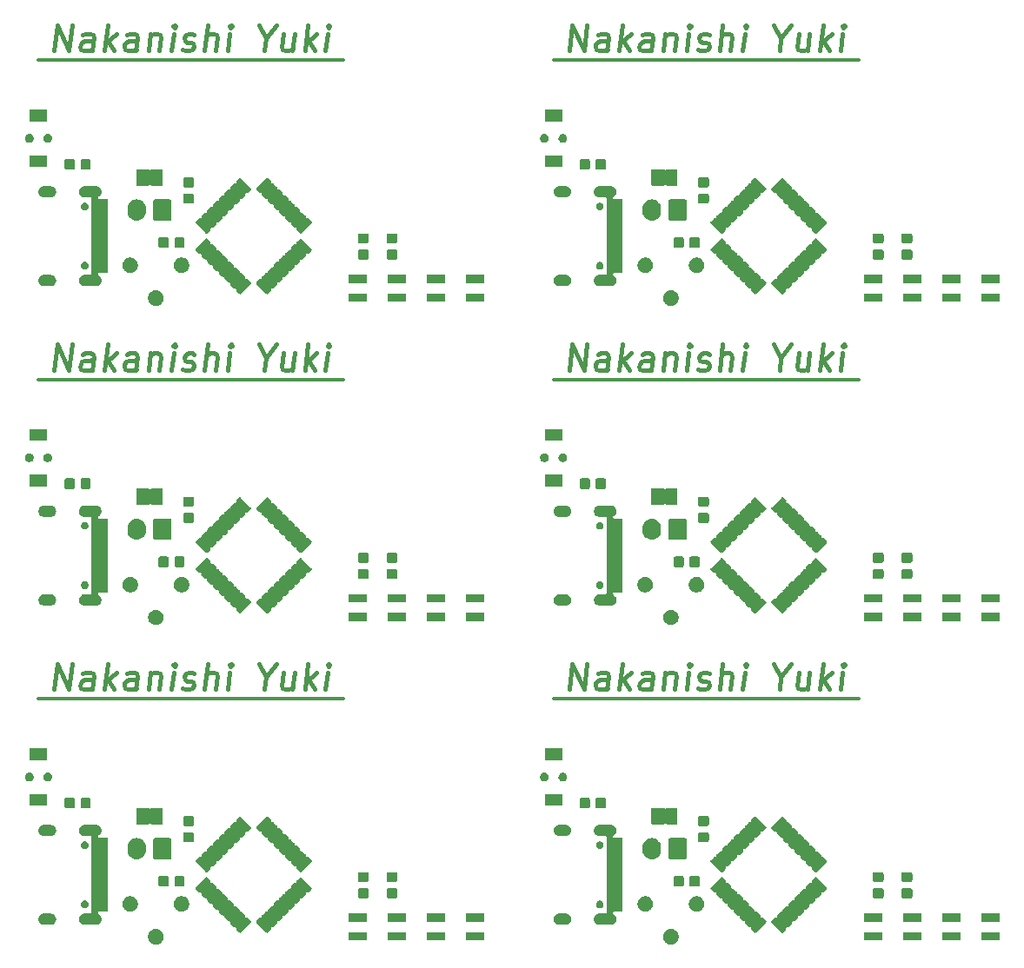
<source format=gbr>
G04 #@! TF.GenerationSoftware,KiCad,Pcbnew,(5.1.4)-1*
G04 #@! TF.CreationDate,2021-12-17T00:30:13+09:00*
G04 #@! TF.ProjectId,ident_card,6964656e-745f-4636-9172-642e6b696361,rev?*
G04 #@! TF.SameCoordinates,Original*
G04 #@! TF.FileFunction,Soldermask,Top*
G04 #@! TF.FilePolarity,Negative*
%FSLAX46Y46*%
G04 Gerber Fmt 4.6, Leading zero omitted, Abs format (unit mm)*
G04 Created by KiCad (PCBNEW (5.1.4)-1) date 2021-12-17 00:30:13*
%MOMM*%
%LPD*%
G04 APERTURE LIST*
%ADD10C,0.300000*%
%ADD11C,0.400000*%
%ADD12C,0.100000*%
G04 APERTURE END LIST*
D10*
X110363000Y-27940000D02*
X80645000Y-27940000D01*
D11*
X82164720Y-27038952D02*
X82477220Y-24538952D01*
X83593291Y-27038952D01*
X83905791Y-24538952D01*
X85855196Y-27038952D02*
X86018886Y-25729428D01*
X85929601Y-25491333D01*
X85706386Y-25372285D01*
X85230196Y-25372285D01*
X84977220Y-25491333D01*
X85870077Y-26919904D02*
X85617101Y-27038952D01*
X85021863Y-27038952D01*
X84798648Y-26919904D01*
X84709363Y-26681809D01*
X84739125Y-26443714D01*
X84887934Y-26205619D01*
X85140910Y-26086571D01*
X85736148Y-26086571D01*
X85989125Y-25967523D01*
X87045672Y-27038952D02*
X87358172Y-24538952D01*
X87402815Y-26086571D02*
X87998053Y-27038952D01*
X88206386Y-25372285D02*
X87134958Y-26324666D01*
X90140910Y-27038952D02*
X90304601Y-25729428D01*
X90215315Y-25491333D01*
X89992101Y-25372285D01*
X89515910Y-25372285D01*
X89262934Y-25491333D01*
X90155791Y-26919904D02*
X89902815Y-27038952D01*
X89307577Y-27038952D01*
X89084363Y-26919904D01*
X88995077Y-26681809D01*
X89024839Y-26443714D01*
X89173648Y-26205619D01*
X89426625Y-26086571D01*
X90021863Y-26086571D01*
X90274839Y-25967523D01*
X91539720Y-25372285D02*
X91331386Y-27038952D01*
X91509958Y-25610380D02*
X91643886Y-25491333D01*
X91896863Y-25372285D01*
X92254005Y-25372285D01*
X92477220Y-25491333D01*
X92566505Y-25729428D01*
X92402815Y-27038952D01*
X93593291Y-27038952D02*
X93801625Y-25372285D01*
X93905791Y-24538952D02*
X93771863Y-24658000D01*
X93876029Y-24777047D01*
X94009958Y-24658000D01*
X93905791Y-24538952D01*
X93876029Y-24777047D01*
X94679601Y-26919904D02*
X94902815Y-27038952D01*
X95379005Y-27038952D01*
X95631982Y-26919904D01*
X95780791Y-26681809D01*
X95795672Y-26562761D01*
X95706386Y-26324666D01*
X95483172Y-26205619D01*
X95126029Y-26205619D01*
X94902815Y-26086571D01*
X94813529Y-25848476D01*
X94828410Y-25729428D01*
X94977220Y-25491333D01*
X95230196Y-25372285D01*
X95587339Y-25372285D01*
X95810553Y-25491333D01*
X96807577Y-27038952D02*
X97120077Y-24538952D01*
X97879005Y-27038952D02*
X98042696Y-25729428D01*
X97953410Y-25491333D01*
X97730196Y-25372285D01*
X97373053Y-25372285D01*
X97120077Y-25491333D01*
X96986148Y-25610380D01*
X99069482Y-27038952D02*
X99277815Y-25372285D01*
X99381982Y-24538952D02*
X99248053Y-24658000D01*
X99352220Y-24777047D01*
X99486148Y-24658000D01*
X99381982Y-24538952D01*
X99352220Y-24777047D01*
X102789720Y-25848476D02*
X102640910Y-27038952D01*
X102120077Y-24538952D02*
X102789720Y-25848476D01*
X103786744Y-24538952D01*
X105587339Y-25372285D02*
X105379005Y-27038952D01*
X104515910Y-25372285D02*
X104352220Y-26681809D01*
X104441505Y-26919904D01*
X104664720Y-27038952D01*
X105021863Y-27038952D01*
X105274839Y-26919904D01*
X105408767Y-26800857D01*
X106569482Y-27038952D02*
X106881982Y-24538952D01*
X106926625Y-26086571D02*
X107521863Y-27038952D01*
X107730196Y-25372285D02*
X106658767Y-26324666D01*
X108593291Y-27038952D02*
X108801625Y-25372285D01*
X108905791Y-24538952D02*
X108771863Y-24658000D01*
X108876029Y-24777047D01*
X109009958Y-24658000D01*
X108905791Y-24538952D01*
X108876029Y-24777047D01*
D10*
X110363000Y-59055000D02*
X80645000Y-59055000D01*
D11*
X82164720Y-58153952D02*
X82477220Y-55653952D01*
X83593291Y-58153952D01*
X83905791Y-55653952D01*
X85855196Y-58153952D02*
X86018886Y-56844428D01*
X85929601Y-56606333D01*
X85706386Y-56487285D01*
X85230196Y-56487285D01*
X84977220Y-56606333D01*
X85870077Y-58034904D02*
X85617101Y-58153952D01*
X85021863Y-58153952D01*
X84798648Y-58034904D01*
X84709363Y-57796809D01*
X84739125Y-57558714D01*
X84887934Y-57320619D01*
X85140910Y-57201571D01*
X85736148Y-57201571D01*
X85989125Y-57082523D01*
X87045672Y-58153952D02*
X87358172Y-55653952D01*
X87402815Y-57201571D02*
X87998053Y-58153952D01*
X88206386Y-56487285D02*
X87134958Y-57439666D01*
X90140910Y-58153952D02*
X90304601Y-56844428D01*
X90215315Y-56606333D01*
X89992101Y-56487285D01*
X89515910Y-56487285D01*
X89262934Y-56606333D01*
X90155791Y-58034904D02*
X89902815Y-58153952D01*
X89307577Y-58153952D01*
X89084363Y-58034904D01*
X88995077Y-57796809D01*
X89024839Y-57558714D01*
X89173648Y-57320619D01*
X89426625Y-57201571D01*
X90021863Y-57201571D01*
X90274839Y-57082523D01*
X91539720Y-56487285D02*
X91331386Y-58153952D01*
X91509958Y-56725380D02*
X91643886Y-56606333D01*
X91896863Y-56487285D01*
X92254005Y-56487285D01*
X92477220Y-56606333D01*
X92566505Y-56844428D01*
X92402815Y-58153952D01*
X93593291Y-58153952D02*
X93801625Y-56487285D01*
X93905791Y-55653952D02*
X93771863Y-55773000D01*
X93876029Y-55892047D01*
X94009958Y-55773000D01*
X93905791Y-55653952D01*
X93876029Y-55892047D01*
X94679601Y-58034904D02*
X94902815Y-58153952D01*
X95379005Y-58153952D01*
X95631982Y-58034904D01*
X95780791Y-57796809D01*
X95795672Y-57677761D01*
X95706386Y-57439666D01*
X95483172Y-57320619D01*
X95126029Y-57320619D01*
X94902815Y-57201571D01*
X94813529Y-56963476D01*
X94828410Y-56844428D01*
X94977220Y-56606333D01*
X95230196Y-56487285D01*
X95587339Y-56487285D01*
X95810553Y-56606333D01*
X96807577Y-58153952D02*
X97120077Y-55653952D01*
X97879005Y-58153952D02*
X98042696Y-56844428D01*
X97953410Y-56606333D01*
X97730196Y-56487285D01*
X97373053Y-56487285D01*
X97120077Y-56606333D01*
X96986148Y-56725380D01*
X99069482Y-58153952D02*
X99277815Y-56487285D01*
X99381982Y-55653952D02*
X99248053Y-55773000D01*
X99352220Y-55892047D01*
X99486148Y-55773000D01*
X99381982Y-55653952D01*
X99352220Y-55892047D01*
X102789720Y-56963476D02*
X102640910Y-58153952D01*
X102120077Y-55653952D02*
X102789720Y-56963476D01*
X103786744Y-55653952D01*
X105587339Y-56487285D02*
X105379005Y-58153952D01*
X104515910Y-56487285D02*
X104352220Y-57796809D01*
X104441505Y-58034904D01*
X104664720Y-58153952D01*
X105021863Y-58153952D01*
X105274839Y-58034904D01*
X105408767Y-57915857D01*
X106569482Y-58153952D02*
X106881982Y-55653952D01*
X106926625Y-57201571D02*
X107521863Y-58153952D01*
X107730196Y-56487285D02*
X106658767Y-57439666D01*
X108593291Y-58153952D02*
X108801625Y-56487285D01*
X108905791Y-55653952D02*
X108771863Y-55773000D01*
X108876029Y-55892047D01*
X109009958Y-55773000D01*
X108905791Y-55653952D01*
X108876029Y-55892047D01*
D10*
X110363000Y-90170000D02*
X80645000Y-90170000D01*
D11*
X82164720Y-89268952D02*
X82477220Y-86768952D01*
X83593291Y-89268952D01*
X83905791Y-86768952D01*
X85855196Y-89268952D02*
X86018886Y-87959428D01*
X85929601Y-87721333D01*
X85706386Y-87602285D01*
X85230196Y-87602285D01*
X84977220Y-87721333D01*
X85870077Y-89149904D02*
X85617101Y-89268952D01*
X85021863Y-89268952D01*
X84798648Y-89149904D01*
X84709363Y-88911809D01*
X84739125Y-88673714D01*
X84887934Y-88435619D01*
X85140910Y-88316571D01*
X85736148Y-88316571D01*
X85989125Y-88197523D01*
X87045672Y-89268952D02*
X87358172Y-86768952D01*
X87402815Y-88316571D02*
X87998053Y-89268952D01*
X88206386Y-87602285D02*
X87134958Y-88554666D01*
X90140910Y-89268952D02*
X90304601Y-87959428D01*
X90215315Y-87721333D01*
X89992101Y-87602285D01*
X89515910Y-87602285D01*
X89262934Y-87721333D01*
X90155791Y-89149904D02*
X89902815Y-89268952D01*
X89307577Y-89268952D01*
X89084363Y-89149904D01*
X88995077Y-88911809D01*
X89024839Y-88673714D01*
X89173648Y-88435619D01*
X89426625Y-88316571D01*
X90021863Y-88316571D01*
X90274839Y-88197523D01*
X91539720Y-87602285D02*
X91331386Y-89268952D01*
X91509958Y-87840380D02*
X91643886Y-87721333D01*
X91896863Y-87602285D01*
X92254005Y-87602285D01*
X92477220Y-87721333D01*
X92566505Y-87959428D01*
X92402815Y-89268952D01*
X93593291Y-89268952D02*
X93801625Y-87602285D01*
X93905791Y-86768952D02*
X93771863Y-86888000D01*
X93876029Y-87007047D01*
X94009958Y-86888000D01*
X93905791Y-86768952D01*
X93876029Y-87007047D01*
X94679601Y-89149904D02*
X94902815Y-89268952D01*
X95379005Y-89268952D01*
X95631982Y-89149904D01*
X95780791Y-88911809D01*
X95795672Y-88792761D01*
X95706386Y-88554666D01*
X95483172Y-88435619D01*
X95126029Y-88435619D01*
X94902815Y-88316571D01*
X94813529Y-88078476D01*
X94828410Y-87959428D01*
X94977220Y-87721333D01*
X95230196Y-87602285D01*
X95587339Y-87602285D01*
X95810553Y-87721333D01*
X96807577Y-89268952D02*
X97120077Y-86768952D01*
X97879005Y-89268952D02*
X98042696Y-87959428D01*
X97953410Y-87721333D01*
X97730196Y-87602285D01*
X97373053Y-87602285D01*
X97120077Y-87721333D01*
X96986148Y-87840380D01*
X99069482Y-89268952D02*
X99277815Y-87602285D01*
X99381982Y-86768952D02*
X99248053Y-86888000D01*
X99352220Y-87007047D01*
X99486148Y-86888000D01*
X99381982Y-86768952D01*
X99352220Y-87007047D01*
X102789720Y-88078476D02*
X102640910Y-89268952D01*
X102120077Y-86768952D02*
X102789720Y-88078476D01*
X103786744Y-86768952D01*
X105587339Y-87602285D02*
X105379005Y-89268952D01*
X104515910Y-87602285D02*
X104352220Y-88911809D01*
X104441505Y-89149904D01*
X104664720Y-89268952D01*
X105021863Y-89268952D01*
X105274839Y-89149904D01*
X105408767Y-89030857D01*
X106569482Y-89268952D02*
X106881982Y-86768952D01*
X106926625Y-88316571D02*
X107521863Y-89268952D01*
X107730196Y-87602285D02*
X106658767Y-88554666D01*
X108593291Y-89268952D02*
X108801625Y-87602285D01*
X108905791Y-86768952D02*
X108771863Y-86888000D01*
X108876029Y-87007047D01*
X109009958Y-86888000D01*
X108905791Y-86768952D01*
X108876029Y-87007047D01*
D10*
X160528000Y-27940000D02*
X130810000Y-27940000D01*
D11*
X132329720Y-27038952D02*
X132642220Y-24538952D01*
X133758291Y-27038952D01*
X134070791Y-24538952D01*
X136020196Y-27038952D02*
X136183886Y-25729428D01*
X136094601Y-25491333D01*
X135871386Y-25372285D01*
X135395196Y-25372285D01*
X135142220Y-25491333D01*
X136035077Y-26919904D02*
X135782101Y-27038952D01*
X135186863Y-27038952D01*
X134963648Y-26919904D01*
X134874363Y-26681809D01*
X134904125Y-26443714D01*
X135052934Y-26205619D01*
X135305910Y-26086571D01*
X135901148Y-26086571D01*
X136154125Y-25967523D01*
X137210672Y-27038952D02*
X137523172Y-24538952D01*
X137567815Y-26086571D02*
X138163053Y-27038952D01*
X138371386Y-25372285D02*
X137299958Y-26324666D01*
X140305910Y-27038952D02*
X140469601Y-25729428D01*
X140380315Y-25491333D01*
X140157101Y-25372285D01*
X139680910Y-25372285D01*
X139427934Y-25491333D01*
X140320791Y-26919904D02*
X140067815Y-27038952D01*
X139472577Y-27038952D01*
X139249363Y-26919904D01*
X139160077Y-26681809D01*
X139189839Y-26443714D01*
X139338648Y-26205619D01*
X139591625Y-26086571D01*
X140186863Y-26086571D01*
X140439839Y-25967523D01*
X141704720Y-25372285D02*
X141496386Y-27038952D01*
X141674958Y-25610380D02*
X141808886Y-25491333D01*
X142061863Y-25372285D01*
X142419005Y-25372285D01*
X142642220Y-25491333D01*
X142731505Y-25729428D01*
X142567815Y-27038952D01*
X143758291Y-27038952D02*
X143966625Y-25372285D01*
X144070791Y-24538952D02*
X143936863Y-24658000D01*
X144041029Y-24777047D01*
X144174958Y-24658000D01*
X144070791Y-24538952D01*
X144041029Y-24777047D01*
X144844601Y-26919904D02*
X145067815Y-27038952D01*
X145544005Y-27038952D01*
X145796982Y-26919904D01*
X145945791Y-26681809D01*
X145960672Y-26562761D01*
X145871386Y-26324666D01*
X145648172Y-26205619D01*
X145291029Y-26205619D01*
X145067815Y-26086571D01*
X144978529Y-25848476D01*
X144993410Y-25729428D01*
X145142220Y-25491333D01*
X145395196Y-25372285D01*
X145752339Y-25372285D01*
X145975553Y-25491333D01*
X146972577Y-27038952D02*
X147285077Y-24538952D01*
X148044005Y-27038952D02*
X148207696Y-25729428D01*
X148118410Y-25491333D01*
X147895196Y-25372285D01*
X147538053Y-25372285D01*
X147285077Y-25491333D01*
X147151148Y-25610380D01*
X149234482Y-27038952D02*
X149442815Y-25372285D01*
X149546982Y-24538952D02*
X149413053Y-24658000D01*
X149517220Y-24777047D01*
X149651148Y-24658000D01*
X149546982Y-24538952D01*
X149517220Y-24777047D01*
X152954720Y-25848476D02*
X152805910Y-27038952D01*
X152285077Y-24538952D02*
X152954720Y-25848476D01*
X153951744Y-24538952D01*
X155752339Y-25372285D02*
X155544005Y-27038952D01*
X154680910Y-25372285D02*
X154517220Y-26681809D01*
X154606505Y-26919904D01*
X154829720Y-27038952D01*
X155186863Y-27038952D01*
X155439839Y-26919904D01*
X155573767Y-26800857D01*
X156734482Y-27038952D02*
X157046982Y-24538952D01*
X157091625Y-26086571D02*
X157686863Y-27038952D01*
X157895196Y-25372285D02*
X156823767Y-26324666D01*
X158758291Y-27038952D02*
X158966625Y-25372285D01*
X159070791Y-24538952D02*
X158936863Y-24658000D01*
X159041029Y-24777047D01*
X159174958Y-24658000D01*
X159070791Y-24538952D01*
X159041029Y-24777047D01*
D10*
X160528000Y-59055000D02*
X130810000Y-59055000D01*
D11*
X132329720Y-58153952D02*
X132642220Y-55653952D01*
X133758291Y-58153952D01*
X134070791Y-55653952D01*
X136020196Y-58153952D02*
X136183886Y-56844428D01*
X136094601Y-56606333D01*
X135871386Y-56487285D01*
X135395196Y-56487285D01*
X135142220Y-56606333D01*
X136035077Y-58034904D02*
X135782101Y-58153952D01*
X135186863Y-58153952D01*
X134963648Y-58034904D01*
X134874363Y-57796809D01*
X134904125Y-57558714D01*
X135052934Y-57320619D01*
X135305910Y-57201571D01*
X135901148Y-57201571D01*
X136154125Y-57082523D01*
X137210672Y-58153952D02*
X137523172Y-55653952D01*
X137567815Y-57201571D02*
X138163053Y-58153952D01*
X138371386Y-56487285D02*
X137299958Y-57439666D01*
X140305910Y-58153952D02*
X140469601Y-56844428D01*
X140380315Y-56606333D01*
X140157101Y-56487285D01*
X139680910Y-56487285D01*
X139427934Y-56606333D01*
X140320791Y-58034904D02*
X140067815Y-58153952D01*
X139472577Y-58153952D01*
X139249363Y-58034904D01*
X139160077Y-57796809D01*
X139189839Y-57558714D01*
X139338648Y-57320619D01*
X139591625Y-57201571D01*
X140186863Y-57201571D01*
X140439839Y-57082523D01*
X141704720Y-56487285D02*
X141496386Y-58153952D01*
X141674958Y-56725380D02*
X141808886Y-56606333D01*
X142061863Y-56487285D01*
X142419005Y-56487285D01*
X142642220Y-56606333D01*
X142731505Y-56844428D01*
X142567815Y-58153952D01*
X143758291Y-58153952D02*
X143966625Y-56487285D01*
X144070791Y-55653952D02*
X143936863Y-55773000D01*
X144041029Y-55892047D01*
X144174958Y-55773000D01*
X144070791Y-55653952D01*
X144041029Y-55892047D01*
X144844601Y-58034904D02*
X145067815Y-58153952D01*
X145544005Y-58153952D01*
X145796982Y-58034904D01*
X145945791Y-57796809D01*
X145960672Y-57677761D01*
X145871386Y-57439666D01*
X145648172Y-57320619D01*
X145291029Y-57320619D01*
X145067815Y-57201571D01*
X144978529Y-56963476D01*
X144993410Y-56844428D01*
X145142220Y-56606333D01*
X145395196Y-56487285D01*
X145752339Y-56487285D01*
X145975553Y-56606333D01*
X146972577Y-58153952D02*
X147285077Y-55653952D01*
X148044005Y-58153952D02*
X148207696Y-56844428D01*
X148118410Y-56606333D01*
X147895196Y-56487285D01*
X147538053Y-56487285D01*
X147285077Y-56606333D01*
X147151148Y-56725380D01*
X149234482Y-58153952D02*
X149442815Y-56487285D01*
X149546982Y-55653952D02*
X149413053Y-55773000D01*
X149517220Y-55892047D01*
X149651148Y-55773000D01*
X149546982Y-55653952D01*
X149517220Y-55892047D01*
X152954720Y-56963476D02*
X152805910Y-58153952D01*
X152285077Y-55653952D02*
X152954720Y-56963476D01*
X153951744Y-55653952D01*
X155752339Y-56487285D02*
X155544005Y-58153952D01*
X154680910Y-56487285D02*
X154517220Y-57796809D01*
X154606505Y-58034904D01*
X154829720Y-58153952D01*
X155186863Y-58153952D01*
X155439839Y-58034904D01*
X155573767Y-57915857D01*
X156734482Y-58153952D02*
X157046982Y-55653952D01*
X157091625Y-57201571D02*
X157686863Y-58153952D01*
X157895196Y-56487285D02*
X156823767Y-57439666D01*
X158758291Y-58153952D02*
X158966625Y-56487285D01*
X159070791Y-55653952D02*
X158936863Y-55773000D01*
X159041029Y-55892047D01*
X159174958Y-55773000D01*
X159070791Y-55653952D01*
X159041029Y-55892047D01*
D10*
X160528000Y-90170000D02*
X130810000Y-90170000D01*
D11*
X132329720Y-89268952D02*
X132642220Y-86768952D01*
X133758291Y-89268952D01*
X134070791Y-86768952D01*
X136020196Y-89268952D02*
X136183886Y-87959428D01*
X136094601Y-87721333D01*
X135871386Y-87602285D01*
X135395196Y-87602285D01*
X135142220Y-87721333D01*
X136035077Y-89149904D02*
X135782101Y-89268952D01*
X135186863Y-89268952D01*
X134963648Y-89149904D01*
X134874363Y-88911809D01*
X134904125Y-88673714D01*
X135052934Y-88435619D01*
X135305910Y-88316571D01*
X135901148Y-88316571D01*
X136154125Y-88197523D01*
X137210672Y-89268952D02*
X137523172Y-86768952D01*
X137567815Y-88316571D02*
X138163053Y-89268952D01*
X138371386Y-87602285D02*
X137299958Y-88554666D01*
X140305910Y-89268952D02*
X140469601Y-87959428D01*
X140380315Y-87721333D01*
X140157101Y-87602285D01*
X139680910Y-87602285D01*
X139427934Y-87721333D01*
X140320791Y-89149904D02*
X140067815Y-89268952D01*
X139472577Y-89268952D01*
X139249363Y-89149904D01*
X139160077Y-88911809D01*
X139189839Y-88673714D01*
X139338648Y-88435619D01*
X139591625Y-88316571D01*
X140186863Y-88316571D01*
X140439839Y-88197523D01*
X141704720Y-87602285D02*
X141496386Y-89268952D01*
X141674958Y-87840380D02*
X141808886Y-87721333D01*
X142061863Y-87602285D01*
X142419005Y-87602285D01*
X142642220Y-87721333D01*
X142731505Y-87959428D01*
X142567815Y-89268952D01*
X143758291Y-89268952D02*
X143966625Y-87602285D01*
X144070791Y-86768952D02*
X143936863Y-86888000D01*
X144041029Y-87007047D01*
X144174958Y-86888000D01*
X144070791Y-86768952D01*
X144041029Y-87007047D01*
X144844601Y-89149904D02*
X145067815Y-89268952D01*
X145544005Y-89268952D01*
X145796982Y-89149904D01*
X145945791Y-88911809D01*
X145960672Y-88792761D01*
X145871386Y-88554666D01*
X145648172Y-88435619D01*
X145291029Y-88435619D01*
X145067815Y-88316571D01*
X144978529Y-88078476D01*
X144993410Y-87959428D01*
X145142220Y-87721333D01*
X145395196Y-87602285D01*
X145752339Y-87602285D01*
X145975553Y-87721333D01*
X146972577Y-89268952D02*
X147285077Y-86768952D01*
X148044005Y-89268952D02*
X148207696Y-87959428D01*
X148118410Y-87721333D01*
X147895196Y-87602285D01*
X147538053Y-87602285D01*
X147285077Y-87721333D01*
X147151148Y-87840380D01*
X149234482Y-89268952D02*
X149442815Y-87602285D01*
X149546982Y-86768952D02*
X149413053Y-86888000D01*
X149517220Y-87007047D01*
X149651148Y-86888000D01*
X149546982Y-86768952D01*
X149517220Y-87007047D01*
X152954720Y-88078476D02*
X152805910Y-89268952D01*
X152285077Y-86768952D02*
X152954720Y-88078476D01*
X153951744Y-86768952D01*
X155752339Y-87602285D02*
X155544005Y-89268952D01*
X154680910Y-87602285D02*
X154517220Y-88911809D01*
X154606505Y-89149904D01*
X154829720Y-89268952D01*
X155186863Y-89268952D01*
X155439839Y-89149904D01*
X155573767Y-89030857D01*
X156734482Y-89268952D02*
X157046982Y-86768952D01*
X157091625Y-88316571D02*
X157686863Y-89268952D01*
X157895196Y-87602285D02*
X156823767Y-88554666D01*
X158758291Y-89268952D02*
X158966625Y-87602285D01*
X159070791Y-86768952D02*
X158936863Y-86888000D01*
X159041029Y-87007047D01*
X159174958Y-86888000D01*
X159070791Y-86768952D01*
X159041029Y-87007047D01*
D12*
G36*
X142459059Y-112637860D02*
G01*
X142571021Y-112684236D01*
X142595732Y-112694472D01*
X142718735Y-112776660D01*
X142823340Y-112881265D01*
X142905528Y-113004268D01*
X142962140Y-113140941D01*
X142991000Y-113286033D01*
X142991000Y-113433967D01*
X142962140Y-113579059D01*
X142905528Y-113715732D01*
X142823340Y-113838735D01*
X142718735Y-113943340D01*
X142595732Y-114025528D01*
X142595731Y-114025529D01*
X142595730Y-114025529D01*
X142459059Y-114082140D01*
X142313968Y-114111000D01*
X142166032Y-114111000D01*
X142020941Y-114082140D01*
X141884270Y-114025529D01*
X141884269Y-114025529D01*
X141884268Y-114025528D01*
X141761265Y-113943340D01*
X141656660Y-113838735D01*
X141574472Y-113715732D01*
X141517860Y-113579059D01*
X141489000Y-113433967D01*
X141489000Y-113286033D01*
X141517860Y-113140941D01*
X141574472Y-113004268D01*
X141656660Y-112881265D01*
X141761265Y-112776660D01*
X141884268Y-112694472D01*
X141908980Y-112684236D01*
X142020941Y-112637860D01*
X142166032Y-112609000D01*
X142313968Y-112609000D01*
X142459059Y-112637860D01*
X142459059Y-112637860D01*
G37*
G36*
X92294059Y-112637860D02*
G01*
X92406021Y-112684236D01*
X92430732Y-112694472D01*
X92553735Y-112776660D01*
X92658340Y-112881265D01*
X92740528Y-113004268D01*
X92797140Y-113140941D01*
X92826000Y-113286033D01*
X92826000Y-113433967D01*
X92797140Y-113579059D01*
X92740528Y-113715732D01*
X92658340Y-113838735D01*
X92553735Y-113943340D01*
X92430732Y-114025528D01*
X92430731Y-114025529D01*
X92430730Y-114025529D01*
X92294059Y-114082140D01*
X92148968Y-114111000D01*
X92001032Y-114111000D01*
X91855941Y-114082140D01*
X91719270Y-114025529D01*
X91719269Y-114025529D01*
X91719268Y-114025528D01*
X91596265Y-113943340D01*
X91491660Y-113838735D01*
X91409472Y-113715732D01*
X91352860Y-113579059D01*
X91324000Y-113433967D01*
X91324000Y-113286033D01*
X91352860Y-113140941D01*
X91409472Y-113004268D01*
X91491660Y-112881265D01*
X91596265Y-112776660D01*
X91719268Y-112694472D01*
X91743980Y-112684236D01*
X91855941Y-112637860D01*
X92001032Y-112609000D01*
X92148968Y-112609000D01*
X92294059Y-112637860D01*
X92294059Y-112637860D01*
G37*
G36*
X112661000Y-113711000D02*
G01*
X110859000Y-113711000D01*
X110859000Y-112909000D01*
X112661000Y-112909000D01*
X112661000Y-113711000D01*
X112661000Y-113711000D01*
G37*
G36*
X120281000Y-113711000D02*
G01*
X118479000Y-113711000D01*
X118479000Y-112909000D01*
X120281000Y-112909000D01*
X120281000Y-113711000D01*
X120281000Y-113711000D01*
G37*
G36*
X162826000Y-113711000D02*
G01*
X161024000Y-113711000D01*
X161024000Y-112909000D01*
X162826000Y-112909000D01*
X162826000Y-113711000D01*
X162826000Y-113711000D01*
G37*
G36*
X166636000Y-113711000D02*
G01*
X164834000Y-113711000D01*
X164834000Y-112909000D01*
X166636000Y-112909000D01*
X166636000Y-113711000D01*
X166636000Y-113711000D01*
G37*
G36*
X170446000Y-113711000D02*
G01*
X168644000Y-113711000D01*
X168644000Y-112909000D01*
X170446000Y-112909000D01*
X170446000Y-113711000D01*
X170446000Y-113711000D01*
G37*
G36*
X174256000Y-113711000D02*
G01*
X172454000Y-113711000D01*
X172454000Y-112909000D01*
X174256000Y-112909000D01*
X174256000Y-113711000D01*
X174256000Y-113711000D01*
G37*
G36*
X116471000Y-113711000D02*
G01*
X114669000Y-113711000D01*
X114669000Y-112909000D01*
X116471000Y-112909000D01*
X116471000Y-113711000D01*
X116471000Y-113711000D01*
G37*
G36*
X124091000Y-113711000D02*
G01*
X122289000Y-113711000D01*
X122289000Y-112909000D01*
X124091000Y-112909000D01*
X124091000Y-113711000D01*
X124091000Y-113711000D01*
G37*
G36*
X106195568Y-107546775D02*
G01*
X106211960Y-107551748D01*
X106227072Y-107559825D01*
X106245081Y-107574605D01*
X106284926Y-107614450D01*
X106284937Y-107614459D01*
X107204883Y-108534405D01*
X107204892Y-108534416D01*
X107244737Y-108574261D01*
X107259517Y-108592270D01*
X107267594Y-108607382D01*
X107272567Y-108623774D01*
X107274246Y-108640825D01*
X107272567Y-108657876D01*
X107267594Y-108674268D01*
X107259517Y-108689380D01*
X107244737Y-108707389D01*
X107204892Y-108747234D01*
X107204883Y-108747245D01*
X106992043Y-108960085D01*
X106992032Y-108960094D01*
X106952187Y-108999939D01*
X106934178Y-109014719D01*
X106919066Y-109022796D01*
X106902674Y-109027769D01*
X106885623Y-109029448D01*
X106868575Y-109027769D01*
X106860261Y-109025247D01*
X106836227Y-109020467D01*
X106811723Y-109020467D01*
X106787690Y-109025248D01*
X106765051Y-109034625D01*
X106744677Y-109048239D01*
X106727350Y-109065566D01*
X106713736Y-109085941D01*
X106704359Y-109108579D01*
X106699579Y-109132613D01*
X106699579Y-109157117D01*
X106704360Y-109181150D01*
X106706881Y-109189459D01*
X106708560Y-109206510D01*
X106706881Y-109223561D01*
X106701908Y-109239953D01*
X106693831Y-109255065D01*
X106679051Y-109273074D01*
X106639206Y-109312919D01*
X106639197Y-109312930D01*
X106426357Y-109525770D01*
X106426346Y-109525779D01*
X106386501Y-109565624D01*
X106368492Y-109580404D01*
X106353380Y-109588481D01*
X106336988Y-109593454D01*
X106319937Y-109595133D01*
X106302886Y-109593454D01*
X106294577Y-109590933D01*
X106270544Y-109586152D01*
X106246040Y-109586152D01*
X106222007Y-109590932D01*
X106199368Y-109600309D01*
X106178993Y-109613923D01*
X106161666Y-109631250D01*
X106148052Y-109651624D01*
X106138675Y-109674263D01*
X106133894Y-109698296D01*
X106133894Y-109722800D01*
X106138674Y-109746834D01*
X106141196Y-109755148D01*
X106142875Y-109772196D01*
X106141196Y-109789247D01*
X106136223Y-109805639D01*
X106128146Y-109820751D01*
X106113366Y-109838760D01*
X106073521Y-109878605D01*
X106073512Y-109878616D01*
X105860672Y-110091456D01*
X105860661Y-110091465D01*
X105820816Y-110131310D01*
X105802807Y-110146090D01*
X105787695Y-110154167D01*
X105771303Y-110159140D01*
X105754252Y-110160819D01*
X105737201Y-110159140D01*
X105728892Y-110156619D01*
X105704859Y-110151838D01*
X105680355Y-110151838D01*
X105656322Y-110156618D01*
X105633683Y-110165995D01*
X105613308Y-110179609D01*
X105595981Y-110196936D01*
X105582367Y-110217310D01*
X105572990Y-110239949D01*
X105568209Y-110263982D01*
X105568209Y-110288486D01*
X105572990Y-110312521D01*
X105575511Y-110320830D01*
X105577190Y-110337881D01*
X105575511Y-110354932D01*
X105570538Y-110371324D01*
X105562461Y-110386436D01*
X105547681Y-110404445D01*
X105507836Y-110444290D01*
X105507827Y-110444301D01*
X105294987Y-110657141D01*
X105294976Y-110657150D01*
X105255131Y-110696995D01*
X105237122Y-110711775D01*
X105222010Y-110719852D01*
X105205618Y-110724825D01*
X105188567Y-110726504D01*
X105171519Y-110724825D01*
X105163205Y-110722303D01*
X105139171Y-110717523D01*
X105114667Y-110717523D01*
X105090634Y-110722304D01*
X105067995Y-110731681D01*
X105047621Y-110745295D01*
X105030294Y-110762622D01*
X105016680Y-110782997D01*
X105007303Y-110805635D01*
X105002523Y-110829669D01*
X105002523Y-110854173D01*
X105007303Y-110878205D01*
X105009825Y-110886519D01*
X105011504Y-110903567D01*
X105009825Y-110920618D01*
X105004852Y-110937010D01*
X104996775Y-110952122D01*
X104981995Y-110970131D01*
X104942150Y-111009976D01*
X104942141Y-111009987D01*
X104729301Y-111222827D01*
X104729290Y-111222836D01*
X104689445Y-111262681D01*
X104671436Y-111277461D01*
X104656324Y-111285538D01*
X104639932Y-111290511D01*
X104622881Y-111292190D01*
X104605830Y-111290511D01*
X104597521Y-111287990D01*
X104573488Y-111283209D01*
X104548984Y-111283209D01*
X104524951Y-111287989D01*
X104502312Y-111297366D01*
X104481937Y-111310980D01*
X104464610Y-111328307D01*
X104450996Y-111348681D01*
X104441619Y-111371320D01*
X104436838Y-111395353D01*
X104436838Y-111419857D01*
X104441619Y-111443892D01*
X104444140Y-111452201D01*
X104445819Y-111469252D01*
X104444140Y-111486303D01*
X104439167Y-111502695D01*
X104431090Y-111517807D01*
X104416310Y-111535816D01*
X104376465Y-111575661D01*
X104376456Y-111575672D01*
X104163616Y-111788512D01*
X104163605Y-111788521D01*
X104123760Y-111828366D01*
X104105751Y-111843146D01*
X104090639Y-111851223D01*
X104074247Y-111856196D01*
X104057196Y-111857875D01*
X104040148Y-111856196D01*
X104031834Y-111853674D01*
X104007800Y-111848894D01*
X103983296Y-111848894D01*
X103959263Y-111853675D01*
X103936624Y-111863052D01*
X103916250Y-111876666D01*
X103898923Y-111893993D01*
X103885309Y-111914368D01*
X103875932Y-111937006D01*
X103871152Y-111961040D01*
X103871152Y-111985544D01*
X103875933Y-112009577D01*
X103878454Y-112017886D01*
X103880133Y-112034937D01*
X103878454Y-112051988D01*
X103873481Y-112068380D01*
X103865404Y-112083492D01*
X103850624Y-112101501D01*
X103810779Y-112141346D01*
X103810770Y-112141357D01*
X103597930Y-112354197D01*
X103597919Y-112354206D01*
X103558074Y-112394051D01*
X103540065Y-112408831D01*
X103524953Y-112416908D01*
X103508561Y-112421881D01*
X103491510Y-112423560D01*
X103474459Y-112421881D01*
X103466150Y-112419360D01*
X103442117Y-112414579D01*
X103417613Y-112414579D01*
X103393580Y-112419359D01*
X103370941Y-112428736D01*
X103350566Y-112442350D01*
X103333239Y-112459677D01*
X103319625Y-112480051D01*
X103310248Y-112502690D01*
X103305467Y-112526723D01*
X103305467Y-112551227D01*
X103310247Y-112575261D01*
X103312769Y-112583575D01*
X103314448Y-112600623D01*
X103312769Y-112617674D01*
X103307796Y-112634066D01*
X103299719Y-112649178D01*
X103284939Y-112667187D01*
X103245094Y-112707032D01*
X103245085Y-112707043D01*
X103032245Y-112919883D01*
X103032234Y-112919892D01*
X102992389Y-112959737D01*
X102974380Y-112974517D01*
X102959268Y-112982594D01*
X102942876Y-112987567D01*
X102925825Y-112989246D01*
X102908774Y-112987567D01*
X102892382Y-112982594D01*
X102877270Y-112974517D01*
X102859261Y-112959737D01*
X102819416Y-112919892D01*
X102819405Y-112919883D01*
X101899459Y-111999937D01*
X101899450Y-111999926D01*
X101859605Y-111960081D01*
X101844825Y-111942072D01*
X101836748Y-111926960D01*
X101831775Y-111910568D01*
X101830096Y-111893517D01*
X101831775Y-111876466D01*
X101836748Y-111860074D01*
X101844825Y-111844962D01*
X101859605Y-111826953D01*
X101899450Y-111787108D01*
X101899459Y-111787097D01*
X102112299Y-111574257D01*
X102112310Y-111574248D01*
X102152155Y-111534403D01*
X102170164Y-111519623D01*
X102185276Y-111511546D01*
X102201668Y-111506573D01*
X102218719Y-111504894D01*
X102235770Y-111506573D01*
X102244079Y-111509094D01*
X102268112Y-111513875D01*
X102292616Y-111513875D01*
X102316649Y-111509095D01*
X102339288Y-111499718D01*
X102359663Y-111486104D01*
X102376990Y-111468777D01*
X102390604Y-111448403D01*
X102399981Y-111425764D01*
X102404762Y-111401731D01*
X102404762Y-111377227D01*
X102399982Y-111353193D01*
X102397460Y-111344879D01*
X102395781Y-111327831D01*
X102397460Y-111310780D01*
X102402433Y-111294388D01*
X102410510Y-111279276D01*
X102425290Y-111261267D01*
X102465135Y-111221422D01*
X102465144Y-111221411D01*
X102677984Y-111008571D01*
X102677995Y-111008562D01*
X102717840Y-110968717D01*
X102735849Y-110953937D01*
X102750961Y-110945860D01*
X102767353Y-110940887D01*
X102784404Y-110939208D01*
X102801452Y-110940887D01*
X102809766Y-110943409D01*
X102833800Y-110948189D01*
X102858304Y-110948189D01*
X102882337Y-110943408D01*
X102904976Y-110934031D01*
X102925350Y-110920417D01*
X102942677Y-110903090D01*
X102956291Y-110882715D01*
X102965668Y-110860077D01*
X102970448Y-110836043D01*
X102970448Y-110811539D01*
X102965667Y-110787506D01*
X102963146Y-110779197D01*
X102961467Y-110762146D01*
X102963146Y-110745095D01*
X102968119Y-110728703D01*
X102976196Y-110713591D01*
X102990976Y-110695582D01*
X103030821Y-110655737D01*
X103030830Y-110655726D01*
X103243670Y-110442886D01*
X103243681Y-110442877D01*
X103283526Y-110403032D01*
X103301535Y-110388252D01*
X103316647Y-110380175D01*
X103333039Y-110375202D01*
X103350090Y-110373523D01*
X103367141Y-110375202D01*
X103375450Y-110377723D01*
X103399483Y-110382504D01*
X103423987Y-110382504D01*
X103448020Y-110377724D01*
X103470659Y-110368347D01*
X103491034Y-110354733D01*
X103508361Y-110337406D01*
X103521975Y-110317032D01*
X103531352Y-110294393D01*
X103536133Y-110270360D01*
X103536133Y-110245856D01*
X103531352Y-110221821D01*
X103528831Y-110213512D01*
X103527152Y-110196461D01*
X103528831Y-110179410D01*
X103533804Y-110163018D01*
X103541881Y-110147906D01*
X103556661Y-110129897D01*
X103596506Y-110090052D01*
X103596515Y-110090041D01*
X103809355Y-109877201D01*
X103809366Y-109877192D01*
X103849211Y-109837347D01*
X103867220Y-109822567D01*
X103882332Y-109814490D01*
X103898724Y-109809517D01*
X103915775Y-109807838D01*
X103932823Y-109809517D01*
X103941137Y-109812039D01*
X103965171Y-109816819D01*
X103989675Y-109816819D01*
X104013708Y-109812038D01*
X104036347Y-109802661D01*
X104056721Y-109789047D01*
X104074048Y-109771720D01*
X104087662Y-109751345D01*
X104097039Y-109728707D01*
X104101819Y-109704673D01*
X104101819Y-109680169D01*
X104097039Y-109656137D01*
X104094517Y-109647823D01*
X104092838Y-109630775D01*
X104094517Y-109613724D01*
X104099490Y-109597332D01*
X104107567Y-109582220D01*
X104122347Y-109564211D01*
X104162192Y-109524366D01*
X104162201Y-109524355D01*
X104375041Y-109311515D01*
X104375052Y-109311506D01*
X104414897Y-109271661D01*
X104432906Y-109256881D01*
X104448018Y-109248804D01*
X104464410Y-109243831D01*
X104481461Y-109242152D01*
X104498512Y-109243831D01*
X104506821Y-109246352D01*
X104530854Y-109251133D01*
X104555358Y-109251133D01*
X104579391Y-109246353D01*
X104602030Y-109236976D01*
X104622405Y-109223362D01*
X104639732Y-109206035D01*
X104653346Y-109185661D01*
X104662723Y-109163022D01*
X104667504Y-109138989D01*
X104667504Y-109114485D01*
X104662723Y-109090450D01*
X104660202Y-109082141D01*
X104658523Y-109065090D01*
X104660202Y-109048039D01*
X104665175Y-109031647D01*
X104673252Y-109016535D01*
X104688032Y-108998526D01*
X104727877Y-108958681D01*
X104727886Y-108958670D01*
X104940726Y-108745830D01*
X104940737Y-108745821D01*
X104980582Y-108705976D01*
X104998591Y-108691196D01*
X105013703Y-108683119D01*
X105030095Y-108678146D01*
X105047146Y-108676467D01*
X105064197Y-108678146D01*
X105072506Y-108680667D01*
X105096539Y-108685448D01*
X105121043Y-108685448D01*
X105145076Y-108680668D01*
X105167715Y-108671291D01*
X105188090Y-108657677D01*
X105205417Y-108640350D01*
X105219031Y-108619976D01*
X105228408Y-108597337D01*
X105233189Y-108573304D01*
X105233189Y-108548800D01*
X105228409Y-108524766D01*
X105225887Y-108516452D01*
X105224208Y-108499404D01*
X105225887Y-108482353D01*
X105230860Y-108465961D01*
X105238937Y-108450849D01*
X105253717Y-108432840D01*
X105293562Y-108392995D01*
X105293571Y-108392984D01*
X105506411Y-108180144D01*
X105506422Y-108180135D01*
X105546267Y-108140290D01*
X105564276Y-108125510D01*
X105579388Y-108117433D01*
X105595780Y-108112460D01*
X105612831Y-108110781D01*
X105629879Y-108112460D01*
X105638193Y-108114982D01*
X105662227Y-108119762D01*
X105686731Y-108119762D01*
X105710764Y-108114981D01*
X105733403Y-108105604D01*
X105753777Y-108091990D01*
X105771104Y-108074663D01*
X105784718Y-108054288D01*
X105794095Y-108031650D01*
X105798875Y-108007616D01*
X105798875Y-107983112D01*
X105794094Y-107959079D01*
X105791573Y-107950770D01*
X105789894Y-107933719D01*
X105791573Y-107916668D01*
X105796546Y-107900276D01*
X105804623Y-107885164D01*
X105819403Y-107867155D01*
X105859248Y-107827310D01*
X105859257Y-107827299D01*
X106072097Y-107614459D01*
X106072108Y-107614450D01*
X106111953Y-107574605D01*
X106129962Y-107559825D01*
X106145074Y-107551748D01*
X106161466Y-107546775D01*
X106178517Y-107545096D01*
X106195568Y-107546775D01*
X106195568Y-107546775D01*
G37*
G36*
X97038534Y-107546775D02*
G01*
X97054926Y-107551748D01*
X97070038Y-107559825D01*
X97088047Y-107574605D01*
X97127892Y-107614450D01*
X97127903Y-107614459D01*
X97340743Y-107827299D01*
X97340752Y-107827310D01*
X97380597Y-107867155D01*
X97395377Y-107885164D01*
X97403454Y-107900276D01*
X97408427Y-107916668D01*
X97410106Y-107933719D01*
X97408427Y-107950770D01*
X97405906Y-107959079D01*
X97401125Y-107983112D01*
X97401125Y-108007616D01*
X97405905Y-108031649D01*
X97415282Y-108054288D01*
X97428896Y-108074663D01*
X97446223Y-108091990D01*
X97466597Y-108105604D01*
X97489236Y-108114981D01*
X97513269Y-108119762D01*
X97537773Y-108119762D01*
X97561807Y-108114982D01*
X97570121Y-108112460D01*
X97587169Y-108110781D01*
X97604220Y-108112460D01*
X97620612Y-108117433D01*
X97635724Y-108125510D01*
X97653733Y-108140290D01*
X97693578Y-108180135D01*
X97693589Y-108180144D01*
X97906429Y-108392984D01*
X97906438Y-108392995D01*
X97946283Y-108432840D01*
X97961063Y-108450849D01*
X97969140Y-108465961D01*
X97974113Y-108482353D01*
X97975792Y-108499404D01*
X97974113Y-108516452D01*
X97971591Y-108524766D01*
X97966811Y-108548800D01*
X97966811Y-108573304D01*
X97971592Y-108597337D01*
X97980969Y-108619976D01*
X97994583Y-108640350D01*
X98011910Y-108657677D01*
X98032285Y-108671291D01*
X98054923Y-108680668D01*
X98078957Y-108685448D01*
X98103461Y-108685448D01*
X98127494Y-108680667D01*
X98135803Y-108678146D01*
X98152854Y-108676467D01*
X98169905Y-108678146D01*
X98186297Y-108683119D01*
X98201409Y-108691196D01*
X98219418Y-108705976D01*
X98259263Y-108745821D01*
X98259274Y-108745830D01*
X98472114Y-108958670D01*
X98472123Y-108958681D01*
X98511968Y-108998526D01*
X98526748Y-109016535D01*
X98534825Y-109031647D01*
X98539798Y-109048039D01*
X98541477Y-109065090D01*
X98539798Y-109082141D01*
X98537277Y-109090450D01*
X98532496Y-109114483D01*
X98532496Y-109138987D01*
X98537276Y-109163020D01*
X98546653Y-109185659D01*
X98560267Y-109206034D01*
X98577594Y-109223361D01*
X98597968Y-109236975D01*
X98620607Y-109246352D01*
X98644640Y-109251133D01*
X98669144Y-109251133D01*
X98693179Y-109246352D01*
X98701488Y-109243831D01*
X98718539Y-109242152D01*
X98735590Y-109243831D01*
X98751982Y-109248804D01*
X98767094Y-109256881D01*
X98785103Y-109271661D01*
X98824948Y-109311506D01*
X98824959Y-109311515D01*
X99037799Y-109524355D01*
X99037808Y-109524366D01*
X99077653Y-109564211D01*
X99092433Y-109582220D01*
X99100510Y-109597332D01*
X99105483Y-109613724D01*
X99107162Y-109630775D01*
X99105483Y-109647823D01*
X99102961Y-109656137D01*
X99098181Y-109680171D01*
X99098181Y-109704675D01*
X99102962Y-109728708D01*
X99112339Y-109751347D01*
X99125953Y-109771721D01*
X99143280Y-109789048D01*
X99163655Y-109802662D01*
X99186293Y-109812039D01*
X99210327Y-109816819D01*
X99234831Y-109816819D01*
X99258863Y-109812039D01*
X99267177Y-109809517D01*
X99284225Y-109807838D01*
X99301276Y-109809517D01*
X99317668Y-109814490D01*
X99332780Y-109822567D01*
X99350789Y-109837347D01*
X99390634Y-109877192D01*
X99390645Y-109877201D01*
X99603485Y-110090041D01*
X99603494Y-110090052D01*
X99643339Y-110129897D01*
X99658119Y-110147906D01*
X99666196Y-110163018D01*
X99671169Y-110179410D01*
X99672848Y-110196461D01*
X99671169Y-110213512D01*
X99668648Y-110221821D01*
X99663867Y-110245854D01*
X99663867Y-110270358D01*
X99668647Y-110294391D01*
X99678024Y-110317030D01*
X99691638Y-110337405D01*
X99708965Y-110354732D01*
X99729339Y-110368346D01*
X99751978Y-110377723D01*
X99776011Y-110382504D01*
X99800515Y-110382504D01*
X99824550Y-110377723D01*
X99832859Y-110375202D01*
X99849910Y-110373523D01*
X99866961Y-110375202D01*
X99883353Y-110380175D01*
X99898465Y-110388252D01*
X99916474Y-110403032D01*
X99956319Y-110442877D01*
X99956330Y-110442886D01*
X100169170Y-110655726D01*
X100169179Y-110655737D01*
X100209024Y-110695582D01*
X100223804Y-110713591D01*
X100231881Y-110728703D01*
X100236854Y-110745095D01*
X100238533Y-110762146D01*
X100236854Y-110779197D01*
X100234333Y-110787506D01*
X100229552Y-110811539D01*
X100229552Y-110836043D01*
X100234332Y-110860076D01*
X100243709Y-110882715D01*
X100257323Y-110903090D01*
X100274650Y-110920417D01*
X100295024Y-110934031D01*
X100317663Y-110943408D01*
X100341696Y-110948189D01*
X100366200Y-110948189D01*
X100390234Y-110943409D01*
X100398548Y-110940887D01*
X100415596Y-110939208D01*
X100432647Y-110940887D01*
X100449039Y-110945860D01*
X100464151Y-110953937D01*
X100482160Y-110968717D01*
X100522005Y-111008562D01*
X100522016Y-111008571D01*
X100734856Y-111221411D01*
X100734865Y-111221422D01*
X100774710Y-111261267D01*
X100789490Y-111279276D01*
X100797567Y-111294388D01*
X100802540Y-111310780D01*
X100804219Y-111327831D01*
X100802540Y-111344879D01*
X100800018Y-111353193D01*
X100795238Y-111377227D01*
X100795238Y-111401731D01*
X100800019Y-111425764D01*
X100809396Y-111448403D01*
X100823010Y-111468777D01*
X100840337Y-111486104D01*
X100860712Y-111499718D01*
X100883350Y-111509095D01*
X100907384Y-111513875D01*
X100931888Y-111513875D01*
X100955921Y-111509094D01*
X100964230Y-111506573D01*
X100981281Y-111504894D01*
X100998332Y-111506573D01*
X101014724Y-111511546D01*
X101029836Y-111519623D01*
X101047845Y-111534403D01*
X101087690Y-111574248D01*
X101087701Y-111574257D01*
X101300541Y-111787097D01*
X101300550Y-111787108D01*
X101340395Y-111826953D01*
X101355175Y-111844962D01*
X101363252Y-111860074D01*
X101368225Y-111876466D01*
X101369904Y-111893517D01*
X101368225Y-111910568D01*
X101363252Y-111926960D01*
X101355175Y-111942072D01*
X101340395Y-111960081D01*
X101300550Y-111999926D01*
X101300541Y-111999937D01*
X100380595Y-112919883D01*
X100380584Y-112919892D01*
X100340739Y-112959737D01*
X100322730Y-112974517D01*
X100307618Y-112982594D01*
X100291226Y-112987567D01*
X100274175Y-112989246D01*
X100257124Y-112987567D01*
X100240732Y-112982594D01*
X100225620Y-112974517D01*
X100207611Y-112959737D01*
X100167766Y-112919892D01*
X100167755Y-112919883D01*
X99954915Y-112707043D01*
X99954906Y-112707032D01*
X99915061Y-112667187D01*
X99900281Y-112649178D01*
X99892204Y-112634066D01*
X99887231Y-112617674D01*
X99885552Y-112600623D01*
X99887231Y-112583575D01*
X99889753Y-112575261D01*
X99894533Y-112551227D01*
X99894533Y-112526723D01*
X99889752Y-112502690D01*
X99880375Y-112480051D01*
X99866761Y-112459677D01*
X99849434Y-112442350D01*
X99829059Y-112428736D01*
X99806421Y-112419359D01*
X99782387Y-112414579D01*
X99757883Y-112414579D01*
X99733850Y-112419360D01*
X99725541Y-112421881D01*
X99708490Y-112423560D01*
X99691439Y-112421881D01*
X99675047Y-112416908D01*
X99659935Y-112408831D01*
X99641926Y-112394051D01*
X99602081Y-112354206D01*
X99602070Y-112354197D01*
X99389230Y-112141357D01*
X99389221Y-112141346D01*
X99349376Y-112101501D01*
X99334596Y-112083492D01*
X99326519Y-112068380D01*
X99321546Y-112051988D01*
X99319867Y-112034937D01*
X99321546Y-112017886D01*
X99324067Y-112009577D01*
X99328848Y-111985544D01*
X99328848Y-111961040D01*
X99324068Y-111937007D01*
X99314691Y-111914368D01*
X99301077Y-111893993D01*
X99283750Y-111876666D01*
X99263376Y-111863052D01*
X99240737Y-111853675D01*
X99216704Y-111848894D01*
X99192200Y-111848894D01*
X99168166Y-111853674D01*
X99159852Y-111856196D01*
X99142804Y-111857875D01*
X99125753Y-111856196D01*
X99109361Y-111851223D01*
X99094249Y-111843146D01*
X99076240Y-111828366D01*
X99036395Y-111788521D01*
X99036384Y-111788512D01*
X98823544Y-111575672D01*
X98823535Y-111575661D01*
X98783690Y-111535816D01*
X98768910Y-111517807D01*
X98760833Y-111502695D01*
X98755860Y-111486303D01*
X98754181Y-111469252D01*
X98755860Y-111452201D01*
X98758381Y-111443892D01*
X98763162Y-111419859D01*
X98763162Y-111395355D01*
X98758382Y-111371322D01*
X98749005Y-111348683D01*
X98735391Y-111328308D01*
X98718064Y-111310981D01*
X98697690Y-111297367D01*
X98675051Y-111287990D01*
X98651018Y-111283209D01*
X98626514Y-111283209D01*
X98602479Y-111287990D01*
X98594170Y-111290511D01*
X98577119Y-111292190D01*
X98560068Y-111290511D01*
X98543676Y-111285538D01*
X98528564Y-111277461D01*
X98510555Y-111262681D01*
X98470710Y-111222836D01*
X98470699Y-111222827D01*
X98257859Y-111009987D01*
X98257850Y-111009976D01*
X98218005Y-110970131D01*
X98203225Y-110952122D01*
X98195148Y-110937010D01*
X98190175Y-110920618D01*
X98188496Y-110903567D01*
X98190175Y-110886519D01*
X98192697Y-110878205D01*
X98197477Y-110854171D01*
X98197477Y-110829667D01*
X98192696Y-110805634D01*
X98183319Y-110782995D01*
X98169705Y-110762621D01*
X98152378Y-110745294D01*
X98132003Y-110731680D01*
X98109365Y-110722303D01*
X98085331Y-110717523D01*
X98060827Y-110717523D01*
X98036795Y-110722303D01*
X98028481Y-110724825D01*
X98011433Y-110726504D01*
X97994382Y-110724825D01*
X97977990Y-110719852D01*
X97962878Y-110711775D01*
X97944869Y-110696995D01*
X97905024Y-110657150D01*
X97905013Y-110657141D01*
X97692173Y-110444301D01*
X97692164Y-110444290D01*
X97652319Y-110404445D01*
X97637539Y-110386436D01*
X97629462Y-110371324D01*
X97624489Y-110354932D01*
X97622810Y-110337881D01*
X97624489Y-110320830D01*
X97627010Y-110312521D01*
X97631791Y-110288488D01*
X97631791Y-110263984D01*
X97627011Y-110239951D01*
X97617634Y-110217312D01*
X97604020Y-110196937D01*
X97586693Y-110179610D01*
X97566319Y-110165996D01*
X97543680Y-110156619D01*
X97519647Y-110151838D01*
X97495143Y-110151838D01*
X97471108Y-110156619D01*
X97462799Y-110159140D01*
X97445748Y-110160819D01*
X97428697Y-110159140D01*
X97412305Y-110154167D01*
X97397193Y-110146090D01*
X97379184Y-110131310D01*
X97339339Y-110091465D01*
X97339328Y-110091456D01*
X97126488Y-109878616D01*
X97126479Y-109878605D01*
X97086634Y-109838760D01*
X97071854Y-109820751D01*
X97063777Y-109805639D01*
X97058804Y-109789247D01*
X97057125Y-109772196D01*
X97058804Y-109755148D01*
X97061326Y-109746834D01*
X97066106Y-109722800D01*
X97066106Y-109698296D01*
X97061325Y-109674263D01*
X97051948Y-109651624D01*
X97038334Y-109631250D01*
X97021007Y-109613923D01*
X97000632Y-109600309D01*
X96977994Y-109590932D01*
X96953960Y-109586152D01*
X96929456Y-109586152D01*
X96905423Y-109590933D01*
X96897114Y-109593454D01*
X96880063Y-109595133D01*
X96863012Y-109593454D01*
X96846620Y-109588481D01*
X96831508Y-109580404D01*
X96813499Y-109565624D01*
X96773654Y-109525779D01*
X96773643Y-109525770D01*
X96560803Y-109312930D01*
X96560794Y-109312919D01*
X96520949Y-109273074D01*
X96506169Y-109255065D01*
X96498092Y-109239953D01*
X96493119Y-109223561D01*
X96491440Y-109206510D01*
X96493119Y-109189459D01*
X96495640Y-109181150D01*
X96500421Y-109157117D01*
X96500421Y-109132613D01*
X96495641Y-109108580D01*
X96486264Y-109085941D01*
X96472650Y-109065566D01*
X96455323Y-109048239D01*
X96434949Y-109034625D01*
X96412310Y-109025248D01*
X96388277Y-109020467D01*
X96363773Y-109020467D01*
X96339739Y-109025247D01*
X96331425Y-109027769D01*
X96314377Y-109029448D01*
X96297326Y-109027769D01*
X96280934Y-109022796D01*
X96265822Y-109014719D01*
X96247813Y-108999939D01*
X96207968Y-108960094D01*
X96207957Y-108960085D01*
X95995117Y-108747245D01*
X95995108Y-108747234D01*
X95955263Y-108707389D01*
X95940483Y-108689380D01*
X95932406Y-108674268D01*
X95927433Y-108657876D01*
X95925754Y-108640825D01*
X95927433Y-108623774D01*
X95932406Y-108607382D01*
X95940483Y-108592270D01*
X95955263Y-108574261D01*
X95995108Y-108534416D01*
X95995117Y-108534405D01*
X96915063Y-107614459D01*
X96915074Y-107614450D01*
X96954919Y-107574605D01*
X96972928Y-107559825D01*
X96988040Y-107551748D01*
X97004432Y-107546775D01*
X97021483Y-107545096D01*
X97038534Y-107546775D01*
X97038534Y-107546775D01*
G37*
G36*
X147203534Y-107546775D02*
G01*
X147219926Y-107551748D01*
X147235038Y-107559825D01*
X147253047Y-107574605D01*
X147292892Y-107614450D01*
X147292903Y-107614459D01*
X147505743Y-107827299D01*
X147505752Y-107827310D01*
X147545597Y-107867155D01*
X147560377Y-107885164D01*
X147568454Y-107900276D01*
X147573427Y-107916668D01*
X147575106Y-107933719D01*
X147573427Y-107950770D01*
X147570906Y-107959079D01*
X147566125Y-107983112D01*
X147566125Y-108007616D01*
X147570905Y-108031649D01*
X147580282Y-108054288D01*
X147593896Y-108074663D01*
X147611223Y-108091990D01*
X147631597Y-108105604D01*
X147654236Y-108114981D01*
X147678269Y-108119762D01*
X147702773Y-108119762D01*
X147726807Y-108114982D01*
X147735121Y-108112460D01*
X147752169Y-108110781D01*
X147769220Y-108112460D01*
X147785612Y-108117433D01*
X147800724Y-108125510D01*
X147818733Y-108140290D01*
X147858578Y-108180135D01*
X147858589Y-108180144D01*
X148071429Y-108392984D01*
X148071438Y-108392995D01*
X148111283Y-108432840D01*
X148126063Y-108450849D01*
X148134140Y-108465961D01*
X148139113Y-108482353D01*
X148140792Y-108499404D01*
X148139113Y-108516452D01*
X148136591Y-108524766D01*
X148131811Y-108548800D01*
X148131811Y-108573304D01*
X148136592Y-108597337D01*
X148145969Y-108619976D01*
X148159583Y-108640350D01*
X148176910Y-108657677D01*
X148197285Y-108671291D01*
X148219923Y-108680668D01*
X148243957Y-108685448D01*
X148268461Y-108685448D01*
X148292494Y-108680667D01*
X148300803Y-108678146D01*
X148317854Y-108676467D01*
X148334905Y-108678146D01*
X148351297Y-108683119D01*
X148366409Y-108691196D01*
X148384418Y-108705976D01*
X148424263Y-108745821D01*
X148424274Y-108745830D01*
X148637114Y-108958670D01*
X148637123Y-108958681D01*
X148676968Y-108998526D01*
X148691748Y-109016535D01*
X148699825Y-109031647D01*
X148704798Y-109048039D01*
X148706477Y-109065090D01*
X148704798Y-109082141D01*
X148702277Y-109090450D01*
X148697496Y-109114483D01*
X148697496Y-109138987D01*
X148702276Y-109163020D01*
X148711653Y-109185659D01*
X148725267Y-109206034D01*
X148742594Y-109223361D01*
X148762968Y-109236975D01*
X148785607Y-109246352D01*
X148809640Y-109251133D01*
X148834144Y-109251133D01*
X148858179Y-109246352D01*
X148866488Y-109243831D01*
X148883539Y-109242152D01*
X148900590Y-109243831D01*
X148916982Y-109248804D01*
X148932094Y-109256881D01*
X148950103Y-109271661D01*
X148989948Y-109311506D01*
X148989959Y-109311515D01*
X149202799Y-109524355D01*
X149202808Y-109524366D01*
X149242653Y-109564211D01*
X149257433Y-109582220D01*
X149265510Y-109597332D01*
X149270483Y-109613724D01*
X149272162Y-109630775D01*
X149270483Y-109647823D01*
X149267961Y-109656137D01*
X149263181Y-109680171D01*
X149263181Y-109704675D01*
X149267962Y-109728708D01*
X149277339Y-109751347D01*
X149290953Y-109771721D01*
X149308280Y-109789048D01*
X149328655Y-109802662D01*
X149351293Y-109812039D01*
X149375327Y-109816819D01*
X149399831Y-109816819D01*
X149423863Y-109812039D01*
X149432177Y-109809517D01*
X149449225Y-109807838D01*
X149466276Y-109809517D01*
X149482668Y-109814490D01*
X149497780Y-109822567D01*
X149515789Y-109837347D01*
X149555634Y-109877192D01*
X149555645Y-109877201D01*
X149768485Y-110090041D01*
X149768494Y-110090052D01*
X149808339Y-110129897D01*
X149823119Y-110147906D01*
X149831196Y-110163018D01*
X149836169Y-110179410D01*
X149837848Y-110196461D01*
X149836169Y-110213512D01*
X149833648Y-110221821D01*
X149828867Y-110245854D01*
X149828867Y-110270358D01*
X149833647Y-110294391D01*
X149843024Y-110317030D01*
X149856638Y-110337405D01*
X149873965Y-110354732D01*
X149894339Y-110368346D01*
X149916978Y-110377723D01*
X149941011Y-110382504D01*
X149965515Y-110382504D01*
X149989550Y-110377723D01*
X149997859Y-110375202D01*
X150014910Y-110373523D01*
X150031961Y-110375202D01*
X150048353Y-110380175D01*
X150063465Y-110388252D01*
X150081474Y-110403032D01*
X150121319Y-110442877D01*
X150121330Y-110442886D01*
X150334170Y-110655726D01*
X150334179Y-110655737D01*
X150374024Y-110695582D01*
X150388804Y-110713591D01*
X150396881Y-110728703D01*
X150401854Y-110745095D01*
X150403533Y-110762146D01*
X150401854Y-110779197D01*
X150399333Y-110787506D01*
X150394552Y-110811539D01*
X150394552Y-110836043D01*
X150399332Y-110860076D01*
X150408709Y-110882715D01*
X150422323Y-110903090D01*
X150439650Y-110920417D01*
X150460024Y-110934031D01*
X150482663Y-110943408D01*
X150506696Y-110948189D01*
X150531200Y-110948189D01*
X150555234Y-110943409D01*
X150563548Y-110940887D01*
X150580596Y-110939208D01*
X150597647Y-110940887D01*
X150614039Y-110945860D01*
X150629151Y-110953937D01*
X150647160Y-110968717D01*
X150687005Y-111008562D01*
X150687016Y-111008571D01*
X150899856Y-111221411D01*
X150899865Y-111221422D01*
X150939710Y-111261267D01*
X150954490Y-111279276D01*
X150962567Y-111294388D01*
X150967540Y-111310780D01*
X150969219Y-111327831D01*
X150967540Y-111344879D01*
X150965018Y-111353193D01*
X150960238Y-111377227D01*
X150960238Y-111401731D01*
X150965019Y-111425764D01*
X150974396Y-111448403D01*
X150988010Y-111468777D01*
X151005337Y-111486104D01*
X151025712Y-111499718D01*
X151048350Y-111509095D01*
X151072384Y-111513875D01*
X151096888Y-111513875D01*
X151120921Y-111509094D01*
X151129230Y-111506573D01*
X151146281Y-111504894D01*
X151163332Y-111506573D01*
X151179724Y-111511546D01*
X151194836Y-111519623D01*
X151212845Y-111534403D01*
X151252690Y-111574248D01*
X151252701Y-111574257D01*
X151465541Y-111787097D01*
X151465550Y-111787108D01*
X151505395Y-111826953D01*
X151520175Y-111844962D01*
X151528252Y-111860074D01*
X151533225Y-111876466D01*
X151534904Y-111893517D01*
X151533225Y-111910568D01*
X151528252Y-111926960D01*
X151520175Y-111942072D01*
X151505395Y-111960081D01*
X151465550Y-111999926D01*
X151465541Y-111999937D01*
X150545595Y-112919883D01*
X150545584Y-112919892D01*
X150505739Y-112959737D01*
X150487730Y-112974517D01*
X150472618Y-112982594D01*
X150456226Y-112987567D01*
X150439175Y-112989246D01*
X150422124Y-112987567D01*
X150405732Y-112982594D01*
X150390620Y-112974517D01*
X150372611Y-112959737D01*
X150332766Y-112919892D01*
X150332755Y-112919883D01*
X150119915Y-112707043D01*
X150119906Y-112707032D01*
X150080061Y-112667187D01*
X150065281Y-112649178D01*
X150057204Y-112634066D01*
X150052231Y-112617674D01*
X150050552Y-112600623D01*
X150052231Y-112583575D01*
X150054753Y-112575261D01*
X150059533Y-112551227D01*
X150059533Y-112526723D01*
X150054752Y-112502690D01*
X150045375Y-112480051D01*
X150031761Y-112459677D01*
X150014434Y-112442350D01*
X149994059Y-112428736D01*
X149971421Y-112419359D01*
X149947387Y-112414579D01*
X149922883Y-112414579D01*
X149898850Y-112419360D01*
X149890541Y-112421881D01*
X149873490Y-112423560D01*
X149856439Y-112421881D01*
X149840047Y-112416908D01*
X149824935Y-112408831D01*
X149806926Y-112394051D01*
X149767081Y-112354206D01*
X149767070Y-112354197D01*
X149554230Y-112141357D01*
X149554221Y-112141346D01*
X149514376Y-112101501D01*
X149499596Y-112083492D01*
X149491519Y-112068380D01*
X149486546Y-112051988D01*
X149484867Y-112034937D01*
X149486546Y-112017886D01*
X149489067Y-112009577D01*
X149493848Y-111985544D01*
X149493848Y-111961040D01*
X149489068Y-111937007D01*
X149479691Y-111914368D01*
X149466077Y-111893993D01*
X149448750Y-111876666D01*
X149428376Y-111863052D01*
X149405737Y-111853675D01*
X149381704Y-111848894D01*
X149357200Y-111848894D01*
X149333166Y-111853674D01*
X149324852Y-111856196D01*
X149307804Y-111857875D01*
X149290753Y-111856196D01*
X149274361Y-111851223D01*
X149259249Y-111843146D01*
X149241240Y-111828366D01*
X149201395Y-111788521D01*
X149201384Y-111788512D01*
X148988544Y-111575672D01*
X148988535Y-111575661D01*
X148948690Y-111535816D01*
X148933910Y-111517807D01*
X148925833Y-111502695D01*
X148920860Y-111486303D01*
X148919181Y-111469252D01*
X148920860Y-111452201D01*
X148923381Y-111443892D01*
X148928162Y-111419859D01*
X148928162Y-111395355D01*
X148923382Y-111371322D01*
X148914005Y-111348683D01*
X148900391Y-111328308D01*
X148883064Y-111310981D01*
X148862690Y-111297367D01*
X148840051Y-111287990D01*
X148816018Y-111283209D01*
X148791514Y-111283209D01*
X148767479Y-111287990D01*
X148759170Y-111290511D01*
X148742119Y-111292190D01*
X148725068Y-111290511D01*
X148708676Y-111285538D01*
X148693564Y-111277461D01*
X148675555Y-111262681D01*
X148635710Y-111222836D01*
X148635699Y-111222827D01*
X148422859Y-111009987D01*
X148422850Y-111009976D01*
X148383005Y-110970131D01*
X148368225Y-110952122D01*
X148360148Y-110937010D01*
X148355175Y-110920618D01*
X148353496Y-110903567D01*
X148355175Y-110886519D01*
X148357697Y-110878205D01*
X148362477Y-110854171D01*
X148362477Y-110829667D01*
X148357696Y-110805634D01*
X148348319Y-110782995D01*
X148334705Y-110762621D01*
X148317378Y-110745294D01*
X148297003Y-110731680D01*
X148274365Y-110722303D01*
X148250331Y-110717523D01*
X148225827Y-110717523D01*
X148201795Y-110722303D01*
X148193481Y-110724825D01*
X148176433Y-110726504D01*
X148159382Y-110724825D01*
X148142990Y-110719852D01*
X148127878Y-110711775D01*
X148109869Y-110696995D01*
X148070024Y-110657150D01*
X148070013Y-110657141D01*
X147857173Y-110444301D01*
X147857164Y-110444290D01*
X147817319Y-110404445D01*
X147802539Y-110386436D01*
X147794462Y-110371324D01*
X147789489Y-110354932D01*
X147787810Y-110337881D01*
X147789489Y-110320830D01*
X147792010Y-110312521D01*
X147796791Y-110288488D01*
X147796791Y-110263984D01*
X147792011Y-110239951D01*
X147782634Y-110217312D01*
X147769020Y-110196937D01*
X147751693Y-110179610D01*
X147731319Y-110165996D01*
X147708680Y-110156619D01*
X147684647Y-110151838D01*
X147660143Y-110151838D01*
X147636108Y-110156619D01*
X147627799Y-110159140D01*
X147610748Y-110160819D01*
X147593697Y-110159140D01*
X147577305Y-110154167D01*
X147562193Y-110146090D01*
X147544184Y-110131310D01*
X147504339Y-110091465D01*
X147504328Y-110091456D01*
X147291488Y-109878616D01*
X147291479Y-109878605D01*
X147251634Y-109838760D01*
X147236854Y-109820751D01*
X147228777Y-109805639D01*
X147223804Y-109789247D01*
X147222125Y-109772196D01*
X147223804Y-109755148D01*
X147226326Y-109746834D01*
X147231106Y-109722800D01*
X147231106Y-109698296D01*
X147226325Y-109674263D01*
X147216948Y-109651624D01*
X147203334Y-109631250D01*
X147186007Y-109613923D01*
X147165632Y-109600309D01*
X147142994Y-109590932D01*
X147118960Y-109586152D01*
X147094456Y-109586152D01*
X147070423Y-109590933D01*
X147062114Y-109593454D01*
X147045063Y-109595133D01*
X147028012Y-109593454D01*
X147011620Y-109588481D01*
X146996508Y-109580404D01*
X146978499Y-109565624D01*
X146938654Y-109525779D01*
X146938643Y-109525770D01*
X146725803Y-109312930D01*
X146725794Y-109312919D01*
X146685949Y-109273074D01*
X146671169Y-109255065D01*
X146663092Y-109239953D01*
X146658119Y-109223561D01*
X146656440Y-109206510D01*
X146658119Y-109189459D01*
X146660640Y-109181150D01*
X146665421Y-109157117D01*
X146665421Y-109132613D01*
X146660641Y-109108580D01*
X146651264Y-109085941D01*
X146637650Y-109065566D01*
X146620323Y-109048239D01*
X146599949Y-109034625D01*
X146577310Y-109025248D01*
X146553277Y-109020467D01*
X146528773Y-109020467D01*
X146504739Y-109025247D01*
X146496425Y-109027769D01*
X146479377Y-109029448D01*
X146462326Y-109027769D01*
X146445934Y-109022796D01*
X146430822Y-109014719D01*
X146412813Y-108999939D01*
X146372968Y-108960094D01*
X146372957Y-108960085D01*
X146160117Y-108747245D01*
X146160108Y-108747234D01*
X146120263Y-108707389D01*
X146105483Y-108689380D01*
X146097406Y-108674268D01*
X146092433Y-108657876D01*
X146090754Y-108640825D01*
X146092433Y-108623774D01*
X146097406Y-108607382D01*
X146105483Y-108592270D01*
X146120263Y-108574261D01*
X146160108Y-108534416D01*
X146160117Y-108534405D01*
X147080063Y-107614459D01*
X147080074Y-107614450D01*
X147119919Y-107574605D01*
X147137928Y-107559825D01*
X147153040Y-107551748D01*
X147169432Y-107546775D01*
X147186483Y-107545096D01*
X147203534Y-107546775D01*
X147203534Y-107546775D01*
G37*
G36*
X156360568Y-107546775D02*
G01*
X156376960Y-107551748D01*
X156392072Y-107559825D01*
X156410081Y-107574605D01*
X156449926Y-107614450D01*
X156449937Y-107614459D01*
X157369883Y-108534405D01*
X157369892Y-108534416D01*
X157409737Y-108574261D01*
X157424517Y-108592270D01*
X157432594Y-108607382D01*
X157437567Y-108623774D01*
X157439246Y-108640825D01*
X157437567Y-108657876D01*
X157432594Y-108674268D01*
X157424517Y-108689380D01*
X157409737Y-108707389D01*
X157369892Y-108747234D01*
X157369883Y-108747245D01*
X157157043Y-108960085D01*
X157157032Y-108960094D01*
X157117187Y-108999939D01*
X157099178Y-109014719D01*
X157084066Y-109022796D01*
X157067674Y-109027769D01*
X157050623Y-109029448D01*
X157033575Y-109027769D01*
X157025261Y-109025247D01*
X157001227Y-109020467D01*
X156976723Y-109020467D01*
X156952690Y-109025248D01*
X156930051Y-109034625D01*
X156909677Y-109048239D01*
X156892350Y-109065566D01*
X156878736Y-109085941D01*
X156869359Y-109108579D01*
X156864579Y-109132613D01*
X156864579Y-109157117D01*
X156869360Y-109181150D01*
X156871881Y-109189459D01*
X156873560Y-109206510D01*
X156871881Y-109223561D01*
X156866908Y-109239953D01*
X156858831Y-109255065D01*
X156844051Y-109273074D01*
X156804206Y-109312919D01*
X156804197Y-109312930D01*
X156591357Y-109525770D01*
X156591346Y-109525779D01*
X156551501Y-109565624D01*
X156533492Y-109580404D01*
X156518380Y-109588481D01*
X156501988Y-109593454D01*
X156484937Y-109595133D01*
X156467886Y-109593454D01*
X156459577Y-109590933D01*
X156435544Y-109586152D01*
X156411040Y-109586152D01*
X156387007Y-109590932D01*
X156364368Y-109600309D01*
X156343993Y-109613923D01*
X156326666Y-109631250D01*
X156313052Y-109651624D01*
X156303675Y-109674263D01*
X156298894Y-109698296D01*
X156298894Y-109722800D01*
X156303674Y-109746834D01*
X156306196Y-109755148D01*
X156307875Y-109772196D01*
X156306196Y-109789247D01*
X156301223Y-109805639D01*
X156293146Y-109820751D01*
X156278366Y-109838760D01*
X156238521Y-109878605D01*
X156238512Y-109878616D01*
X156025672Y-110091456D01*
X156025661Y-110091465D01*
X155985816Y-110131310D01*
X155967807Y-110146090D01*
X155952695Y-110154167D01*
X155936303Y-110159140D01*
X155919252Y-110160819D01*
X155902201Y-110159140D01*
X155893892Y-110156619D01*
X155869859Y-110151838D01*
X155845355Y-110151838D01*
X155821322Y-110156618D01*
X155798683Y-110165995D01*
X155778308Y-110179609D01*
X155760981Y-110196936D01*
X155747367Y-110217310D01*
X155737990Y-110239949D01*
X155733209Y-110263982D01*
X155733209Y-110288486D01*
X155737990Y-110312521D01*
X155740511Y-110320830D01*
X155742190Y-110337881D01*
X155740511Y-110354932D01*
X155735538Y-110371324D01*
X155727461Y-110386436D01*
X155712681Y-110404445D01*
X155672836Y-110444290D01*
X155672827Y-110444301D01*
X155459987Y-110657141D01*
X155459976Y-110657150D01*
X155420131Y-110696995D01*
X155402122Y-110711775D01*
X155387010Y-110719852D01*
X155370618Y-110724825D01*
X155353567Y-110726504D01*
X155336519Y-110724825D01*
X155328205Y-110722303D01*
X155304171Y-110717523D01*
X155279667Y-110717523D01*
X155255634Y-110722304D01*
X155232995Y-110731681D01*
X155212621Y-110745295D01*
X155195294Y-110762622D01*
X155181680Y-110782997D01*
X155172303Y-110805635D01*
X155167523Y-110829669D01*
X155167523Y-110854173D01*
X155172303Y-110878205D01*
X155174825Y-110886519D01*
X155176504Y-110903567D01*
X155174825Y-110920618D01*
X155169852Y-110937010D01*
X155161775Y-110952122D01*
X155146995Y-110970131D01*
X155107150Y-111009976D01*
X155107141Y-111009987D01*
X154894301Y-111222827D01*
X154894290Y-111222836D01*
X154854445Y-111262681D01*
X154836436Y-111277461D01*
X154821324Y-111285538D01*
X154804932Y-111290511D01*
X154787881Y-111292190D01*
X154770830Y-111290511D01*
X154762521Y-111287990D01*
X154738488Y-111283209D01*
X154713984Y-111283209D01*
X154689951Y-111287989D01*
X154667312Y-111297366D01*
X154646937Y-111310980D01*
X154629610Y-111328307D01*
X154615996Y-111348681D01*
X154606619Y-111371320D01*
X154601838Y-111395353D01*
X154601838Y-111419857D01*
X154606619Y-111443892D01*
X154609140Y-111452201D01*
X154610819Y-111469252D01*
X154609140Y-111486303D01*
X154604167Y-111502695D01*
X154596090Y-111517807D01*
X154581310Y-111535816D01*
X154541465Y-111575661D01*
X154541456Y-111575672D01*
X154328616Y-111788512D01*
X154328605Y-111788521D01*
X154288760Y-111828366D01*
X154270751Y-111843146D01*
X154255639Y-111851223D01*
X154239247Y-111856196D01*
X154222196Y-111857875D01*
X154205148Y-111856196D01*
X154196834Y-111853674D01*
X154172800Y-111848894D01*
X154148296Y-111848894D01*
X154124263Y-111853675D01*
X154101624Y-111863052D01*
X154081250Y-111876666D01*
X154063923Y-111893993D01*
X154050309Y-111914368D01*
X154040932Y-111937006D01*
X154036152Y-111961040D01*
X154036152Y-111985544D01*
X154040933Y-112009577D01*
X154043454Y-112017886D01*
X154045133Y-112034937D01*
X154043454Y-112051988D01*
X154038481Y-112068380D01*
X154030404Y-112083492D01*
X154015624Y-112101501D01*
X153975779Y-112141346D01*
X153975770Y-112141357D01*
X153762930Y-112354197D01*
X153762919Y-112354206D01*
X153723074Y-112394051D01*
X153705065Y-112408831D01*
X153689953Y-112416908D01*
X153673561Y-112421881D01*
X153656510Y-112423560D01*
X153639459Y-112421881D01*
X153631150Y-112419360D01*
X153607117Y-112414579D01*
X153582613Y-112414579D01*
X153558580Y-112419359D01*
X153535941Y-112428736D01*
X153515566Y-112442350D01*
X153498239Y-112459677D01*
X153484625Y-112480051D01*
X153475248Y-112502690D01*
X153470467Y-112526723D01*
X153470467Y-112551227D01*
X153475247Y-112575261D01*
X153477769Y-112583575D01*
X153479448Y-112600623D01*
X153477769Y-112617674D01*
X153472796Y-112634066D01*
X153464719Y-112649178D01*
X153449939Y-112667187D01*
X153410094Y-112707032D01*
X153410085Y-112707043D01*
X153197245Y-112919883D01*
X153197234Y-112919892D01*
X153157389Y-112959737D01*
X153139380Y-112974517D01*
X153124268Y-112982594D01*
X153107876Y-112987567D01*
X153090825Y-112989246D01*
X153073774Y-112987567D01*
X153057382Y-112982594D01*
X153042270Y-112974517D01*
X153024261Y-112959737D01*
X152984416Y-112919892D01*
X152984405Y-112919883D01*
X152064459Y-111999937D01*
X152064450Y-111999926D01*
X152024605Y-111960081D01*
X152009825Y-111942072D01*
X152001748Y-111926960D01*
X151996775Y-111910568D01*
X151995096Y-111893517D01*
X151996775Y-111876466D01*
X152001748Y-111860074D01*
X152009825Y-111844962D01*
X152024605Y-111826953D01*
X152064450Y-111787108D01*
X152064459Y-111787097D01*
X152277299Y-111574257D01*
X152277310Y-111574248D01*
X152317155Y-111534403D01*
X152335164Y-111519623D01*
X152350276Y-111511546D01*
X152366668Y-111506573D01*
X152383719Y-111504894D01*
X152400770Y-111506573D01*
X152409079Y-111509094D01*
X152433112Y-111513875D01*
X152457616Y-111513875D01*
X152481649Y-111509095D01*
X152504288Y-111499718D01*
X152524663Y-111486104D01*
X152541990Y-111468777D01*
X152555604Y-111448403D01*
X152564981Y-111425764D01*
X152569762Y-111401731D01*
X152569762Y-111377227D01*
X152564982Y-111353193D01*
X152562460Y-111344879D01*
X152560781Y-111327831D01*
X152562460Y-111310780D01*
X152567433Y-111294388D01*
X152575510Y-111279276D01*
X152590290Y-111261267D01*
X152630135Y-111221422D01*
X152630144Y-111221411D01*
X152842984Y-111008571D01*
X152842995Y-111008562D01*
X152882840Y-110968717D01*
X152900849Y-110953937D01*
X152915961Y-110945860D01*
X152932353Y-110940887D01*
X152949404Y-110939208D01*
X152966452Y-110940887D01*
X152974766Y-110943409D01*
X152998800Y-110948189D01*
X153023304Y-110948189D01*
X153047337Y-110943408D01*
X153069976Y-110934031D01*
X153090350Y-110920417D01*
X153107677Y-110903090D01*
X153121291Y-110882715D01*
X153130668Y-110860077D01*
X153135448Y-110836043D01*
X153135448Y-110811539D01*
X153130667Y-110787506D01*
X153128146Y-110779197D01*
X153126467Y-110762146D01*
X153128146Y-110745095D01*
X153133119Y-110728703D01*
X153141196Y-110713591D01*
X153155976Y-110695582D01*
X153195821Y-110655737D01*
X153195830Y-110655726D01*
X153408670Y-110442886D01*
X153408681Y-110442877D01*
X153448526Y-110403032D01*
X153466535Y-110388252D01*
X153481647Y-110380175D01*
X153498039Y-110375202D01*
X153515090Y-110373523D01*
X153532141Y-110375202D01*
X153540450Y-110377723D01*
X153564483Y-110382504D01*
X153588987Y-110382504D01*
X153613020Y-110377724D01*
X153635659Y-110368347D01*
X153656034Y-110354733D01*
X153673361Y-110337406D01*
X153686975Y-110317032D01*
X153696352Y-110294393D01*
X153701133Y-110270360D01*
X153701133Y-110245856D01*
X153696352Y-110221821D01*
X153693831Y-110213512D01*
X153692152Y-110196461D01*
X153693831Y-110179410D01*
X153698804Y-110163018D01*
X153706881Y-110147906D01*
X153721661Y-110129897D01*
X153761506Y-110090052D01*
X153761515Y-110090041D01*
X153974355Y-109877201D01*
X153974366Y-109877192D01*
X154014211Y-109837347D01*
X154032220Y-109822567D01*
X154047332Y-109814490D01*
X154063724Y-109809517D01*
X154080775Y-109807838D01*
X154097823Y-109809517D01*
X154106137Y-109812039D01*
X154130171Y-109816819D01*
X154154675Y-109816819D01*
X154178708Y-109812038D01*
X154201347Y-109802661D01*
X154221721Y-109789047D01*
X154239048Y-109771720D01*
X154252662Y-109751345D01*
X154262039Y-109728707D01*
X154266819Y-109704673D01*
X154266819Y-109680169D01*
X154262039Y-109656137D01*
X154259517Y-109647823D01*
X154257838Y-109630775D01*
X154259517Y-109613724D01*
X154264490Y-109597332D01*
X154272567Y-109582220D01*
X154287347Y-109564211D01*
X154327192Y-109524366D01*
X154327201Y-109524355D01*
X154540041Y-109311515D01*
X154540052Y-109311506D01*
X154579897Y-109271661D01*
X154597906Y-109256881D01*
X154613018Y-109248804D01*
X154629410Y-109243831D01*
X154646461Y-109242152D01*
X154663512Y-109243831D01*
X154671821Y-109246352D01*
X154695854Y-109251133D01*
X154720358Y-109251133D01*
X154744391Y-109246353D01*
X154767030Y-109236976D01*
X154787405Y-109223362D01*
X154804732Y-109206035D01*
X154818346Y-109185661D01*
X154827723Y-109163022D01*
X154832504Y-109138989D01*
X154832504Y-109114485D01*
X154827723Y-109090450D01*
X154825202Y-109082141D01*
X154823523Y-109065090D01*
X154825202Y-109048039D01*
X154830175Y-109031647D01*
X154838252Y-109016535D01*
X154853032Y-108998526D01*
X154892877Y-108958681D01*
X154892886Y-108958670D01*
X155105726Y-108745830D01*
X155105737Y-108745821D01*
X155145582Y-108705976D01*
X155163591Y-108691196D01*
X155178703Y-108683119D01*
X155195095Y-108678146D01*
X155212146Y-108676467D01*
X155229197Y-108678146D01*
X155237506Y-108680667D01*
X155261539Y-108685448D01*
X155286043Y-108685448D01*
X155310076Y-108680668D01*
X155332715Y-108671291D01*
X155353090Y-108657677D01*
X155370417Y-108640350D01*
X155384031Y-108619976D01*
X155393408Y-108597337D01*
X155398189Y-108573304D01*
X155398189Y-108548800D01*
X155393409Y-108524766D01*
X155390887Y-108516452D01*
X155389208Y-108499404D01*
X155390887Y-108482353D01*
X155395860Y-108465961D01*
X155403937Y-108450849D01*
X155418717Y-108432840D01*
X155458562Y-108392995D01*
X155458571Y-108392984D01*
X155671411Y-108180144D01*
X155671422Y-108180135D01*
X155711267Y-108140290D01*
X155729276Y-108125510D01*
X155744388Y-108117433D01*
X155760780Y-108112460D01*
X155777831Y-108110781D01*
X155794879Y-108112460D01*
X155803193Y-108114982D01*
X155827227Y-108119762D01*
X155851731Y-108119762D01*
X155875764Y-108114981D01*
X155898403Y-108105604D01*
X155918777Y-108091990D01*
X155936104Y-108074663D01*
X155949718Y-108054288D01*
X155959095Y-108031650D01*
X155963875Y-108007616D01*
X155963875Y-107983112D01*
X155959094Y-107959079D01*
X155956573Y-107950770D01*
X155954894Y-107933719D01*
X155956573Y-107916668D01*
X155961546Y-107900276D01*
X155969623Y-107885164D01*
X155984403Y-107867155D01*
X156024248Y-107827310D01*
X156024257Y-107827299D01*
X156237097Y-107614459D01*
X156237108Y-107614450D01*
X156276953Y-107574605D01*
X156294962Y-107559825D01*
X156310074Y-107551748D01*
X156326466Y-107546775D01*
X156343517Y-107545096D01*
X156360568Y-107546775D01*
X156360568Y-107546775D01*
G37*
G36*
X132073015Y-111091973D02*
G01*
X132176879Y-111123479D01*
X132204055Y-111138005D01*
X132272600Y-111174643D01*
X132356501Y-111243499D01*
X132425357Y-111327400D01*
X132451990Y-111377227D01*
X132476521Y-111423121D01*
X132508027Y-111526985D01*
X132518666Y-111635000D01*
X132508027Y-111743015D01*
X132476521Y-111846879D01*
X132476519Y-111846882D01*
X132425357Y-111942600D01*
X132356501Y-112026501D01*
X132272600Y-112095357D01*
X132204055Y-112131995D01*
X132176879Y-112146521D01*
X132073015Y-112178027D01*
X131992067Y-112186000D01*
X131337933Y-112186000D01*
X131256985Y-112178027D01*
X131153121Y-112146521D01*
X131125945Y-112131995D01*
X131057400Y-112095357D01*
X130973499Y-112026501D01*
X130904643Y-111942600D01*
X130853481Y-111846882D01*
X130853479Y-111846879D01*
X130821973Y-111743015D01*
X130811334Y-111635000D01*
X130821973Y-111526985D01*
X130853479Y-111423121D01*
X130878010Y-111377227D01*
X130904643Y-111327400D01*
X130973499Y-111243499D01*
X131057400Y-111174643D01*
X131125945Y-111138005D01*
X131153121Y-111123479D01*
X131256985Y-111091973D01*
X131337933Y-111084000D01*
X131992067Y-111084000D01*
X132073015Y-111091973D01*
X132073015Y-111091973D01*
G37*
G36*
X136503015Y-102451973D02*
G01*
X136606879Y-102483479D01*
X136634055Y-102498005D01*
X136702600Y-102534643D01*
X136786501Y-102603499D01*
X136855357Y-102687400D01*
X136870447Y-102715632D01*
X136906521Y-102783121D01*
X136938027Y-102886985D01*
X136948666Y-102995000D01*
X136938027Y-103103015D01*
X136906521Y-103206879D01*
X136891995Y-103234055D01*
X136855357Y-103302600D01*
X136803655Y-103365599D01*
X136786501Y-103386501D01*
X136702600Y-103455356D01*
X136658807Y-103478764D01*
X136638437Y-103492375D01*
X136621110Y-103509702D01*
X136607496Y-103530076D01*
X136598119Y-103552715D01*
X136593338Y-103576748D01*
X136593338Y-103601252D01*
X136598118Y-103625286D01*
X136607495Y-103647924D01*
X136621109Y-103668299D01*
X136638436Y-103685626D01*
X136658810Y-103699240D01*
X136681449Y-103708617D01*
X136705482Y-103713398D01*
X136717735Y-103714000D01*
X137536000Y-103714000D01*
X137536000Y-110916000D01*
X136717735Y-110916000D01*
X136693349Y-110918402D01*
X136669900Y-110925515D01*
X136648289Y-110937066D01*
X136629347Y-110952611D01*
X136613802Y-110971553D01*
X136602251Y-110993164D01*
X136595138Y-111016613D01*
X136592736Y-111040999D01*
X136595138Y-111065385D01*
X136602251Y-111088834D01*
X136613802Y-111110445D01*
X136629347Y-111129387D01*
X136648289Y-111144932D01*
X136658802Y-111151233D01*
X136702600Y-111174644D01*
X136702602Y-111174645D01*
X136702601Y-111174645D01*
X136786501Y-111243499D01*
X136855357Y-111327400D01*
X136881990Y-111377227D01*
X136906521Y-111423121D01*
X136938027Y-111526985D01*
X136948666Y-111635000D01*
X136938027Y-111743015D01*
X136906521Y-111846879D01*
X136906519Y-111846882D01*
X136855357Y-111942600D01*
X136786501Y-112026501D01*
X136702600Y-112095357D01*
X136634055Y-112131995D01*
X136606879Y-112146521D01*
X136503015Y-112178027D01*
X136422067Y-112186000D01*
X135267933Y-112186000D01*
X135186985Y-112178027D01*
X135083121Y-112146521D01*
X135055945Y-112131995D01*
X134987400Y-112095357D01*
X134903499Y-112026501D01*
X134834643Y-111942600D01*
X134783481Y-111846882D01*
X134783479Y-111846879D01*
X134751973Y-111743015D01*
X134741334Y-111635000D01*
X134751973Y-111526985D01*
X134783479Y-111423121D01*
X134808010Y-111377227D01*
X134834643Y-111327400D01*
X134903499Y-111243499D01*
X134987400Y-111174643D01*
X135055945Y-111138005D01*
X135083121Y-111123479D01*
X135186985Y-111091973D01*
X135267933Y-111084000D01*
X135859001Y-111084000D01*
X135883387Y-111081598D01*
X135906836Y-111074485D01*
X135928447Y-111062934D01*
X135947389Y-111047389D01*
X135962934Y-111028447D01*
X135974485Y-111006836D01*
X135981598Y-110983387D01*
X135984000Y-110959001D01*
X135984000Y-103670999D01*
X135981598Y-103646613D01*
X135974485Y-103623164D01*
X135962934Y-103601553D01*
X135947389Y-103582611D01*
X135928447Y-103567066D01*
X135906836Y-103555515D01*
X135883387Y-103548402D01*
X135859001Y-103546000D01*
X135267933Y-103546000D01*
X135186985Y-103538027D01*
X135083121Y-103506521D01*
X135055945Y-103491995D01*
X134987400Y-103455357D01*
X134903499Y-103386501D01*
X134834643Y-103302600D01*
X134798005Y-103234055D01*
X134783479Y-103206879D01*
X134751973Y-103103015D01*
X134741334Y-102995000D01*
X134751973Y-102886985D01*
X134783479Y-102783121D01*
X134819553Y-102715632D01*
X134834643Y-102687400D01*
X134903499Y-102603499D01*
X134987400Y-102534643D01*
X135055945Y-102498005D01*
X135083121Y-102483479D01*
X135186985Y-102451973D01*
X135267933Y-102444000D01*
X136422067Y-102444000D01*
X136503015Y-102451973D01*
X136503015Y-102451973D01*
G37*
G36*
X86338015Y-102451973D02*
G01*
X86441879Y-102483479D01*
X86469055Y-102498005D01*
X86537600Y-102534643D01*
X86621501Y-102603499D01*
X86690357Y-102687400D01*
X86705447Y-102715632D01*
X86741521Y-102783121D01*
X86773027Y-102886985D01*
X86783666Y-102995000D01*
X86773027Y-103103015D01*
X86741521Y-103206879D01*
X86726995Y-103234055D01*
X86690357Y-103302600D01*
X86638655Y-103365599D01*
X86621501Y-103386501D01*
X86537600Y-103455356D01*
X86493807Y-103478764D01*
X86473437Y-103492375D01*
X86456110Y-103509702D01*
X86442496Y-103530076D01*
X86433119Y-103552715D01*
X86428338Y-103576748D01*
X86428338Y-103601252D01*
X86433118Y-103625286D01*
X86442495Y-103647924D01*
X86456109Y-103668299D01*
X86473436Y-103685626D01*
X86493810Y-103699240D01*
X86516449Y-103708617D01*
X86540482Y-103713398D01*
X86552735Y-103714000D01*
X87371000Y-103714000D01*
X87371000Y-110916000D01*
X86552735Y-110916000D01*
X86528349Y-110918402D01*
X86504900Y-110925515D01*
X86483289Y-110937066D01*
X86464347Y-110952611D01*
X86448802Y-110971553D01*
X86437251Y-110993164D01*
X86430138Y-111016613D01*
X86427736Y-111040999D01*
X86430138Y-111065385D01*
X86437251Y-111088834D01*
X86448802Y-111110445D01*
X86464347Y-111129387D01*
X86483289Y-111144932D01*
X86493802Y-111151233D01*
X86537600Y-111174644D01*
X86537602Y-111174645D01*
X86537601Y-111174645D01*
X86621501Y-111243499D01*
X86690357Y-111327400D01*
X86716990Y-111377227D01*
X86741521Y-111423121D01*
X86773027Y-111526985D01*
X86783666Y-111635000D01*
X86773027Y-111743015D01*
X86741521Y-111846879D01*
X86741519Y-111846882D01*
X86690357Y-111942600D01*
X86621501Y-112026501D01*
X86537600Y-112095357D01*
X86469055Y-112131995D01*
X86441879Y-112146521D01*
X86338015Y-112178027D01*
X86257067Y-112186000D01*
X85102933Y-112186000D01*
X85021985Y-112178027D01*
X84918121Y-112146521D01*
X84890945Y-112131995D01*
X84822400Y-112095357D01*
X84738499Y-112026501D01*
X84669643Y-111942600D01*
X84618481Y-111846882D01*
X84618479Y-111846879D01*
X84586973Y-111743015D01*
X84576334Y-111635000D01*
X84586973Y-111526985D01*
X84618479Y-111423121D01*
X84643010Y-111377227D01*
X84669643Y-111327400D01*
X84738499Y-111243499D01*
X84822400Y-111174643D01*
X84890945Y-111138005D01*
X84918121Y-111123479D01*
X85021985Y-111091973D01*
X85102933Y-111084000D01*
X85694001Y-111084000D01*
X85718387Y-111081598D01*
X85741836Y-111074485D01*
X85763447Y-111062934D01*
X85782389Y-111047389D01*
X85797934Y-111028447D01*
X85809485Y-111006836D01*
X85816598Y-110983387D01*
X85819000Y-110959001D01*
X85819000Y-103670999D01*
X85816598Y-103646613D01*
X85809485Y-103623164D01*
X85797934Y-103601553D01*
X85782389Y-103582611D01*
X85763447Y-103567066D01*
X85741836Y-103555515D01*
X85718387Y-103548402D01*
X85694001Y-103546000D01*
X85102933Y-103546000D01*
X85021985Y-103538027D01*
X84918121Y-103506521D01*
X84890945Y-103491995D01*
X84822400Y-103455357D01*
X84738499Y-103386501D01*
X84669643Y-103302600D01*
X84633005Y-103234055D01*
X84618479Y-103206879D01*
X84586973Y-103103015D01*
X84576334Y-102995000D01*
X84586973Y-102886985D01*
X84618479Y-102783121D01*
X84654553Y-102715632D01*
X84669643Y-102687400D01*
X84738499Y-102603499D01*
X84822400Y-102534643D01*
X84890945Y-102498005D01*
X84918121Y-102483479D01*
X85021985Y-102451973D01*
X85102933Y-102444000D01*
X86257067Y-102444000D01*
X86338015Y-102451973D01*
X86338015Y-102451973D01*
G37*
G36*
X81908015Y-111091973D02*
G01*
X82011879Y-111123479D01*
X82039055Y-111138005D01*
X82107600Y-111174643D01*
X82191501Y-111243499D01*
X82260357Y-111327400D01*
X82286990Y-111377227D01*
X82311521Y-111423121D01*
X82343027Y-111526985D01*
X82353666Y-111635000D01*
X82343027Y-111743015D01*
X82311521Y-111846879D01*
X82311519Y-111846882D01*
X82260357Y-111942600D01*
X82191501Y-112026501D01*
X82107600Y-112095357D01*
X82039055Y-112131995D01*
X82011879Y-112146521D01*
X81908015Y-112178027D01*
X81827067Y-112186000D01*
X81172933Y-112186000D01*
X81091985Y-112178027D01*
X80988121Y-112146521D01*
X80960945Y-112131995D01*
X80892400Y-112095357D01*
X80808499Y-112026501D01*
X80739643Y-111942600D01*
X80688481Y-111846882D01*
X80688479Y-111846879D01*
X80656973Y-111743015D01*
X80646334Y-111635000D01*
X80656973Y-111526985D01*
X80688479Y-111423121D01*
X80713010Y-111377227D01*
X80739643Y-111327400D01*
X80808499Y-111243499D01*
X80892400Y-111174643D01*
X80960945Y-111138005D01*
X80988121Y-111123479D01*
X81091985Y-111091973D01*
X81172933Y-111084000D01*
X81827067Y-111084000D01*
X81908015Y-111091973D01*
X81908015Y-111091973D01*
G37*
G36*
X166636000Y-111881000D02*
G01*
X164834000Y-111881000D01*
X164834000Y-111079000D01*
X166636000Y-111079000D01*
X166636000Y-111881000D01*
X166636000Y-111881000D01*
G37*
G36*
X174256000Y-111881000D02*
G01*
X172454000Y-111881000D01*
X172454000Y-111079000D01*
X174256000Y-111079000D01*
X174256000Y-111881000D01*
X174256000Y-111881000D01*
G37*
G36*
X170446000Y-111881000D02*
G01*
X168644000Y-111881000D01*
X168644000Y-111079000D01*
X170446000Y-111079000D01*
X170446000Y-111881000D01*
X170446000Y-111881000D01*
G37*
G36*
X162826000Y-111881000D02*
G01*
X161024000Y-111881000D01*
X161024000Y-111079000D01*
X162826000Y-111079000D01*
X162826000Y-111881000D01*
X162826000Y-111881000D01*
G37*
G36*
X120281000Y-111881000D02*
G01*
X118479000Y-111881000D01*
X118479000Y-111079000D01*
X120281000Y-111079000D01*
X120281000Y-111881000D01*
X120281000Y-111881000D01*
G37*
G36*
X116471000Y-111881000D02*
G01*
X114669000Y-111881000D01*
X114669000Y-111079000D01*
X116471000Y-111079000D01*
X116471000Y-111881000D01*
X116471000Y-111881000D01*
G37*
G36*
X112661000Y-111881000D02*
G01*
X110859000Y-111881000D01*
X110859000Y-111079000D01*
X112661000Y-111079000D01*
X112661000Y-111881000D01*
X112661000Y-111881000D01*
G37*
G36*
X124091000Y-111881000D02*
G01*
X122289000Y-111881000D01*
X122289000Y-111079000D01*
X124091000Y-111079000D01*
X124091000Y-111881000D01*
X124091000Y-111881000D01*
G37*
G36*
X94794059Y-109437860D02*
G01*
X94930732Y-109494472D01*
X95053735Y-109576660D01*
X95158340Y-109681265D01*
X95239454Y-109802661D01*
X95240529Y-109804270D01*
X95297140Y-109940941D01*
X95326000Y-110086032D01*
X95326000Y-110233968D01*
X95297140Y-110379059D01*
X95288961Y-110398806D01*
X95240528Y-110515732D01*
X95158340Y-110638735D01*
X95053735Y-110743340D01*
X94930732Y-110825528D01*
X94930731Y-110825529D01*
X94930730Y-110825529D01*
X94794059Y-110882140D01*
X94648968Y-110911000D01*
X94501032Y-110911000D01*
X94355941Y-110882140D01*
X94219270Y-110825529D01*
X94219269Y-110825529D01*
X94219268Y-110825528D01*
X94096265Y-110743340D01*
X93991660Y-110638735D01*
X93909472Y-110515732D01*
X93861040Y-110398806D01*
X93852860Y-110379059D01*
X93824000Y-110233968D01*
X93824000Y-110086032D01*
X93852860Y-109940941D01*
X93909471Y-109804270D01*
X93910546Y-109802661D01*
X93991660Y-109681265D01*
X94096265Y-109576660D01*
X94219268Y-109494472D01*
X94355941Y-109437860D01*
X94501032Y-109409000D01*
X94648968Y-109409000D01*
X94794059Y-109437860D01*
X94794059Y-109437860D01*
G37*
G36*
X144959059Y-109437860D02*
G01*
X145095732Y-109494472D01*
X145218735Y-109576660D01*
X145323340Y-109681265D01*
X145404454Y-109802661D01*
X145405529Y-109804270D01*
X145462140Y-109940941D01*
X145491000Y-110086032D01*
X145491000Y-110233968D01*
X145462140Y-110379059D01*
X145453961Y-110398806D01*
X145405528Y-110515732D01*
X145323340Y-110638735D01*
X145218735Y-110743340D01*
X145095732Y-110825528D01*
X145095731Y-110825529D01*
X145095730Y-110825529D01*
X144959059Y-110882140D01*
X144813968Y-110911000D01*
X144666032Y-110911000D01*
X144520941Y-110882140D01*
X144384270Y-110825529D01*
X144384269Y-110825529D01*
X144384268Y-110825528D01*
X144261265Y-110743340D01*
X144156660Y-110638735D01*
X144074472Y-110515732D01*
X144026040Y-110398806D01*
X144017860Y-110379059D01*
X143989000Y-110233968D01*
X143989000Y-110086032D01*
X144017860Y-109940941D01*
X144074471Y-109804270D01*
X144075546Y-109802661D01*
X144156660Y-109681265D01*
X144261265Y-109576660D01*
X144384268Y-109494472D01*
X144520941Y-109437860D01*
X144666032Y-109409000D01*
X144813968Y-109409000D01*
X144959059Y-109437860D01*
X144959059Y-109437860D01*
G37*
G36*
X89794059Y-109437860D02*
G01*
X89930732Y-109494472D01*
X90053735Y-109576660D01*
X90158340Y-109681265D01*
X90239454Y-109802661D01*
X90240529Y-109804270D01*
X90297140Y-109940941D01*
X90326000Y-110086032D01*
X90326000Y-110233968D01*
X90297140Y-110379059D01*
X90288961Y-110398806D01*
X90240528Y-110515732D01*
X90158340Y-110638735D01*
X90053735Y-110743340D01*
X89930732Y-110825528D01*
X89930731Y-110825529D01*
X89930730Y-110825529D01*
X89794059Y-110882140D01*
X89648968Y-110911000D01*
X89501032Y-110911000D01*
X89355941Y-110882140D01*
X89219270Y-110825529D01*
X89219269Y-110825529D01*
X89219268Y-110825528D01*
X89096265Y-110743340D01*
X88991660Y-110638735D01*
X88909472Y-110515732D01*
X88861040Y-110398806D01*
X88852860Y-110379059D01*
X88824000Y-110233968D01*
X88824000Y-110086032D01*
X88852860Y-109940941D01*
X88909471Y-109804270D01*
X88910546Y-109802661D01*
X88991660Y-109681265D01*
X89096265Y-109576660D01*
X89219268Y-109494472D01*
X89355941Y-109437860D01*
X89501032Y-109409000D01*
X89648968Y-109409000D01*
X89794059Y-109437860D01*
X89794059Y-109437860D01*
G37*
G36*
X139959059Y-109437860D02*
G01*
X140095732Y-109494472D01*
X140218735Y-109576660D01*
X140323340Y-109681265D01*
X140404454Y-109802661D01*
X140405529Y-109804270D01*
X140462140Y-109940941D01*
X140491000Y-110086032D01*
X140491000Y-110233968D01*
X140462140Y-110379059D01*
X140453961Y-110398806D01*
X140405528Y-110515732D01*
X140323340Y-110638735D01*
X140218735Y-110743340D01*
X140095732Y-110825528D01*
X140095731Y-110825529D01*
X140095730Y-110825529D01*
X139959059Y-110882140D01*
X139813968Y-110911000D01*
X139666032Y-110911000D01*
X139520941Y-110882140D01*
X139384270Y-110825529D01*
X139384269Y-110825529D01*
X139384268Y-110825528D01*
X139261265Y-110743340D01*
X139156660Y-110638735D01*
X139074472Y-110515732D01*
X139026040Y-110398806D01*
X139017860Y-110379059D01*
X138989000Y-110233968D01*
X138989000Y-110086032D01*
X139017860Y-109940941D01*
X139074471Y-109804270D01*
X139075546Y-109802661D01*
X139156660Y-109681265D01*
X139261265Y-109576660D01*
X139384268Y-109494472D01*
X139520941Y-109437860D01*
X139666032Y-109409000D01*
X139813968Y-109409000D01*
X139959059Y-109437860D01*
X139959059Y-109437860D01*
G37*
G36*
X135424672Y-109843449D02*
G01*
X135424674Y-109843450D01*
X135424675Y-109843450D01*
X135493103Y-109871793D01*
X135554686Y-109912942D01*
X135607058Y-109965314D01*
X135648207Y-110026897D01*
X135672701Y-110086033D01*
X135676551Y-110095328D01*
X135691000Y-110167966D01*
X135691000Y-110242034D01*
X135676979Y-110312521D01*
X135676550Y-110314675D01*
X135648207Y-110383103D01*
X135607058Y-110444686D01*
X135554686Y-110497058D01*
X135493103Y-110538207D01*
X135424675Y-110566550D01*
X135424674Y-110566550D01*
X135424672Y-110566551D01*
X135352034Y-110581000D01*
X135277966Y-110581000D01*
X135205328Y-110566551D01*
X135205326Y-110566550D01*
X135205325Y-110566550D01*
X135136897Y-110538207D01*
X135075314Y-110497058D01*
X135022942Y-110444686D01*
X134981793Y-110383103D01*
X134953450Y-110314675D01*
X134953022Y-110312521D01*
X134939000Y-110242034D01*
X134939000Y-110167966D01*
X134953449Y-110095328D01*
X134957299Y-110086033D01*
X134981793Y-110026897D01*
X135022942Y-109965314D01*
X135075314Y-109912942D01*
X135136897Y-109871793D01*
X135205325Y-109843450D01*
X135205326Y-109843450D01*
X135205328Y-109843449D01*
X135277966Y-109829000D01*
X135352034Y-109829000D01*
X135424672Y-109843449D01*
X135424672Y-109843449D01*
G37*
G36*
X85259672Y-109843449D02*
G01*
X85259674Y-109843450D01*
X85259675Y-109843450D01*
X85328103Y-109871793D01*
X85389686Y-109912942D01*
X85442058Y-109965314D01*
X85483207Y-110026897D01*
X85507701Y-110086033D01*
X85511551Y-110095328D01*
X85526000Y-110167966D01*
X85526000Y-110242034D01*
X85511979Y-110312521D01*
X85511550Y-110314675D01*
X85483207Y-110383103D01*
X85442058Y-110444686D01*
X85389686Y-110497058D01*
X85328103Y-110538207D01*
X85259675Y-110566550D01*
X85259674Y-110566550D01*
X85259672Y-110566551D01*
X85187034Y-110581000D01*
X85112966Y-110581000D01*
X85040328Y-110566551D01*
X85040326Y-110566550D01*
X85040325Y-110566550D01*
X84971897Y-110538207D01*
X84910314Y-110497058D01*
X84857942Y-110444686D01*
X84816793Y-110383103D01*
X84788450Y-110314675D01*
X84788022Y-110312521D01*
X84774000Y-110242034D01*
X84774000Y-110167966D01*
X84788449Y-110095328D01*
X84792299Y-110086033D01*
X84816793Y-110026897D01*
X84857942Y-109965314D01*
X84910314Y-109912942D01*
X84971897Y-109871793D01*
X85040325Y-109843450D01*
X85040326Y-109843450D01*
X85040328Y-109843449D01*
X85112966Y-109829000D01*
X85187034Y-109829000D01*
X85259672Y-109843449D01*
X85259672Y-109843449D01*
G37*
G36*
X115441591Y-108634085D02*
G01*
X115475569Y-108644393D01*
X115506890Y-108661134D01*
X115534339Y-108683661D01*
X115556866Y-108711110D01*
X115573607Y-108742431D01*
X115583915Y-108776409D01*
X115588000Y-108817890D01*
X115588000Y-109419110D01*
X115583915Y-109460591D01*
X115573607Y-109494569D01*
X115556866Y-109525890D01*
X115534339Y-109553339D01*
X115506890Y-109575866D01*
X115475569Y-109592607D01*
X115441591Y-109602915D01*
X115400110Y-109607000D01*
X114723890Y-109607000D01*
X114682409Y-109602915D01*
X114648431Y-109592607D01*
X114617110Y-109575866D01*
X114589661Y-109553339D01*
X114567134Y-109525890D01*
X114550393Y-109494569D01*
X114540085Y-109460591D01*
X114536000Y-109419110D01*
X114536000Y-108817890D01*
X114540085Y-108776409D01*
X114550393Y-108742431D01*
X114567134Y-108711110D01*
X114589661Y-108683661D01*
X114617110Y-108661134D01*
X114648431Y-108644393D01*
X114682409Y-108634085D01*
X114723890Y-108630000D01*
X115400110Y-108630000D01*
X115441591Y-108634085D01*
X115441591Y-108634085D01*
G37*
G36*
X165606591Y-108634085D02*
G01*
X165640569Y-108644393D01*
X165671890Y-108661134D01*
X165699339Y-108683661D01*
X165721866Y-108711110D01*
X165738607Y-108742431D01*
X165748915Y-108776409D01*
X165753000Y-108817890D01*
X165753000Y-109419110D01*
X165748915Y-109460591D01*
X165738607Y-109494569D01*
X165721866Y-109525890D01*
X165699339Y-109553339D01*
X165671890Y-109575866D01*
X165640569Y-109592607D01*
X165606591Y-109602915D01*
X165565110Y-109607000D01*
X164888890Y-109607000D01*
X164847409Y-109602915D01*
X164813431Y-109592607D01*
X164782110Y-109575866D01*
X164754661Y-109553339D01*
X164732134Y-109525890D01*
X164715393Y-109494569D01*
X164705085Y-109460591D01*
X164701000Y-109419110D01*
X164701000Y-108817890D01*
X164705085Y-108776409D01*
X164715393Y-108742431D01*
X164732134Y-108711110D01*
X164754661Y-108683661D01*
X164782110Y-108661134D01*
X164813431Y-108644393D01*
X164847409Y-108634085D01*
X164888890Y-108630000D01*
X165565110Y-108630000D01*
X165606591Y-108634085D01*
X165606591Y-108634085D01*
G37*
G36*
X162812591Y-108634085D02*
G01*
X162846569Y-108644393D01*
X162877890Y-108661134D01*
X162905339Y-108683661D01*
X162927866Y-108711110D01*
X162944607Y-108742431D01*
X162954915Y-108776409D01*
X162959000Y-108817890D01*
X162959000Y-109419110D01*
X162954915Y-109460591D01*
X162944607Y-109494569D01*
X162927866Y-109525890D01*
X162905339Y-109553339D01*
X162877890Y-109575866D01*
X162846569Y-109592607D01*
X162812591Y-109602915D01*
X162771110Y-109607000D01*
X162094890Y-109607000D01*
X162053409Y-109602915D01*
X162019431Y-109592607D01*
X161988110Y-109575866D01*
X161960661Y-109553339D01*
X161938134Y-109525890D01*
X161921393Y-109494569D01*
X161911085Y-109460591D01*
X161907000Y-109419110D01*
X161907000Y-108817890D01*
X161911085Y-108776409D01*
X161921393Y-108742431D01*
X161938134Y-108711110D01*
X161960661Y-108683661D01*
X161988110Y-108661134D01*
X162019431Y-108644393D01*
X162053409Y-108634085D01*
X162094890Y-108630000D01*
X162771110Y-108630000D01*
X162812591Y-108634085D01*
X162812591Y-108634085D01*
G37*
G36*
X112647591Y-108634085D02*
G01*
X112681569Y-108644393D01*
X112712890Y-108661134D01*
X112740339Y-108683661D01*
X112762866Y-108711110D01*
X112779607Y-108742431D01*
X112789915Y-108776409D01*
X112794000Y-108817890D01*
X112794000Y-109419110D01*
X112789915Y-109460591D01*
X112779607Y-109494569D01*
X112762866Y-109525890D01*
X112740339Y-109553339D01*
X112712890Y-109575866D01*
X112681569Y-109592607D01*
X112647591Y-109602915D01*
X112606110Y-109607000D01*
X111929890Y-109607000D01*
X111888409Y-109602915D01*
X111854431Y-109592607D01*
X111823110Y-109575866D01*
X111795661Y-109553339D01*
X111773134Y-109525890D01*
X111756393Y-109494569D01*
X111746085Y-109460591D01*
X111742000Y-109419110D01*
X111742000Y-108817890D01*
X111746085Y-108776409D01*
X111756393Y-108742431D01*
X111773134Y-108711110D01*
X111795661Y-108683661D01*
X111823110Y-108661134D01*
X111854431Y-108644393D01*
X111888409Y-108634085D01*
X111929890Y-108630000D01*
X112606110Y-108630000D01*
X112647591Y-108634085D01*
X112647591Y-108634085D01*
G37*
G36*
X143338560Y-107428205D02*
G01*
X143373713Y-107438869D01*
X143406110Y-107456186D01*
X143434509Y-107479491D01*
X143457814Y-107507890D01*
X143475131Y-107540287D01*
X143485795Y-107575440D01*
X143490000Y-107618140D01*
X143490000Y-108281860D01*
X143485795Y-108324560D01*
X143475131Y-108359713D01*
X143457814Y-108392110D01*
X143434509Y-108420509D01*
X143406110Y-108443814D01*
X143373713Y-108461131D01*
X143338560Y-108471795D01*
X143295860Y-108476000D01*
X142682140Y-108476000D01*
X142639440Y-108471795D01*
X142604287Y-108461131D01*
X142571890Y-108443814D01*
X142543491Y-108420509D01*
X142520186Y-108392110D01*
X142502869Y-108359713D01*
X142492205Y-108324560D01*
X142488000Y-108281860D01*
X142488000Y-107618140D01*
X142492205Y-107575440D01*
X142502869Y-107540287D01*
X142520186Y-107507890D01*
X142543491Y-107479491D01*
X142571890Y-107456186D01*
X142604287Y-107438869D01*
X142639440Y-107428205D01*
X142682140Y-107424000D01*
X143295860Y-107424000D01*
X143338560Y-107428205D01*
X143338560Y-107428205D01*
G37*
G36*
X144888560Y-107428205D02*
G01*
X144923713Y-107438869D01*
X144956110Y-107456186D01*
X144984509Y-107479491D01*
X145007814Y-107507890D01*
X145025131Y-107540287D01*
X145035795Y-107575440D01*
X145040000Y-107618140D01*
X145040000Y-108281860D01*
X145035795Y-108324560D01*
X145025131Y-108359713D01*
X145007814Y-108392110D01*
X144984509Y-108420509D01*
X144956110Y-108443814D01*
X144923713Y-108461131D01*
X144888560Y-108471795D01*
X144845860Y-108476000D01*
X144232140Y-108476000D01*
X144189440Y-108471795D01*
X144154287Y-108461131D01*
X144121890Y-108443814D01*
X144093491Y-108420509D01*
X144070186Y-108392110D01*
X144052869Y-108359713D01*
X144042205Y-108324560D01*
X144038000Y-108281860D01*
X144038000Y-107618140D01*
X144042205Y-107575440D01*
X144052869Y-107540287D01*
X144070186Y-107507890D01*
X144093491Y-107479491D01*
X144121890Y-107456186D01*
X144154287Y-107438869D01*
X144189440Y-107428205D01*
X144232140Y-107424000D01*
X144845860Y-107424000D01*
X144888560Y-107428205D01*
X144888560Y-107428205D01*
G37*
G36*
X94723560Y-107428205D02*
G01*
X94758713Y-107438869D01*
X94791110Y-107456186D01*
X94819509Y-107479491D01*
X94842814Y-107507890D01*
X94860131Y-107540287D01*
X94870795Y-107575440D01*
X94875000Y-107618140D01*
X94875000Y-108281860D01*
X94870795Y-108324560D01*
X94860131Y-108359713D01*
X94842814Y-108392110D01*
X94819509Y-108420509D01*
X94791110Y-108443814D01*
X94758713Y-108461131D01*
X94723560Y-108471795D01*
X94680860Y-108476000D01*
X94067140Y-108476000D01*
X94024440Y-108471795D01*
X93989287Y-108461131D01*
X93956890Y-108443814D01*
X93928491Y-108420509D01*
X93905186Y-108392110D01*
X93887869Y-108359713D01*
X93877205Y-108324560D01*
X93873000Y-108281860D01*
X93873000Y-107618140D01*
X93877205Y-107575440D01*
X93887869Y-107540287D01*
X93905186Y-107507890D01*
X93928491Y-107479491D01*
X93956890Y-107456186D01*
X93989287Y-107438869D01*
X94024440Y-107428205D01*
X94067140Y-107424000D01*
X94680860Y-107424000D01*
X94723560Y-107428205D01*
X94723560Y-107428205D01*
G37*
G36*
X93173560Y-107428205D02*
G01*
X93208713Y-107438869D01*
X93241110Y-107456186D01*
X93269509Y-107479491D01*
X93292814Y-107507890D01*
X93310131Y-107540287D01*
X93320795Y-107575440D01*
X93325000Y-107618140D01*
X93325000Y-108281860D01*
X93320795Y-108324560D01*
X93310131Y-108359713D01*
X93292814Y-108392110D01*
X93269509Y-108420509D01*
X93241110Y-108443814D01*
X93208713Y-108461131D01*
X93173560Y-108471795D01*
X93130860Y-108476000D01*
X92517140Y-108476000D01*
X92474440Y-108471795D01*
X92439287Y-108461131D01*
X92406890Y-108443814D01*
X92378491Y-108420509D01*
X92355186Y-108392110D01*
X92337869Y-108359713D01*
X92327205Y-108324560D01*
X92323000Y-108281860D01*
X92323000Y-107618140D01*
X92327205Y-107575440D01*
X92337869Y-107540287D01*
X92355186Y-107507890D01*
X92378491Y-107479491D01*
X92406890Y-107456186D01*
X92439287Y-107438869D01*
X92474440Y-107428205D01*
X92517140Y-107424000D01*
X93130860Y-107424000D01*
X93173560Y-107428205D01*
X93173560Y-107428205D01*
G37*
G36*
X165606591Y-107059085D02*
G01*
X165640569Y-107069393D01*
X165671890Y-107086134D01*
X165699339Y-107108661D01*
X165721866Y-107136110D01*
X165738607Y-107167431D01*
X165748915Y-107201409D01*
X165753000Y-107242890D01*
X165753000Y-107844110D01*
X165748915Y-107885591D01*
X165738607Y-107919569D01*
X165721866Y-107950890D01*
X165699339Y-107978339D01*
X165671890Y-108000866D01*
X165640569Y-108017607D01*
X165606591Y-108027915D01*
X165565110Y-108032000D01*
X164888890Y-108032000D01*
X164847409Y-108027915D01*
X164813431Y-108017607D01*
X164782110Y-108000866D01*
X164754661Y-107978339D01*
X164732134Y-107950890D01*
X164715393Y-107919569D01*
X164705085Y-107885591D01*
X164701000Y-107844110D01*
X164701000Y-107242890D01*
X164705085Y-107201409D01*
X164715393Y-107167431D01*
X164732134Y-107136110D01*
X164754661Y-107108661D01*
X164782110Y-107086134D01*
X164813431Y-107069393D01*
X164847409Y-107059085D01*
X164888890Y-107055000D01*
X165565110Y-107055000D01*
X165606591Y-107059085D01*
X165606591Y-107059085D01*
G37*
G36*
X162812591Y-107059085D02*
G01*
X162846569Y-107069393D01*
X162877890Y-107086134D01*
X162905339Y-107108661D01*
X162927866Y-107136110D01*
X162944607Y-107167431D01*
X162954915Y-107201409D01*
X162959000Y-107242890D01*
X162959000Y-107844110D01*
X162954915Y-107885591D01*
X162944607Y-107919569D01*
X162927866Y-107950890D01*
X162905339Y-107978339D01*
X162877890Y-108000866D01*
X162846569Y-108017607D01*
X162812591Y-108027915D01*
X162771110Y-108032000D01*
X162094890Y-108032000D01*
X162053409Y-108027915D01*
X162019431Y-108017607D01*
X161988110Y-108000866D01*
X161960661Y-107978339D01*
X161938134Y-107950890D01*
X161921393Y-107919569D01*
X161911085Y-107885591D01*
X161907000Y-107844110D01*
X161907000Y-107242890D01*
X161911085Y-107201409D01*
X161921393Y-107167431D01*
X161938134Y-107136110D01*
X161960661Y-107108661D01*
X161988110Y-107086134D01*
X162019431Y-107069393D01*
X162053409Y-107059085D01*
X162094890Y-107055000D01*
X162771110Y-107055000D01*
X162812591Y-107059085D01*
X162812591Y-107059085D01*
G37*
G36*
X112647591Y-107059085D02*
G01*
X112681569Y-107069393D01*
X112712890Y-107086134D01*
X112740339Y-107108661D01*
X112762866Y-107136110D01*
X112779607Y-107167431D01*
X112789915Y-107201409D01*
X112794000Y-107242890D01*
X112794000Y-107844110D01*
X112789915Y-107885591D01*
X112779607Y-107919569D01*
X112762866Y-107950890D01*
X112740339Y-107978339D01*
X112712890Y-108000866D01*
X112681569Y-108017607D01*
X112647591Y-108027915D01*
X112606110Y-108032000D01*
X111929890Y-108032000D01*
X111888409Y-108027915D01*
X111854431Y-108017607D01*
X111823110Y-108000866D01*
X111795661Y-107978339D01*
X111773134Y-107950890D01*
X111756393Y-107919569D01*
X111746085Y-107885591D01*
X111742000Y-107844110D01*
X111742000Y-107242890D01*
X111746085Y-107201409D01*
X111756393Y-107167431D01*
X111773134Y-107136110D01*
X111795661Y-107108661D01*
X111823110Y-107086134D01*
X111854431Y-107069393D01*
X111888409Y-107059085D01*
X111929890Y-107055000D01*
X112606110Y-107055000D01*
X112647591Y-107059085D01*
X112647591Y-107059085D01*
G37*
G36*
X115441591Y-107059085D02*
G01*
X115475569Y-107069393D01*
X115506890Y-107086134D01*
X115534339Y-107108661D01*
X115556866Y-107136110D01*
X115573607Y-107167431D01*
X115583915Y-107201409D01*
X115588000Y-107242890D01*
X115588000Y-107844110D01*
X115583915Y-107885591D01*
X115573607Y-107919569D01*
X115556866Y-107950890D01*
X115534339Y-107978339D01*
X115506890Y-108000866D01*
X115475569Y-108017607D01*
X115441591Y-108027915D01*
X115400110Y-108032000D01*
X114723890Y-108032000D01*
X114682409Y-108027915D01*
X114648431Y-108017607D01*
X114617110Y-108000866D01*
X114589661Y-107978339D01*
X114567134Y-107950890D01*
X114550393Y-107919569D01*
X114540085Y-107885591D01*
X114536000Y-107844110D01*
X114536000Y-107242890D01*
X114540085Y-107201409D01*
X114550393Y-107167431D01*
X114567134Y-107136110D01*
X114589661Y-107108661D01*
X114617110Y-107086134D01*
X114648431Y-107069393D01*
X114682409Y-107059085D01*
X114723890Y-107055000D01*
X115400110Y-107055000D01*
X115441591Y-107059085D01*
X115441591Y-107059085D01*
G37*
G36*
X102942876Y-101642433D02*
G01*
X102959268Y-101647406D01*
X102974380Y-101655483D01*
X102992389Y-101670263D01*
X103032234Y-101710108D01*
X103032245Y-101710117D01*
X103245085Y-101922957D01*
X103245094Y-101922968D01*
X103284939Y-101962813D01*
X103299719Y-101980822D01*
X103307796Y-101995934D01*
X103312769Y-102012326D01*
X103314448Y-102029377D01*
X103312769Y-102046425D01*
X103310247Y-102054739D01*
X103305467Y-102078773D01*
X103305467Y-102103277D01*
X103310248Y-102127310D01*
X103319625Y-102149949D01*
X103333239Y-102170323D01*
X103350566Y-102187650D01*
X103370941Y-102201264D01*
X103393579Y-102210641D01*
X103417613Y-102215421D01*
X103442117Y-102215421D01*
X103466150Y-102210640D01*
X103474459Y-102208119D01*
X103491510Y-102206440D01*
X103508561Y-102208119D01*
X103524953Y-102213092D01*
X103540065Y-102221169D01*
X103558074Y-102235949D01*
X103597919Y-102275794D01*
X103597930Y-102275803D01*
X103810770Y-102488643D01*
X103810779Y-102488654D01*
X103850624Y-102528499D01*
X103865404Y-102546508D01*
X103873481Y-102561620D01*
X103878454Y-102578012D01*
X103880133Y-102595063D01*
X103878454Y-102612114D01*
X103875933Y-102620423D01*
X103871152Y-102644456D01*
X103871152Y-102668960D01*
X103875932Y-102692993D01*
X103885309Y-102715632D01*
X103898923Y-102736007D01*
X103916250Y-102753334D01*
X103936624Y-102766948D01*
X103959263Y-102776325D01*
X103983296Y-102781106D01*
X104007800Y-102781106D01*
X104031834Y-102776326D01*
X104040148Y-102773804D01*
X104057196Y-102772125D01*
X104074247Y-102773804D01*
X104090639Y-102778777D01*
X104105751Y-102786854D01*
X104123760Y-102801634D01*
X104163605Y-102841479D01*
X104163616Y-102841488D01*
X104376456Y-103054328D01*
X104376465Y-103054339D01*
X104416310Y-103094184D01*
X104431090Y-103112193D01*
X104439167Y-103127305D01*
X104444140Y-103143697D01*
X104445819Y-103160748D01*
X104444140Y-103177799D01*
X104441619Y-103186108D01*
X104436838Y-103210141D01*
X104436838Y-103234645D01*
X104441618Y-103258678D01*
X104450995Y-103281317D01*
X104464609Y-103301692D01*
X104481936Y-103319019D01*
X104502310Y-103332633D01*
X104524949Y-103342010D01*
X104548982Y-103346791D01*
X104573486Y-103346791D01*
X104597521Y-103342010D01*
X104605830Y-103339489D01*
X104622881Y-103337810D01*
X104639932Y-103339489D01*
X104656324Y-103344462D01*
X104671436Y-103352539D01*
X104689445Y-103367319D01*
X104729290Y-103407164D01*
X104729301Y-103407173D01*
X104942141Y-103620013D01*
X104942150Y-103620024D01*
X104981995Y-103659869D01*
X104996775Y-103677878D01*
X105004852Y-103692990D01*
X105009825Y-103709382D01*
X105011504Y-103726433D01*
X105009825Y-103743481D01*
X105007303Y-103751795D01*
X105002523Y-103775829D01*
X105002523Y-103800333D01*
X105007304Y-103824366D01*
X105016681Y-103847005D01*
X105030295Y-103867379D01*
X105047622Y-103884706D01*
X105067997Y-103898320D01*
X105090635Y-103907697D01*
X105114669Y-103912477D01*
X105139173Y-103912477D01*
X105163205Y-103907697D01*
X105171519Y-103905175D01*
X105188567Y-103903496D01*
X105205618Y-103905175D01*
X105222010Y-103910148D01*
X105237122Y-103918225D01*
X105255131Y-103933005D01*
X105294976Y-103972850D01*
X105294987Y-103972859D01*
X105507827Y-104185699D01*
X105507836Y-104185710D01*
X105547681Y-104225555D01*
X105562461Y-104243564D01*
X105570538Y-104258676D01*
X105575511Y-104275068D01*
X105577190Y-104292119D01*
X105575511Y-104309170D01*
X105572990Y-104317479D01*
X105568209Y-104341512D01*
X105568209Y-104366016D01*
X105572989Y-104390049D01*
X105582366Y-104412688D01*
X105595980Y-104433063D01*
X105613307Y-104450390D01*
X105633681Y-104464004D01*
X105656320Y-104473381D01*
X105680353Y-104478162D01*
X105704857Y-104478162D01*
X105728892Y-104473381D01*
X105737201Y-104470860D01*
X105754252Y-104469181D01*
X105771303Y-104470860D01*
X105787695Y-104475833D01*
X105802807Y-104483910D01*
X105820816Y-104498690D01*
X105860661Y-104538535D01*
X105860672Y-104538544D01*
X106073512Y-104751384D01*
X106073521Y-104751395D01*
X106113366Y-104791240D01*
X106128146Y-104809249D01*
X106136223Y-104824361D01*
X106141196Y-104840753D01*
X106142875Y-104857804D01*
X106141196Y-104874852D01*
X106138674Y-104883166D01*
X106133894Y-104907200D01*
X106133894Y-104931704D01*
X106138675Y-104955737D01*
X106148052Y-104978376D01*
X106161666Y-104998750D01*
X106178993Y-105016077D01*
X106199368Y-105029691D01*
X106222006Y-105039068D01*
X106246040Y-105043848D01*
X106270544Y-105043848D01*
X106294577Y-105039067D01*
X106302886Y-105036546D01*
X106319937Y-105034867D01*
X106336988Y-105036546D01*
X106353380Y-105041519D01*
X106368492Y-105049596D01*
X106386501Y-105064376D01*
X106426346Y-105104221D01*
X106426357Y-105104230D01*
X106639197Y-105317070D01*
X106639206Y-105317081D01*
X106679051Y-105356926D01*
X106693831Y-105374935D01*
X106701908Y-105390047D01*
X106706881Y-105406439D01*
X106708560Y-105423490D01*
X106706881Y-105440541D01*
X106704360Y-105448850D01*
X106699579Y-105472883D01*
X106699579Y-105497387D01*
X106704359Y-105521420D01*
X106713736Y-105544059D01*
X106727350Y-105564434D01*
X106744677Y-105581761D01*
X106765051Y-105595375D01*
X106787690Y-105604752D01*
X106811723Y-105609533D01*
X106836227Y-105609533D01*
X106860261Y-105604753D01*
X106868575Y-105602231D01*
X106885623Y-105600552D01*
X106902674Y-105602231D01*
X106919066Y-105607204D01*
X106934178Y-105615281D01*
X106952187Y-105630061D01*
X106992032Y-105669906D01*
X106992043Y-105669915D01*
X107204883Y-105882755D01*
X107204892Y-105882766D01*
X107244737Y-105922611D01*
X107259517Y-105940620D01*
X107267594Y-105955732D01*
X107272567Y-105972124D01*
X107274246Y-105989175D01*
X107272567Y-106006226D01*
X107267594Y-106022618D01*
X107259517Y-106037730D01*
X107244737Y-106055739D01*
X107204892Y-106095584D01*
X107204883Y-106095595D01*
X106284937Y-107015541D01*
X106284926Y-107015550D01*
X106245081Y-107055395D01*
X106227072Y-107070175D01*
X106211960Y-107078252D01*
X106195568Y-107083225D01*
X106178517Y-107084904D01*
X106161466Y-107083225D01*
X106145074Y-107078252D01*
X106129962Y-107070175D01*
X106111953Y-107055395D01*
X106072108Y-107015550D01*
X106072097Y-107015541D01*
X105859257Y-106802701D01*
X105859248Y-106802690D01*
X105819403Y-106762845D01*
X105804623Y-106744836D01*
X105796546Y-106729724D01*
X105791573Y-106713332D01*
X105789894Y-106696281D01*
X105791573Y-106679230D01*
X105794094Y-106670921D01*
X105798875Y-106646888D01*
X105798875Y-106622384D01*
X105794095Y-106598351D01*
X105784718Y-106575712D01*
X105771104Y-106555337D01*
X105753777Y-106538010D01*
X105733403Y-106524396D01*
X105710764Y-106515019D01*
X105686731Y-106510238D01*
X105662227Y-106510238D01*
X105638193Y-106515018D01*
X105629879Y-106517540D01*
X105612831Y-106519219D01*
X105595780Y-106517540D01*
X105579388Y-106512567D01*
X105564276Y-106504490D01*
X105546267Y-106489710D01*
X105506422Y-106449865D01*
X105506411Y-106449856D01*
X105293571Y-106237016D01*
X105293562Y-106237005D01*
X105253717Y-106197160D01*
X105238937Y-106179151D01*
X105230860Y-106164039D01*
X105225887Y-106147647D01*
X105224208Y-106130596D01*
X105225887Y-106113548D01*
X105228409Y-106105234D01*
X105233189Y-106081200D01*
X105233189Y-106056696D01*
X105228408Y-106032663D01*
X105219031Y-106010024D01*
X105205417Y-105989650D01*
X105188090Y-105972323D01*
X105167715Y-105958709D01*
X105145077Y-105949332D01*
X105121043Y-105944552D01*
X105096539Y-105944552D01*
X105072506Y-105949333D01*
X105064197Y-105951854D01*
X105047146Y-105953533D01*
X105030095Y-105951854D01*
X105013703Y-105946881D01*
X104998591Y-105938804D01*
X104980582Y-105924024D01*
X104940737Y-105884179D01*
X104940726Y-105884170D01*
X104727886Y-105671330D01*
X104727877Y-105671319D01*
X104688032Y-105631474D01*
X104673252Y-105613465D01*
X104665175Y-105598353D01*
X104660202Y-105581961D01*
X104658523Y-105564910D01*
X104660202Y-105547859D01*
X104662723Y-105539550D01*
X104667504Y-105515517D01*
X104667504Y-105491013D01*
X104662724Y-105466980D01*
X104653347Y-105444341D01*
X104639733Y-105423966D01*
X104622406Y-105406639D01*
X104602032Y-105393025D01*
X104579393Y-105383648D01*
X104555360Y-105378867D01*
X104530856Y-105378867D01*
X104506821Y-105383648D01*
X104498512Y-105386169D01*
X104481461Y-105387848D01*
X104464410Y-105386169D01*
X104448018Y-105381196D01*
X104432906Y-105373119D01*
X104414897Y-105358339D01*
X104375052Y-105318494D01*
X104375041Y-105318485D01*
X104162201Y-105105645D01*
X104162192Y-105105634D01*
X104122347Y-105065789D01*
X104107567Y-105047780D01*
X104099490Y-105032668D01*
X104094517Y-105016276D01*
X104092838Y-104999225D01*
X104094517Y-104982177D01*
X104097039Y-104973863D01*
X104101819Y-104949829D01*
X104101819Y-104925325D01*
X104097038Y-104901292D01*
X104087661Y-104878653D01*
X104074047Y-104858279D01*
X104056720Y-104840952D01*
X104036345Y-104827338D01*
X104013707Y-104817961D01*
X103989673Y-104813181D01*
X103965169Y-104813181D01*
X103941137Y-104817961D01*
X103932823Y-104820483D01*
X103915775Y-104822162D01*
X103898724Y-104820483D01*
X103882332Y-104815510D01*
X103867220Y-104807433D01*
X103849211Y-104792653D01*
X103809366Y-104752808D01*
X103809355Y-104752799D01*
X103596515Y-104539959D01*
X103596506Y-104539948D01*
X103556661Y-104500103D01*
X103541881Y-104482094D01*
X103533804Y-104466982D01*
X103528831Y-104450590D01*
X103527152Y-104433539D01*
X103528831Y-104416488D01*
X103531352Y-104408179D01*
X103536133Y-104384146D01*
X103536133Y-104359642D01*
X103531353Y-104335609D01*
X103521976Y-104312970D01*
X103508362Y-104292595D01*
X103491035Y-104275268D01*
X103470661Y-104261654D01*
X103448022Y-104252277D01*
X103423989Y-104247496D01*
X103399485Y-104247496D01*
X103375450Y-104252277D01*
X103367141Y-104254798D01*
X103350090Y-104256477D01*
X103333039Y-104254798D01*
X103316647Y-104249825D01*
X103301535Y-104241748D01*
X103283526Y-104226968D01*
X103243681Y-104187123D01*
X103243670Y-104187114D01*
X103030830Y-103974274D01*
X103030821Y-103974263D01*
X102990976Y-103934418D01*
X102976196Y-103916409D01*
X102968119Y-103901297D01*
X102963146Y-103884905D01*
X102961467Y-103867854D01*
X102963146Y-103850803D01*
X102965667Y-103842494D01*
X102970448Y-103818461D01*
X102970448Y-103793957D01*
X102965668Y-103769924D01*
X102956291Y-103747285D01*
X102942677Y-103726910D01*
X102925350Y-103709583D01*
X102904976Y-103695969D01*
X102882337Y-103686592D01*
X102858304Y-103681811D01*
X102833800Y-103681811D01*
X102809766Y-103686591D01*
X102801452Y-103689113D01*
X102784404Y-103690792D01*
X102767353Y-103689113D01*
X102750961Y-103684140D01*
X102735849Y-103676063D01*
X102717840Y-103661283D01*
X102677995Y-103621438D01*
X102677984Y-103621429D01*
X102465144Y-103408589D01*
X102465135Y-103408578D01*
X102425290Y-103368733D01*
X102410510Y-103350724D01*
X102402433Y-103335612D01*
X102397460Y-103319220D01*
X102395781Y-103302169D01*
X102397460Y-103285121D01*
X102399982Y-103276807D01*
X102404762Y-103252773D01*
X102404762Y-103228269D01*
X102399981Y-103204236D01*
X102390604Y-103181597D01*
X102376990Y-103161223D01*
X102359663Y-103143896D01*
X102339288Y-103130282D01*
X102316650Y-103120905D01*
X102292616Y-103116125D01*
X102268112Y-103116125D01*
X102244079Y-103120906D01*
X102235770Y-103123427D01*
X102218719Y-103125106D01*
X102201668Y-103123427D01*
X102185276Y-103118454D01*
X102170164Y-103110377D01*
X102152155Y-103095597D01*
X102112310Y-103055752D01*
X102112299Y-103055743D01*
X101899459Y-102842903D01*
X101899450Y-102842892D01*
X101859605Y-102803047D01*
X101844825Y-102785038D01*
X101836748Y-102769926D01*
X101831775Y-102753534D01*
X101830096Y-102736483D01*
X101831775Y-102719432D01*
X101836748Y-102703040D01*
X101844825Y-102687928D01*
X101859605Y-102669919D01*
X101899450Y-102630074D01*
X101899459Y-102630063D01*
X102819405Y-101710117D01*
X102819416Y-101710108D01*
X102859261Y-101670263D01*
X102877270Y-101655483D01*
X102892382Y-101647406D01*
X102908774Y-101642433D01*
X102925825Y-101640754D01*
X102942876Y-101642433D01*
X102942876Y-101642433D01*
G37*
G36*
X150456226Y-101642433D02*
G01*
X150472618Y-101647406D01*
X150487730Y-101655483D01*
X150505739Y-101670263D01*
X150545584Y-101710108D01*
X150545595Y-101710117D01*
X151465541Y-102630063D01*
X151465550Y-102630074D01*
X151505395Y-102669919D01*
X151520175Y-102687928D01*
X151528252Y-102703040D01*
X151533225Y-102719432D01*
X151534904Y-102736483D01*
X151533225Y-102753534D01*
X151528252Y-102769926D01*
X151520175Y-102785038D01*
X151505395Y-102803047D01*
X151465550Y-102842892D01*
X151465541Y-102842903D01*
X151252701Y-103055743D01*
X151252690Y-103055752D01*
X151212845Y-103095597D01*
X151194836Y-103110377D01*
X151179724Y-103118454D01*
X151163332Y-103123427D01*
X151146281Y-103125106D01*
X151129230Y-103123427D01*
X151120921Y-103120906D01*
X151096888Y-103116125D01*
X151072384Y-103116125D01*
X151048351Y-103120905D01*
X151025712Y-103130282D01*
X151005337Y-103143896D01*
X150988010Y-103161223D01*
X150974396Y-103181597D01*
X150965019Y-103204236D01*
X150960238Y-103228269D01*
X150960238Y-103252773D01*
X150965018Y-103276807D01*
X150967540Y-103285121D01*
X150969219Y-103302169D01*
X150967540Y-103319220D01*
X150962567Y-103335612D01*
X150954490Y-103350724D01*
X150939710Y-103368733D01*
X150899865Y-103408578D01*
X150899856Y-103408589D01*
X150687016Y-103621429D01*
X150687005Y-103621438D01*
X150647160Y-103661283D01*
X150629151Y-103676063D01*
X150614039Y-103684140D01*
X150597647Y-103689113D01*
X150580596Y-103690792D01*
X150563548Y-103689113D01*
X150555234Y-103686591D01*
X150531200Y-103681811D01*
X150506696Y-103681811D01*
X150482663Y-103686592D01*
X150460024Y-103695969D01*
X150439650Y-103709583D01*
X150422323Y-103726910D01*
X150408709Y-103747285D01*
X150399332Y-103769923D01*
X150394552Y-103793957D01*
X150394552Y-103818461D01*
X150399333Y-103842494D01*
X150401854Y-103850803D01*
X150403533Y-103867854D01*
X150401854Y-103884905D01*
X150396881Y-103901297D01*
X150388804Y-103916409D01*
X150374024Y-103934418D01*
X150334179Y-103974263D01*
X150334170Y-103974274D01*
X150121330Y-104187114D01*
X150121319Y-104187123D01*
X150081474Y-104226968D01*
X150063465Y-104241748D01*
X150048353Y-104249825D01*
X150031961Y-104254798D01*
X150014910Y-104256477D01*
X149997859Y-104254798D01*
X149989550Y-104252277D01*
X149965517Y-104247496D01*
X149941013Y-104247496D01*
X149916980Y-104252276D01*
X149894341Y-104261653D01*
X149873966Y-104275267D01*
X149856639Y-104292594D01*
X149843025Y-104312968D01*
X149833648Y-104335607D01*
X149828867Y-104359640D01*
X149828867Y-104384144D01*
X149833648Y-104408179D01*
X149836169Y-104416488D01*
X149837848Y-104433539D01*
X149836169Y-104450590D01*
X149831196Y-104466982D01*
X149823119Y-104482094D01*
X149808339Y-104500103D01*
X149768494Y-104539948D01*
X149768485Y-104539959D01*
X149555645Y-104752799D01*
X149555634Y-104752808D01*
X149515789Y-104792653D01*
X149497780Y-104807433D01*
X149482668Y-104815510D01*
X149466276Y-104820483D01*
X149449225Y-104822162D01*
X149432177Y-104820483D01*
X149423863Y-104817961D01*
X149399829Y-104813181D01*
X149375325Y-104813181D01*
X149351292Y-104817962D01*
X149328653Y-104827339D01*
X149308279Y-104840953D01*
X149290952Y-104858280D01*
X149277338Y-104878655D01*
X149267961Y-104901293D01*
X149263181Y-104925327D01*
X149263181Y-104949831D01*
X149267961Y-104973863D01*
X149270483Y-104982177D01*
X149272162Y-104999225D01*
X149270483Y-105016276D01*
X149265510Y-105032668D01*
X149257433Y-105047780D01*
X149242653Y-105065789D01*
X149202808Y-105105634D01*
X149202799Y-105105645D01*
X148989959Y-105318485D01*
X148989948Y-105318494D01*
X148950103Y-105358339D01*
X148932094Y-105373119D01*
X148916982Y-105381196D01*
X148900590Y-105386169D01*
X148883539Y-105387848D01*
X148866488Y-105386169D01*
X148858179Y-105383648D01*
X148834146Y-105378867D01*
X148809642Y-105378867D01*
X148785609Y-105383647D01*
X148762970Y-105393024D01*
X148742595Y-105406638D01*
X148725268Y-105423965D01*
X148711654Y-105444339D01*
X148702277Y-105466978D01*
X148697496Y-105491011D01*
X148697496Y-105515515D01*
X148702277Y-105539550D01*
X148704798Y-105547859D01*
X148706477Y-105564910D01*
X148704798Y-105581961D01*
X148699825Y-105598353D01*
X148691748Y-105613465D01*
X148676968Y-105631474D01*
X148637123Y-105671319D01*
X148637114Y-105671330D01*
X148424274Y-105884170D01*
X148424263Y-105884179D01*
X148384418Y-105924024D01*
X148366409Y-105938804D01*
X148351297Y-105946881D01*
X148334905Y-105951854D01*
X148317854Y-105953533D01*
X148300803Y-105951854D01*
X148292494Y-105949333D01*
X148268461Y-105944552D01*
X148243957Y-105944552D01*
X148219924Y-105949332D01*
X148197285Y-105958709D01*
X148176910Y-105972323D01*
X148159583Y-105989650D01*
X148145969Y-106010024D01*
X148136592Y-106032663D01*
X148131811Y-106056696D01*
X148131811Y-106081200D01*
X148136591Y-106105234D01*
X148139113Y-106113548D01*
X148140792Y-106130596D01*
X148139113Y-106147647D01*
X148134140Y-106164039D01*
X148126063Y-106179151D01*
X148111283Y-106197160D01*
X148071438Y-106237005D01*
X148071429Y-106237016D01*
X147858589Y-106449856D01*
X147858578Y-106449865D01*
X147818733Y-106489710D01*
X147800724Y-106504490D01*
X147785612Y-106512567D01*
X147769220Y-106517540D01*
X147752169Y-106519219D01*
X147735121Y-106517540D01*
X147726807Y-106515018D01*
X147702773Y-106510238D01*
X147678269Y-106510238D01*
X147654236Y-106515019D01*
X147631597Y-106524396D01*
X147611223Y-106538010D01*
X147593896Y-106555337D01*
X147580282Y-106575712D01*
X147570905Y-106598350D01*
X147566125Y-106622384D01*
X147566125Y-106646888D01*
X147570906Y-106670921D01*
X147573427Y-106679230D01*
X147575106Y-106696281D01*
X147573427Y-106713332D01*
X147568454Y-106729724D01*
X147560377Y-106744836D01*
X147545597Y-106762845D01*
X147505752Y-106802690D01*
X147505743Y-106802701D01*
X147292903Y-107015541D01*
X147292892Y-107015550D01*
X147253047Y-107055395D01*
X147235038Y-107070175D01*
X147219926Y-107078252D01*
X147203534Y-107083225D01*
X147186483Y-107084904D01*
X147169432Y-107083225D01*
X147153040Y-107078252D01*
X147137928Y-107070175D01*
X147119919Y-107055395D01*
X147080074Y-107015550D01*
X147080063Y-107015541D01*
X146160117Y-106095595D01*
X146160108Y-106095584D01*
X146120263Y-106055739D01*
X146105483Y-106037730D01*
X146097406Y-106022618D01*
X146092433Y-106006226D01*
X146090754Y-105989175D01*
X146092433Y-105972124D01*
X146097406Y-105955732D01*
X146105483Y-105940620D01*
X146120263Y-105922611D01*
X146160108Y-105882766D01*
X146160117Y-105882755D01*
X146372957Y-105669915D01*
X146372968Y-105669906D01*
X146412813Y-105630061D01*
X146430822Y-105615281D01*
X146445934Y-105607204D01*
X146462326Y-105602231D01*
X146479377Y-105600552D01*
X146496425Y-105602231D01*
X146504739Y-105604753D01*
X146528773Y-105609533D01*
X146553277Y-105609533D01*
X146577310Y-105604752D01*
X146599949Y-105595375D01*
X146620323Y-105581761D01*
X146637650Y-105564434D01*
X146651264Y-105544059D01*
X146660641Y-105521421D01*
X146665421Y-105497387D01*
X146665421Y-105472883D01*
X146660640Y-105448850D01*
X146658119Y-105440541D01*
X146656440Y-105423490D01*
X146658119Y-105406439D01*
X146663092Y-105390047D01*
X146671169Y-105374935D01*
X146685949Y-105356926D01*
X146725794Y-105317081D01*
X146725803Y-105317070D01*
X146938643Y-105104230D01*
X146938654Y-105104221D01*
X146978499Y-105064376D01*
X146996508Y-105049596D01*
X147011620Y-105041519D01*
X147028012Y-105036546D01*
X147045063Y-105034867D01*
X147062114Y-105036546D01*
X147070423Y-105039067D01*
X147094456Y-105043848D01*
X147118960Y-105043848D01*
X147142993Y-105039068D01*
X147165632Y-105029691D01*
X147186007Y-105016077D01*
X147203334Y-104998750D01*
X147216948Y-104978376D01*
X147226325Y-104955737D01*
X147231106Y-104931704D01*
X147231106Y-104907200D01*
X147226326Y-104883166D01*
X147223804Y-104874852D01*
X147222125Y-104857804D01*
X147223804Y-104840753D01*
X147228777Y-104824361D01*
X147236854Y-104809249D01*
X147251634Y-104791240D01*
X147291479Y-104751395D01*
X147291488Y-104751384D01*
X147504328Y-104538544D01*
X147504339Y-104538535D01*
X147544184Y-104498690D01*
X147562193Y-104483910D01*
X147577305Y-104475833D01*
X147593697Y-104470860D01*
X147610748Y-104469181D01*
X147627799Y-104470860D01*
X147636108Y-104473381D01*
X147660141Y-104478162D01*
X147684645Y-104478162D01*
X147708678Y-104473382D01*
X147731317Y-104464005D01*
X147751692Y-104450391D01*
X147769019Y-104433064D01*
X147782633Y-104412690D01*
X147792010Y-104390051D01*
X147796791Y-104366018D01*
X147796791Y-104341514D01*
X147792010Y-104317479D01*
X147789489Y-104309170D01*
X147787810Y-104292119D01*
X147789489Y-104275068D01*
X147794462Y-104258676D01*
X147802539Y-104243564D01*
X147817319Y-104225555D01*
X147857164Y-104185710D01*
X147857173Y-104185699D01*
X148070013Y-103972859D01*
X148070024Y-103972850D01*
X148109869Y-103933005D01*
X148127878Y-103918225D01*
X148142990Y-103910148D01*
X148159382Y-103905175D01*
X148176433Y-103903496D01*
X148193481Y-103905175D01*
X148201795Y-103907697D01*
X148225829Y-103912477D01*
X148250333Y-103912477D01*
X148274366Y-103907696D01*
X148297005Y-103898319D01*
X148317379Y-103884705D01*
X148334706Y-103867378D01*
X148348320Y-103847003D01*
X148357697Y-103824365D01*
X148362477Y-103800331D01*
X148362477Y-103775827D01*
X148357697Y-103751795D01*
X148355175Y-103743481D01*
X148353496Y-103726433D01*
X148355175Y-103709382D01*
X148360148Y-103692990D01*
X148368225Y-103677878D01*
X148383005Y-103659869D01*
X148422850Y-103620024D01*
X148422859Y-103620013D01*
X148635699Y-103407173D01*
X148635710Y-103407164D01*
X148675555Y-103367319D01*
X148693564Y-103352539D01*
X148708676Y-103344462D01*
X148725068Y-103339489D01*
X148742119Y-103337810D01*
X148759170Y-103339489D01*
X148767479Y-103342010D01*
X148791512Y-103346791D01*
X148816016Y-103346791D01*
X148840049Y-103342011D01*
X148862688Y-103332634D01*
X148883063Y-103319020D01*
X148900390Y-103301693D01*
X148914004Y-103281319D01*
X148923381Y-103258680D01*
X148928162Y-103234647D01*
X148928162Y-103210143D01*
X148923381Y-103186108D01*
X148920860Y-103177799D01*
X148919181Y-103160748D01*
X148920860Y-103143697D01*
X148925833Y-103127305D01*
X148933910Y-103112193D01*
X148948690Y-103094184D01*
X148988535Y-103054339D01*
X148988544Y-103054328D01*
X149201384Y-102841488D01*
X149201395Y-102841479D01*
X149241240Y-102801634D01*
X149259249Y-102786854D01*
X149274361Y-102778777D01*
X149290753Y-102773804D01*
X149307804Y-102772125D01*
X149324852Y-102773804D01*
X149333166Y-102776326D01*
X149357200Y-102781106D01*
X149381704Y-102781106D01*
X149405737Y-102776325D01*
X149428376Y-102766948D01*
X149448750Y-102753334D01*
X149466077Y-102736007D01*
X149479691Y-102715632D01*
X149489068Y-102692994D01*
X149493848Y-102668960D01*
X149493848Y-102644456D01*
X149489067Y-102620423D01*
X149486546Y-102612114D01*
X149484867Y-102595063D01*
X149486546Y-102578012D01*
X149491519Y-102561620D01*
X149499596Y-102546508D01*
X149514376Y-102528499D01*
X149554221Y-102488654D01*
X149554230Y-102488643D01*
X149767070Y-102275803D01*
X149767081Y-102275794D01*
X149806926Y-102235949D01*
X149824935Y-102221169D01*
X149840047Y-102213092D01*
X149856439Y-102208119D01*
X149873490Y-102206440D01*
X149890541Y-102208119D01*
X149898850Y-102210640D01*
X149922883Y-102215421D01*
X149947387Y-102215421D01*
X149971420Y-102210641D01*
X149994059Y-102201264D01*
X150014434Y-102187650D01*
X150031761Y-102170323D01*
X150045375Y-102149949D01*
X150054752Y-102127310D01*
X150059533Y-102103277D01*
X150059533Y-102078773D01*
X150054753Y-102054739D01*
X150052231Y-102046425D01*
X150050552Y-102029377D01*
X150052231Y-102012326D01*
X150057204Y-101995934D01*
X150065281Y-101980822D01*
X150080061Y-101962813D01*
X150119906Y-101922968D01*
X150119915Y-101922957D01*
X150332755Y-101710117D01*
X150332766Y-101710108D01*
X150372611Y-101670263D01*
X150390620Y-101655483D01*
X150405732Y-101647406D01*
X150422124Y-101642433D01*
X150439175Y-101640754D01*
X150456226Y-101642433D01*
X150456226Y-101642433D01*
G37*
G36*
X100291226Y-101642433D02*
G01*
X100307618Y-101647406D01*
X100322730Y-101655483D01*
X100340739Y-101670263D01*
X100380584Y-101710108D01*
X100380595Y-101710117D01*
X101300541Y-102630063D01*
X101300550Y-102630074D01*
X101340395Y-102669919D01*
X101355175Y-102687928D01*
X101363252Y-102703040D01*
X101368225Y-102719432D01*
X101369904Y-102736483D01*
X101368225Y-102753534D01*
X101363252Y-102769926D01*
X101355175Y-102785038D01*
X101340395Y-102803047D01*
X101300550Y-102842892D01*
X101300541Y-102842903D01*
X101087701Y-103055743D01*
X101087690Y-103055752D01*
X101047845Y-103095597D01*
X101029836Y-103110377D01*
X101014724Y-103118454D01*
X100998332Y-103123427D01*
X100981281Y-103125106D01*
X100964230Y-103123427D01*
X100955921Y-103120906D01*
X100931888Y-103116125D01*
X100907384Y-103116125D01*
X100883351Y-103120905D01*
X100860712Y-103130282D01*
X100840337Y-103143896D01*
X100823010Y-103161223D01*
X100809396Y-103181597D01*
X100800019Y-103204236D01*
X100795238Y-103228269D01*
X100795238Y-103252773D01*
X100800018Y-103276807D01*
X100802540Y-103285121D01*
X100804219Y-103302169D01*
X100802540Y-103319220D01*
X100797567Y-103335612D01*
X100789490Y-103350724D01*
X100774710Y-103368733D01*
X100734865Y-103408578D01*
X100734856Y-103408589D01*
X100522016Y-103621429D01*
X100522005Y-103621438D01*
X100482160Y-103661283D01*
X100464151Y-103676063D01*
X100449039Y-103684140D01*
X100432647Y-103689113D01*
X100415596Y-103690792D01*
X100398548Y-103689113D01*
X100390234Y-103686591D01*
X100366200Y-103681811D01*
X100341696Y-103681811D01*
X100317663Y-103686592D01*
X100295024Y-103695969D01*
X100274650Y-103709583D01*
X100257323Y-103726910D01*
X100243709Y-103747285D01*
X100234332Y-103769923D01*
X100229552Y-103793957D01*
X100229552Y-103818461D01*
X100234333Y-103842494D01*
X100236854Y-103850803D01*
X100238533Y-103867854D01*
X100236854Y-103884905D01*
X100231881Y-103901297D01*
X100223804Y-103916409D01*
X100209024Y-103934418D01*
X100169179Y-103974263D01*
X100169170Y-103974274D01*
X99956330Y-104187114D01*
X99956319Y-104187123D01*
X99916474Y-104226968D01*
X99898465Y-104241748D01*
X99883353Y-104249825D01*
X99866961Y-104254798D01*
X99849910Y-104256477D01*
X99832859Y-104254798D01*
X99824550Y-104252277D01*
X99800517Y-104247496D01*
X99776013Y-104247496D01*
X99751980Y-104252276D01*
X99729341Y-104261653D01*
X99708966Y-104275267D01*
X99691639Y-104292594D01*
X99678025Y-104312968D01*
X99668648Y-104335607D01*
X99663867Y-104359640D01*
X99663867Y-104384144D01*
X99668648Y-104408179D01*
X99671169Y-104416488D01*
X99672848Y-104433539D01*
X99671169Y-104450590D01*
X99666196Y-104466982D01*
X99658119Y-104482094D01*
X99643339Y-104500103D01*
X99603494Y-104539948D01*
X99603485Y-104539959D01*
X99390645Y-104752799D01*
X99390634Y-104752808D01*
X99350789Y-104792653D01*
X99332780Y-104807433D01*
X99317668Y-104815510D01*
X99301276Y-104820483D01*
X99284225Y-104822162D01*
X99267177Y-104820483D01*
X99258863Y-104817961D01*
X99234829Y-104813181D01*
X99210325Y-104813181D01*
X99186292Y-104817962D01*
X99163653Y-104827339D01*
X99143279Y-104840953D01*
X99125952Y-104858280D01*
X99112338Y-104878655D01*
X99102961Y-104901293D01*
X99098181Y-104925327D01*
X99098181Y-104949831D01*
X99102961Y-104973863D01*
X99105483Y-104982177D01*
X99107162Y-104999225D01*
X99105483Y-105016276D01*
X99100510Y-105032668D01*
X99092433Y-105047780D01*
X99077653Y-105065789D01*
X99037808Y-105105634D01*
X99037799Y-105105645D01*
X98824959Y-105318485D01*
X98824948Y-105318494D01*
X98785103Y-105358339D01*
X98767094Y-105373119D01*
X98751982Y-105381196D01*
X98735590Y-105386169D01*
X98718539Y-105387848D01*
X98701488Y-105386169D01*
X98693179Y-105383648D01*
X98669146Y-105378867D01*
X98644642Y-105378867D01*
X98620609Y-105383647D01*
X98597970Y-105393024D01*
X98577595Y-105406638D01*
X98560268Y-105423965D01*
X98546654Y-105444339D01*
X98537277Y-105466978D01*
X98532496Y-105491011D01*
X98532496Y-105515515D01*
X98537277Y-105539550D01*
X98539798Y-105547859D01*
X98541477Y-105564910D01*
X98539798Y-105581961D01*
X98534825Y-105598353D01*
X98526748Y-105613465D01*
X98511968Y-105631474D01*
X98472123Y-105671319D01*
X98472114Y-105671330D01*
X98259274Y-105884170D01*
X98259263Y-105884179D01*
X98219418Y-105924024D01*
X98201409Y-105938804D01*
X98186297Y-105946881D01*
X98169905Y-105951854D01*
X98152854Y-105953533D01*
X98135803Y-105951854D01*
X98127494Y-105949333D01*
X98103461Y-105944552D01*
X98078957Y-105944552D01*
X98054924Y-105949332D01*
X98032285Y-105958709D01*
X98011910Y-105972323D01*
X97994583Y-105989650D01*
X97980969Y-106010024D01*
X97971592Y-106032663D01*
X97966811Y-106056696D01*
X97966811Y-106081200D01*
X97971591Y-106105234D01*
X97974113Y-106113548D01*
X97975792Y-106130596D01*
X97974113Y-106147647D01*
X97969140Y-106164039D01*
X97961063Y-106179151D01*
X97946283Y-106197160D01*
X97906438Y-106237005D01*
X97906429Y-106237016D01*
X97693589Y-106449856D01*
X97693578Y-106449865D01*
X97653733Y-106489710D01*
X97635724Y-106504490D01*
X97620612Y-106512567D01*
X97604220Y-106517540D01*
X97587169Y-106519219D01*
X97570121Y-106517540D01*
X97561807Y-106515018D01*
X97537773Y-106510238D01*
X97513269Y-106510238D01*
X97489236Y-106515019D01*
X97466597Y-106524396D01*
X97446223Y-106538010D01*
X97428896Y-106555337D01*
X97415282Y-106575712D01*
X97405905Y-106598350D01*
X97401125Y-106622384D01*
X97401125Y-106646888D01*
X97405906Y-106670921D01*
X97408427Y-106679230D01*
X97410106Y-106696281D01*
X97408427Y-106713332D01*
X97403454Y-106729724D01*
X97395377Y-106744836D01*
X97380597Y-106762845D01*
X97340752Y-106802690D01*
X97340743Y-106802701D01*
X97127903Y-107015541D01*
X97127892Y-107015550D01*
X97088047Y-107055395D01*
X97070038Y-107070175D01*
X97054926Y-107078252D01*
X97038534Y-107083225D01*
X97021483Y-107084904D01*
X97004432Y-107083225D01*
X96988040Y-107078252D01*
X96972928Y-107070175D01*
X96954919Y-107055395D01*
X96915074Y-107015550D01*
X96915063Y-107015541D01*
X95995117Y-106095595D01*
X95995108Y-106095584D01*
X95955263Y-106055739D01*
X95940483Y-106037730D01*
X95932406Y-106022618D01*
X95927433Y-106006226D01*
X95925754Y-105989175D01*
X95927433Y-105972124D01*
X95932406Y-105955732D01*
X95940483Y-105940620D01*
X95955263Y-105922611D01*
X95995108Y-105882766D01*
X95995117Y-105882755D01*
X96207957Y-105669915D01*
X96207968Y-105669906D01*
X96247813Y-105630061D01*
X96265822Y-105615281D01*
X96280934Y-105607204D01*
X96297326Y-105602231D01*
X96314377Y-105600552D01*
X96331425Y-105602231D01*
X96339739Y-105604753D01*
X96363773Y-105609533D01*
X96388277Y-105609533D01*
X96412310Y-105604752D01*
X96434949Y-105595375D01*
X96455323Y-105581761D01*
X96472650Y-105564434D01*
X96486264Y-105544059D01*
X96495641Y-105521421D01*
X96500421Y-105497387D01*
X96500421Y-105472883D01*
X96495640Y-105448850D01*
X96493119Y-105440541D01*
X96491440Y-105423490D01*
X96493119Y-105406439D01*
X96498092Y-105390047D01*
X96506169Y-105374935D01*
X96520949Y-105356926D01*
X96560794Y-105317081D01*
X96560803Y-105317070D01*
X96773643Y-105104230D01*
X96773654Y-105104221D01*
X96813499Y-105064376D01*
X96831508Y-105049596D01*
X96846620Y-105041519D01*
X96863012Y-105036546D01*
X96880063Y-105034867D01*
X96897114Y-105036546D01*
X96905423Y-105039067D01*
X96929456Y-105043848D01*
X96953960Y-105043848D01*
X96977993Y-105039068D01*
X97000632Y-105029691D01*
X97021007Y-105016077D01*
X97038334Y-104998750D01*
X97051948Y-104978376D01*
X97061325Y-104955737D01*
X97066106Y-104931704D01*
X97066106Y-104907200D01*
X97061326Y-104883166D01*
X97058804Y-104874852D01*
X97057125Y-104857804D01*
X97058804Y-104840753D01*
X97063777Y-104824361D01*
X97071854Y-104809249D01*
X97086634Y-104791240D01*
X97126479Y-104751395D01*
X97126488Y-104751384D01*
X97339328Y-104538544D01*
X97339339Y-104538535D01*
X97379184Y-104498690D01*
X97397193Y-104483910D01*
X97412305Y-104475833D01*
X97428697Y-104470860D01*
X97445748Y-104469181D01*
X97462799Y-104470860D01*
X97471108Y-104473381D01*
X97495141Y-104478162D01*
X97519645Y-104478162D01*
X97543678Y-104473382D01*
X97566317Y-104464005D01*
X97586692Y-104450391D01*
X97604019Y-104433064D01*
X97617633Y-104412690D01*
X97627010Y-104390051D01*
X97631791Y-104366018D01*
X97631791Y-104341514D01*
X97627010Y-104317479D01*
X97624489Y-104309170D01*
X97622810Y-104292119D01*
X97624489Y-104275068D01*
X97629462Y-104258676D01*
X97637539Y-104243564D01*
X97652319Y-104225555D01*
X97692164Y-104185710D01*
X97692173Y-104185699D01*
X97905013Y-103972859D01*
X97905024Y-103972850D01*
X97944869Y-103933005D01*
X97962878Y-103918225D01*
X97977990Y-103910148D01*
X97994382Y-103905175D01*
X98011433Y-103903496D01*
X98028481Y-103905175D01*
X98036795Y-103907697D01*
X98060829Y-103912477D01*
X98085333Y-103912477D01*
X98109366Y-103907696D01*
X98132005Y-103898319D01*
X98152379Y-103884705D01*
X98169706Y-103867378D01*
X98183320Y-103847003D01*
X98192697Y-103824365D01*
X98197477Y-103800331D01*
X98197477Y-103775827D01*
X98192697Y-103751795D01*
X98190175Y-103743481D01*
X98188496Y-103726433D01*
X98190175Y-103709382D01*
X98195148Y-103692990D01*
X98203225Y-103677878D01*
X98218005Y-103659869D01*
X98257850Y-103620024D01*
X98257859Y-103620013D01*
X98470699Y-103407173D01*
X98470710Y-103407164D01*
X98510555Y-103367319D01*
X98528564Y-103352539D01*
X98543676Y-103344462D01*
X98560068Y-103339489D01*
X98577119Y-103337810D01*
X98594170Y-103339489D01*
X98602479Y-103342010D01*
X98626512Y-103346791D01*
X98651016Y-103346791D01*
X98675049Y-103342011D01*
X98697688Y-103332634D01*
X98718063Y-103319020D01*
X98735390Y-103301693D01*
X98749004Y-103281319D01*
X98758381Y-103258680D01*
X98763162Y-103234647D01*
X98763162Y-103210143D01*
X98758381Y-103186108D01*
X98755860Y-103177799D01*
X98754181Y-103160748D01*
X98755860Y-103143697D01*
X98760833Y-103127305D01*
X98768910Y-103112193D01*
X98783690Y-103094184D01*
X98823535Y-103054339D01*
X98823544Y-103054328D01*
X99036384Y-102841488D01*
X99036395Y-102841479D01*
X99076240Y-102801634D01*
X99094249Y-102786854D01*
X99109361Y-102778777D01*
X99125753Y-102773804D01*
X99142804Y-102772125D01*
X99159852Y-102773804D01*
X99168166Y-102776326D01*
X99192200Y-102781106D01*
X99216704Y-102781106D01*
X99240737Y-102776325D01*
X99263376Y-102766948D01*
X99283750Y-102753334D01*
X99301077Y-102736007D01*
X99314691Y-102715632D01*
X99324068Y-102692994D01*
X99328848Y-102668960D01*
X99328848Y-102644456D01*
X99324067Y-102620423D01*
X99321546Y-102612114D01*
X99319867Y-102595063D01*
X99321546Y-102578012D01*
X99326519Y-102561620D01*
X99334596Y-102546508D01*
X99349376Y-102528499D01*
X99389221Y-102488654D01*
X99389230Y-102488643D01*
X99602070Y-102275803D01*
X99602081Y-102275794D01*
X99641926Y-102235949D01*
X99659935Y-102221169D01*
X99675047Y-102213092D01*
X99691439Y-102208119D01*
X99708490Y-102206440D01*
X99725541Y-102208119D01*
X99733850Y-102210640D01*
X99757883Y-102215421D01*
X99782387Y-102215421D01*
X99806420Y-102210641D01*
X99829059Y-102201264D01*
X99849434Y-102187650D01*
X99866761Y-102170323D01*
X99880375Y-102149949D01*
X99889752Y-102127310D01*
X99894533Y-102103277D01*
X99894533Y-102078773D01*
X99889753Y-102054739D01*
X99887231Y-102046425D01*
X99885552Y-102029377D01*
X99887231Y-102012326D01*
X99892204Y-101995934D01*
X99900281Y-101980822D01*
X99915061Y-101962813D01*
X99954906Y-101922968D01*
X99954915Y-101922957D01*
X100167755Y-101710117D01*
X100167766Y-101710108D01*
X100207611Y-101670263D01*
X100225620Y-101655483D01*
X100240732Y-101647406D01*
X100257124Y-101642433D01*
X100274175Y-101640754D01*
X100291226Y-101642433D01*
X100291226Y-101642433D01*
G37*
G36*
X153107876Y-101642433D02*
G01*
X153124268Y-101647406D01*
X153139380Y-101655483D01*
X153157389Y-101670263D01*
X153197234Y-101710108D01*
X153197245Y-101710117D01*
X153410085Y-101922957D01*
X153410094Y-101922968D01*
X153449939Y-101962813D01*
X153464719Y-101980822D01*
X153472796Y-101995934D01*
X153477769Y-102012326D01*
X153479448Y-102029377D01*
X153477769Y-102046425D01*
X153475247Y-102054739D01*
X153470467Y-102078773D01*
X153470467Y-102103277D01*
X153475248Y-102127310D01*
X153484625Y-102149949D01*
X153498239Y-102170323D01*
X153515566Y-102187650D01*
X153535941Y-102201264D01*
X153558579Y-102210641D01*
X153582613Y-102215421D01*
X153607117Y-102215421D01*
X153631150Y-102210640D01*
X153639459Y-102208119D01*
X153656510Y-102206440D01*
X153673561Y-102208119D01*
X153689953Y-102213092D01*
X153705065Y-102221169D01*
X153723074Y-102235949D01*
X153762919Y-102275794D01*
X153762930Y-102275803D01*
X153975770Y-102488643D01*
X153975779Y-102488654D01*
X154015624Y-102528499D01*
X154030404Y-102546508D01*
X154038481Y-102561620D01*
X154043454Y-102578012D01*
X154045133Y-102595063D01*
X154043454Y-102612114D01*
X154040933Y-102620423D01*
X154036152Y-102644456D01*
X154036152Y-102668960D01*
X154040932Y-102692993D01*
X154050309Y-102715632D01*
X154063923Y-102736007D01*
X154081250Y-102753334D01*
X154101624Y-102766948D01*
X154124263Y-102776325D01*
X154148296Y-102781106D01*
X154172800Y-102781106D01*
X154196834Y-102776326D01*
X154205148Y-102773804D01*
X154222196Y-102772125D01*
X154239247Y-102773804D01*
X154255639Y-102778777D01*
X154270751Y-102786854D01*
X154288760Y-102801634D01*
X154328605Y-102841479D01*
X154328616Y-102841488D01*
X154541456Y-103054328D01*
X154541465Y-103054339D01*
X154581310Y-103094184D01*
X154596090Y-103112193D01*
X154604167Y-103127305D01*
X154609140Y-103143697D01*
X154610819Y-103160748D01*
X154609140Y-103177799D01*
X154606619Y-103186108D01*
X154601838Y-103210141D01*
X154601838Y-103234645D01*
X154606618Y-103258678D01*
X154615995Y-103281317D01*
X154629609Y-103301692D01*
X154646936Y-103319019D01*
X154667310Y-103332633D01*
X154689949Y-103342010D01*
X154713982Y-103346791D01*
X154738486Y-103346791D01*
X154762521Y-103342010D01*
X154770830Y-103339489D01*
X154787881Y-103337810D01*
X154804932Y-103339489D01*
X154821324Y-103344462D01*
X154836436Y-103352539D01*
X154854445Y-103367319D01*
X154894290Y-103407164D01*
X154894301Y-103407173D01*
X155107141Y-103620013D01*
X155107150Y-103620024D01*
X155146995Y-103659869D01*
X155161775Y-103677878D01*
X155169852Y-103692990D01*
X155174825Y-103709382D01*
X155176504Y-103726433D01*
X155174825Y-103743481D01*
X155172303Y-103751795D01*
X155167523Y-103775829D01*
X155167523Y-103800333D01*
X155172304Y-103824366D01*
X155181681Y-103847005D01*
X155195295Y-103867379D01*
X155212622Y-103884706D01*
X155232997Y-103898320D01*
X155255635Y-103907697D01*
X155279669Y-103912477D01*
X155304173Y-103912477D01*
X155328205Y-103907697D01*
X155336519Y-103905175D01*
X155353567Y-103903496D01*
X155370618Y-103905175D01*
X155387010Y-103910148D01*
X155402122Y-103918225D01*
X155420131Y-103933005D01*
X155459976Y-103972850D01*
X155459987Y-103972859D01*
X155672827Y-104185699D01*
X155672836Y-104185710D01*
X155712681Y-104225555D01*
X155727461Y-104243564D01*
X155735538Y-104258676D01*
X155740511Y-104275068D01*
X155742190Y-104292119D01*
X155740511Y-104309170D01*
X155737990Y-104317479D01*
X155733209Y-104341512D01*
X155733209Y-104366016D01*
X155737989Y-104390049D01*
X155747366Y-104412688D01*
X155760980Y-104433063D01*
X155778307Y-104450390D01*
X155798681Y-104464004D01*
X155821320Y-104473381D01*
X155845353Y-104478162D01*
X155869857Y-104478162D01*
X155893892Y-104473381D01*
X155902201Y-104470860D01*
X155919252Y-104469181D01*
X155936303Y-104470860D01*
X155952695Y-104475833D01*
X155967807Y-104483910D01*
X155985816Y-104498690D01*
X156025661Y-104538535D01*
X156025672Y-104538544D01*
X156238512Y-104751384D01*
X156238521Y-104751395D01*
X156278366Y-104791240D01*
X156293146Y-104809249D01*
X156301223Y-104824361D01*
X156306196Y-104840753D01*
X156307875Y-104857804D01*
X156306196Y-104874852D01*
X156303674Y-104883166D01*
X156298894Y-104907200D01*
X156298894Y-104931704D01*
X156303675Y-104955737D01*
X156313052Y-104978376D01*
X156326666Y-104998750D01*
X156343993Y-105016077D01*
X156364368Y-105029691D01*
X156387006Y-105039068D01*
X156411040Y-105043848D01*
X156435544Y-105043848D01*
X156459577Y-105039067D01*
X156467886Y-105036546D01*
X156484937Y-105034867D01*
X156501988Y-105036546D01*
X156518380Y-105041519D01*
X156533492Y-105049596D01*
X156551501Y-105064376D01*
X156591346Y-105104221D01*
X156591357Y-105104230D01*
X156804197Y-105317070D01*
X156804206Y-105317081D01*
X156844051Y-105356926D01*
X156858831Y-105374935D01*
X156866908Y-105390047D01*
X156871881Y-105406439D01*
X156873560Y-105423490D01*
X156871881Y-105440541D01*
X156869360Y-105448850D01*
X156864579Y-105472883D01*
X156864579Y-105497387D01*
X156869359Y-105521420D01*
X156878736Y-105544059D01*
X156892350Y-105564434D01*
X156909677Y-105581761D01*
X156930051Y-105595375D01*
X156952690Y-105604752D01*
X156976723Y-105609533D01*
X157001227Y-105609533D01*
X157025261Y-105604753D01*
X157033575Y-105602231D01*
X157050623Y-105600552D01*
X157067674Y-105602231D01*
X157084066Y-105607204D01*
X157099178Y-105615281D01*
X157117187Y-105630061D01*
X157157032Y-105669906D01*
X157157043Y-105669915D01*
X157369883Y-105882755D01*
X157369892Y-105882766D01*
X157409737Y-105922611D01*
X157424517Y-105940620D01*
X157432594Y-105955732D01*
X157437567Y-105972124D01*
X157439246Y-105989175D01*
X157437567Y-106006226D01*
X157432594Y-106022618D01*
X157424517Y-106037730D01*
X157409737Y-106055739D01*
X157369892Y-106095584D01*
X157369883Y-106095595D01*
X156449937Y-107015541D01*
X156449926Y-107015550D01*
X156410081Y-107055395D01*
X156392072Y-107070175D01*
X156376960Y-107078252D01*
X156360568Y-107083225D01*
X156343517Y-107084904D01*
X156326466Y-107083225D01*
X156310074Y-107078252D01*
X156294962Y-107070175D01*
X156276953Y-107055395D01*
X156237108Y-107015550D01*
X156237097Y-107015541D01*
X156024257Y-106802701D01*
X156024248Y-106802690D01*
X155984403Y-106762845D01*
X155969623Y-106744836D01*
X155961546Y-106729724D01*
X155956573Y-106713332D01*
X155954894Y-106696281D01*
X155956573Y-106679230D01*
X155959094Y-106670921D01*
X155963875Y-106646888D01*
X155963875Y-106622384D01*
X155959095Y-106598351D01*
X155949718Y-106575712D01*
X155936104Y-106555337D01*
X155918777Y-106538010D01*
X155898403Y-106524396D01*
X155875764Y-106515019D01*
X155851731Y-106510238D01*
X155827227Y-106510238D01*
X155803193Y-106515018D01*
X155794879Y-106517540D01*
X155777831Y-106519219D01*
X155760780Y-106517540D01*
X155744388Y-106512567D01*
X155729276Y-106504490D01*
X155711267Y-106489710D01*
X155671422Y-106449865D01*
X155671411Y-106449856D01*
X155458571Y-106237016D01*
X155458562Y-106237005D01*
X155418717Y-106197160D01*
X155403937Y-106179151D01*
X155395860Y-106164039D01*
X155390887Y-106147647D01*
X155389208Y-106130596D01*
X155390887Y-106113548D01*
X155393409Y-106105234D01*
X155398189Y-106081200D01*
X155398189Y-106056696D01*
X155393408Y-106032663D01*
X155384031Y-106010024D01*
X155370417Y-105989650D01*
X155353090Y-105972323D01*
X155332715Y-105958709D01*
X155310077Y-105949332D01*
X155286043Y-105944552D01*
X155261539Y-105944552D01*
X155237506Y-105949333D01*
X155229197Y-105951854D01*
X155212146Y-105953533D01*
X155195095Y-105951854D01*
X155178703Y-105946881D01*
X155163591Y-105938804D01*
X155145582Y-105924024D01*
X155105737Y-105884179D01*
X155105726Y-105884170D01*
X154892886Y-105671330D01*
X154892877Y-105671319D01*
X154853032Y-105631474D01*
X154838252Y-105613465D01*
X154830175Y-105598353D01*
X154825202Y-105581961D01*
X154823523Y-105564910D01*
X154825202Y-105547859D01*
X154827723Y-105539550D01*
X154832504Y-105515517D01*
X154832504Y-105491013D01*
X154827724Y-105466980D01*
X154818347Y-105444341D01*
X154804733Y-105423966D01*
X154787406Y-105406639D01*
X154767032Y-105393025D01*
X154744393Y-105383648D01*
X154720360Y-105378867D01*
X154695856Y-105378867D01*
X154671821Y-105383648D01*
X154663512Y-105386169D01*
X154646461Y-105387848D01*
X154629410Y-105386169D01*
X154613018Y-105381196D01*
X154597906Y-105373119D01*
X154579897Y-105358339D01*
X154540052Y-105318494D01*
X154540041Y-105318485D01*
X154327201Y-105105645D01*
X154327192Y-105105634D01*
X154287347Y-105065789D01*
X154272567Y-105047780D01*
X154264490Y-105032668D01*
X154259517Y-105016276D01*
X154257838Y-104999225D01*
X154259517Y-104982177D01*
X154262039Y-104973863D01*
X154266819Y-104949829D01*
X154266819Y-104925325D01*
X154262038Y-104901292D01*
X154252661Y-104878653D01*
X154239047Y-104858279D01*
X154221720Y-104840952D01*
X154201345Y-104827338D01*
X154178707Y-104817961D01*
X154154673Y-104813181D01*
X154130169Y-104813181D01*
X154106137Y-104817961D01*
X154097823Y-104820483D01*
X154080775Y-104822162D01*
X154063724Y-104820483D01*
X154047332Y-104815510D01*
X154032220Y-104807433D01*
X154014211Y-104792653D01*
X153974366Y-104752808D01*
X153974355Y-104752799D01*
X153761515Y-104539959D01*
X153761506Y-104539948D01*
X153721661Y-104500103D01*
X153706881Y-104482094D01*
X153698804Y-104466982D01*
X153693831Y-104450590D01*
X153692152Y-104433539D01*
X153693831Y-104416488D01*
X153696352Y-104408179D01*
X153701133Y-104384146D01*
X153701133Y-104359642D01*
X153696353Y-104335609D01*
X153686976Y-104312970D01*
X153673362Y-104292595D01*
X153656035Y-104275268D01*
X153635661Y-104261654D01*
X153613022Y-104252277D01*
X153588989Y-104247496D01*
X153564485Y-104247496D01*
X153540450Y-104252277D01*
X153532141Y-104254798D01*
X153515090Y-104256477D01*
X153498039Y-104254798D01*
X153481647Y-104249825D01*
X153466535Y-104241748D01*
X153448526Y-104226968D01*
X153408681Y-104187123D01*
X153408670Y-104187114D01*
X153195830Y-103974274D01*
X153195821Y-103974263D01*
X153155976Y-103934418D01*
X153141196Y-103916409D01*
X153133119Y-103901297D01*
X153128146Y-103884905D01*
X153126467Y-103867854D01*
X153128146Y-103850803D01*
X153130667Y-103842494D01*
X153135448Y-103818461D01*
X153135448Y-103793957D01*
X153130668Y-103769924D01*
X153121291Y-103747285D01*
X153107677Y-103726910D01*
X153090350Y-103709583D01*
X153069976Y-103695969D01*
X153047337Y-103686592D01*
X153023304Y-103681811D01*
X152998800Y-103681811D01*
X152974766Y-103686591D01*
X152966452Y-103689113D01*
X152949404Y-103690792D01*
X152932353Y-103689113D01*
X152915961Y-103684140D01*
X152900849Y-103676063D01*
X152882840Y-103661283D01*
X152842995Y-103621438D01*
X152842984Y-103621429D01*
X152630144Y-103408589D01*
X152630135Y-103408578D01*
X152590290Y-103368733D01*
X152575510Y-103350724D01*
X152567433Y-103335612D01*
X152562460Y-103319220D01*
X152560781Y-103302169D01*
X152562460Y-103285121D01*
X152564982Y-103276807D01*
X152569762Y-103252773D01*
X152569762Y-103228269D01*
X152564981Y-103204236D01*
X152555604Y-103181597D01*
X152541990Y-103161223D01*
X152524663Y-103143896D01*
X152504288Y-103130282D01*
X152481650Y-103120905D01*
X152457616Y-103116125D01*
X152433112Y-103116125D01*
X152409079Y-103120906D01*
X152400770Y-103123427D01*
X152383719Y-103125106D01*
X152366668Y-103123427D01*
X152350276Y-103118454D01*
X152335164Y-103110377D01*
X152317155Y-103095597D01*
X152277310Y-103055752D01*
X152277299Y-103055743D01*
X152064459Y-102842903D01*
X152064450Y-102842892D01*
X152024605Y-102803047D01*
X152009825Y-102785038D01*
X152001748Y-102769926D01*
X151996775Y-102753534D01*
X151995096Y-102736483D01*
X151996775Y-102719432D01*
X152001748Y-102703040D01*
X152009825Y-102687928D01*
X152024605Y-102669919D01*
X152064450Y-102630074D01*
X152064459Y-102630063D01*
X152984405Y-101710117D01*
X152984416Y-101710108D01*
X153024261Y-101670263D01*
X153042270Y-101655483D01*
X153057382Y-101647406D01*
X153073774Y-101642433D01*
X153090825Y-101640754D01*
X153107876Y-101642433D01*
X153107876Y-101642433D01*
G37*
G36*
X140551627Y-103762037D02*
G01*
X140721466Y-103813557D01*
X140877991Y-103897222D01*
X140901370Y-103916409D01*
X141015186Y-104009814D01*
X141093167Y-104104836D01*
X141127778Y-104147009D01*
X141211443Y-104303534D01*
X141262963Y-104473374D01*
X141266168Y-104505920D01*
X141276000Y-104605741D01*
X141276000Y-104944260D01*
X141274034Y-104964224D01*
X141262963Y-105076627D01*
X141211443Y-105246466D01*
X141127778Y-105402991D01*
X141124784Y-105406639D01*
X141015186Y-105540186D01*
X140877989Y-105652779D01*
X140721467Y-105736442D01*
X140721465Y-105736443D01*
X140551626Y-105787963D01*
X140375000Y-105805359D01*
X140198373Y-105787963D01*
X140028534Y-105736443D01*
X139872009Y-105652778D01*
X139816477Y-105607204D01*
X139734814Y-105540186D01*
X139622221Y-105402989D01*
X139538558Y-105246467D01*
X139495411Y-105104230D01*
X139487037Y-105076626D01*
X139476522Y-104969864D01*
X139474000Y-104944259D01*
X139474000Y-104605740D01*
X139483036Y-104514000D01*
X139487037Y-104473373D01*
X139538557Y-104303534D01*
X139553773Y-104275068D01*
X139622221Y-104147011D01*
X139622222Y-104147009D01*
X139734815Y-104009815D01*
X139872010Y-103897222D01*
X140028535Y-103813557D01*
X140198374Y-103762037D01*
X140375000Y-103744641D01*
X140551627Y-103762037D01*
X140551627Y-103762037D01*
G37*
G36*
X90386627Y-103762037D02*
G01*
X90556466Y-103813557D01*
X90712991Y-103897222D01*
X90736370Y-103916409D01*
X90850186Y-104009814D01*
X90928167Y-104104836D01*
X90962778Y-104147009D01*
X91046443Y-104303534D01*
X91097963Y-104473374D01*
X91101168Y-104505920D01*
X91111000Y-104605741D01*
X91111000Y-104944260D01*
X91109034Y-104964224D01*
X91097963Y-105076627D01*
X91046443Y-105246466D01*
X90962778Y-105402991D01*
X90959784Y-105406639D01*
X90850186Y-105540186D01*
X90712989Y-105652779D01*
X90556467Y-105736442D01*
X90556465Y-105736443D01*
X90386626Y-105787963D01*
X90210000Y-105805359D01*
X90033373Y-105787963D01*
X89863534Y-105736443D01*
X89707009Y-105652778D01*
X89651477Y-105607204D01*
X89569814Y-105540186D01*
X89457221Y-105402989D01*
X89373558Y-105246467D01*
X89330411Y-105104230D01*
X89322037Y-105076626D01*
X89311522Y-104969864D01*
X89309000Y-104944259D01*
X89309000Y-104605740D01*
X89318036Y-104514000D01*
X89322037Y-104473373D01*
X89373557Y-104303534D01*
X89388773Y-104275068D01*
X89457221Y-104147011D01*
X89457222Y-104147009D01*
X89569815Y-104009815D01*
X89707010Y-103897222D01*
X89863535Y-103813557D01*
X90033374Y-103762037D01*
X90210000Y-103744641D01*
X90386627Y-103762037D01*
X90386627Y-103762037D01*
G37*
G36*
X93468600Y-103752989D02*
G01*
X93501652Y-103763015D01*
X93532103Y-103779292D01*
X93558799Y-103801201D01*
X93580708Y-103827897D01*
X93596985Y-103858348D01*
X93607011Y-103891400D01*
X93611000Y-103931903D01*
X93611000Y-105618097D01*
X93607011Y-105658600D01*
X93596985Y-105691652D01*
X93580708Y-105722103D01*
X93558799Y-105748799D01*
X93532103Y-105770708D01*
X93501652Y-105786985D01*
X93468600Y-105797011D01*
X93428097Y-105801000D01*
X91991903Y-105801000D01*
X91951400Y-105797011D01*
X91918348Y-105786985D01*
X91887897Y-105770708D01*
X91861201Y-105748799D01*
X91839292Y-105722103D01*
X91823015Y-105691652D01*
X91812989Y-105658600D01*
X91809000Y-105618097D01*
X91809000Y-103931903D01*
X91812989Y-103891400D01*
X91823015Y-103858348D01*
X91839292Y-103827897D01*
X91861201Y-103801201D01*
X91887897Y-103779292D01*
X91918348Y-103763015D01*
X91951400Y-103752989D01*
X91991903Y-103749000D01*
X93428097Y-103749000D01*
X93468600Y-103752989D01*
X93468600Y-103752989D01*
G37*
G36*
X143633600Y-103752989D02*
G01*
X143666652Y-103763015D01*
X143697103Y-103779292D01*
X143723799Y-103801201D01*
X143745708Y-103827897D01*
X143761985Y-103858348D01*
X143772011Y-103891400D01*
X143776000Y-103931903D01*
X143776000Y-105618097D01*
X143772011Y-105658600D01*
X143761985Y-105691652D01*
X143745708Y-105722103D01*
X143723799Y-105748799D01*
X143697103Y-105770708D01*
X143666652Y-105786985D01*
X143633600Y-105797011D01*
X143593097Y-105801000D01*
X142156903Y-105801000D01*
X142116400Y-105797011D01*
X142083348Y-105786985D01*
X142052897Y-105770708D01*
X142026201Y-105748799D01*
X142004292Y-105722103D01*
X141988015Y-105691652D01*
X141977989Y-105658600D01*
X141974000Y-105618097D01*
X141974000Y-103931903D01*
X141977989Y-103891400D01*
X141988015Y-103858348D01*
X142004292Y-103827897D01*
X142026201Y-103801201D01*
X142052897Y-103779292D01*
X142083348Y-103763015D01*
X142116400Y-103752989D01*
X142156903Y-103749000D01*
X143593097Y-103749000D01*
X143633600Y-103752989D01*
X143633600Y-103752989D01*
G37*
G36*
X135424672Y-104063449D02*
G01*
X135424674Y-104063450D01*
X135424675Y-104063450D01*
X135493103Y-104091793D01*
X135554686Y-104132942D01*
X135607058Y-104185314D01*
X135648207Y-104246897D01*
X135676550Y-104315325D01*
X135676551Y-104315328D01*
X135691000Y-104387966D01*
X135691000Y-104462034D01*
X135679504Y-104519828D01*
X135676550Y-104534675D01*
X135648207Y-104603103D01*
X135607058Y-104664686D01*
X135554686Y-104717058D01*
X135493103Y-104758207D01*
X135424675Y-104786550D01*
X135424674Y-104786550D01*
X135424672Y-104786551D01*
X135352034Y-104801000D01*
X135277966Y-104801000D01*
X135205328Y-104786551D01*
X135205326Y-104786550D01*
X135205325Y-104786550D01*
X135136897Y-104758207D01*
X135075314Y-104717058D01*
X135022942Y-104664686D01*
X134981793Y-104603103D01*
X134953450Y-104534675D01*
X134950497Y-104519828D01*
X134939000Y-104462034D01*
X134939000Y-104387966D01*
X134953449Y-104315328D01*
X134953450Y-104315325D01*
X134981793Y-104246897D01*
X135022942Y-104185314D01*
X135075314Y-104132942D01*
X135136897Y-104091793D01*
X135205325Y-104063450D01*
X135205326Y-104063450D01*
X135205328Y-104063449D01*
X135277966Y-104049000D01*
X135352034Y-104049000D01*
X135424672Y-104063449D01*
X135424672Y-104063449D01*
G37*
G36*
X85259672Y-104063449D02*
G01*
X85259674Y-104063450D01*
X85259675Y-104063450D01*
X85328103Y-104091793D01*
X85389686Y-104132942D01*
X85442058Y-104185314D01*
X85483207Y-104246897D01*
X85511550Y-104315325D01*
X85511551Y-104315328D01*
X85526000Y-104387966D01*
X85526000Y-104462034D01*
X85514504Y-104519828D01*
X85511550Y-104534675D01*
X85483207Y-104603103D01*
X85442058Y-104664686D01*
X85389686Y-104717058D01*
X85328103Y-104758207D01*
X85259675Y-104786550D01*
X85259674Y-104786550D01*
X85259672Y-104786551D01*
X85187034Y-104801000D01*
X85112966Y-104801000D01*
X85040328Y-104786551D01*
X85040326Y-104786550D01*
X85040325Y-104786550D01*
X84971897Y-104758207D01*
X84910314Y-104717058D01*
X84857942Y-104664686D01*
X84816793Y-104603103D01*
X84788450Y-104534675D01*
X84785497Y-104519828D01*
X84774000Y-104462034D01*
X84774000Y-104387966D01*
X84788449Y-104315328D01*
X84788450Y-104315325D01*
X84816793Y-104246897D01*
X84857942Y-104185314D01*
X84910314Y-104132942D01*
X84971897Y-104091793D01*
X85040325Y-104063450D01*
X85040326Y-104063450D01*
X85040328Y-104063449D01*
X85112966Y-104049000D01*
X85187034Y-104049000D01*
X85259672Y-104063449D01*
X85259672Y-104063449D01*
G37*
G36*
X95629591Y-103173085D02*
G01*
X95663569Y-103183393D01*
X95694890Y-103200134D01*
X95722339Y-103222661D01*
X95744866Y-103250110D01*
X95761607Y-103281431D01*
X95771915Y-103315409D01*
X95776000Y-103356890D01*
X95776000Y-103958110D01*
X95771915Y-103999591D01*
X95761607Y-104033569D01*
X95744866Y-104064890D01*
X95722339Y-104092339D01*
X95694890Y-104114866D01*
X95663569Y-104131607D01*
X95629591Y-104141915D01*
X95588110Y-104146000D01*
X94911890Y-104146000D01*
X94870409Y-104141915D01*
X94836431Y-104131607D01*
X94805110Y-104114866D01*
X94777661Y-104092339D01*
X94755134Y-104064890D01*
X94738393Y-104033569D01*
X94728085Y-103999591D01*
X94724000Y-103958110D01*
X94724000Y-103356890D01*
X94728085Y-103315409D01*
X94738393Y-103281431D01*
X94755134Y-103250110D01*
X94777661Y-103222661D01*
X94805110Y-103200134D01*
X94836431Y-103183393D01*
X94870409Y-103173085D01*
X94911890Y-103169000D01*
X95588110Y-103169000D01*
X95629591Y-103173085D01*
X95629591Y-103173085D01*
G37*
G36*
X145794591Y-103173085D02*
G01*
X145828569Y-103183393D01*
X145859890Y-103200134D01*
X145887339Y-103222661D01*
X145909866Y-103250110D01*
X145926607Y-103281431D01*
X145936915Y-103315409D01*
X145941000Y-103356890D01*
X145941000Y-103958110D01*
X145936915Y-103999591D01*
X145926607Y-104033569D01*
X145909866Y-104064890D01*
X145887339Y-104092339D01*
X145859890Y-104114866D01*
X145828569Y-104131607D01*
X145794591Y-104141915D01*
X145753110Y-104146000D01*
X145076890Y-104146000D01*
X145035409Y-104141915D01*
X145001431Y-104131607D01*
X144970110Y-104114866D01*
X144942661Y-104092339D01*
X144920134Y-104064890D01*
X144903393Y-104033569D01*
X144893085Y-103999591D01*
X144889000Y-103958110D01*
X144889000Y-103356890D01*
X144893085Y-103315409D01*
X144903393Y-103281431D01*
X144920134Y-103250110D01*
X144942661Y-103222661D01*
X144970110Y-103200134D01*
X145001431Y-103183393D01*
X145035409Y-103173085D01*
X145076890Y-103169000D01*
X145753110Y-103169000D01*
X145794591Y-103173085D01*
X145794591Y-103173085D01*
G37*
G36*
X81908015Y-102451973D02*
G01*
X82011879Y-102483479D01*
X82039055Y-102498005D01*
X82107600Y-102534643D01*
X82191501Y-102603499D01*
X82260357Y-102687400D01*
X82275447Y-102715632D01*
X82311521Y-102783121D01*
X82343027Y-102886985D01*
X82353666Y-102995000D01*
X82343027Y-103103015D01*
X82311521Y-103206879D01*
X82296995Y-103234055D01*
X82260357Y-103302600D01*
X82191501Y-103386501D01*
X82107600Y-103455357D01*
X82039055Y-103491995D01*
X82011879Y-103506521D01*
X81908015Y-103538027D01*
X81827067Y-103546000D01*
X81172933Y-103546000D01*
X81091985Y-103538027D01*
X80988121Y-103506521D01*
X80960945Y-103491995D01*
X80892400Y-103455357D01*
X80808499Y-103386501D01*
X80739643Y-103302600D01*
X80703005Y-103234055D01*
X80688479Y-103206879D01*
X80656973Y-103103015D01*
X80646334Y-102995000D01*
X80656973Y-102886985D01*
X80688479Y-102783121D01*
X80724553Y-102715632D01*
X80739643Y-102687400D01*
X80808499Y-102603499D01*
X80892400Y-102534643D01*
X80960945Y-102498005D01*
X80988121Y-102483479D01*
X81091985Y-102451973D01*
X81172933Y-102444000D01*
X81827067Y-102444000D01*
X81908015Y-102451973D01*
X81908015Y-102451973D01*
G37*
G36*
X132073015Y-102451973D02*
G01*
X132176879Y-102483479D01*
X132204055Y-102498005D01*
X132272600Y-102534643D01*
X132356501Y-102603499D01*
X132425357Y-102687400D01*
X132440447Y-102715632D01*
X132476521Y-102783121D01*
X132508027Y-102886985D01*
X132518666Y-102995000D01*
X132508027Y-103103015D01*
X132476521Y-103206879D01*
X132461995Y-103234055D01*
X132425357Y-103302600D01*
X132356501Y-103386501D01*
X132272600Y-103455357D01*
X132204055Y-103491995D01*
X132176879Y-103506521D01*
X132073015Y-103538027D01*
X131992067Y-103546000D01*
X131337933Y-103546000D01*
X131256985Y-103538027D01*
X131153121Y-103506521D01*
X131125945Y-103491995D01*
X131057400Y-103455357D01*
X130973499Y-103386501D01*
X130904643Y-103302600D01*
X130868005Y-103234055D01*
X130853479Y-103206879D01*
X130821973Y-103103015D01*
X130811334Y-102995000D01*
X130821973Y-102886985D01*
X130853479Y-102783121D01*
X130889553Y-102715632D01*
X130904643Y-102687400D01*
X130973499Y-102603499D01*
X131057400Y-102534643D01*
X131125945Y-102498005D01*
X131153121Y-102483479D01*
X131256985Y-102451973D01*
X131337933Y-102444000D01*
X131992067Y-102444000D01*
X132073015Y-102451973D01*
X132073015Y-102451973D01*
G37*
G36*
X145794591Y-101598085D02*
G01*
X145828569Y-101608393D01*
X145859890Y-101625134D01*
X145887339Y-101647661D01*
X145909866Y-101675110D01*
X145926607Y-101706431D01*
X145936915Y-101740409D01*
X145941000Y-101781890D01*
X145941000Y-102383110D01*
X145936915Y-102424591D01*
X145926607Y-102458569D01*
X145909866Y-102489890D01*
X145887339Y-102517339D01*
X145859890Y-102539866D01*
X145828569Y-102556607D01*
X145794591Y-102566915D01*
X145753110Y-102571000D01*
X145076890Y-102571000D01*
X145035409Y-102566915D01*
X145001431Y-102556607D01*
X144970110Y-102539866D01*
X144942661Y-102517339D01*
X144920134Y-102489890D01*
X144903393Y-102458569D01*
X144893085Y-102424591D01*
X144889000Y-102383110D01*
X144889000Y-101781890D01*
X144893085Y-101740409D01*
X144903393Y-101706431D01*
X144920134Y-101675110D01*
X144942661Y-101647661D01*
X144970110Y-101625134D01*
X145001431Y-101608393D01*
X145035409Y-101598085D01*
X145076890Y-101594000D01*
X145753110Y-101594000D01*
X145794591Y-101598085D01*
X145794591Y-101598085D01*
G37*
G36*
X95629591Y-101598085D02*
G01*
X95663569Y-101608393D01*
X95694890Y-101625134D01*
X95722339Y-101647661D01*
X95744866Y-101675110D01*
X95761607Y-101706431D01*
X95771915Y-101740409D01*
X95776000Y-101781890D01*
X95776000Y-102383110D01*
X95771915Y-102424591D01*
X95761607Y-102458569D01*
X95744866Y-102489890D01*
X95722339Y-102517339D01*
X95694890Y-102539866D01*
X95663569Y-102556607D01*
X95629591Y-102566915D01*
X95588110Y-102571000D01*
X94911890Y-102571000D01*
X94870409Y-102566915D01*
X94836431Y-102556607D01*
X94805110Y-102539866D01*
X94777661Y-102517339D01*
X94755134Y-102489890D01*
X94738393Y-102458569D01*
X94728085Y-102424591D01*
X94724000Y-102383110D01*
X94724000Y-101781890D01*
X94728085Y-101740409D01*
X94738393Y-101706431D01*
X94755134Y-101675110D01*
X94777661Y-101647661D01*
X94805110Y-101625134D01*
X94836431Y-101608393D01*
X94870409Y-101598085D01*
X94911890Y-101594000D01*
X95588110Y-101594000D01*
X95629591Y-101598085D01*
X95629591Y-101598085D01*
G37*
G36*
X91374999Y-100799737D02*
G01*
X91384608Y-100802652D01*
X91393472Y-100807390D01*
X91401237Y-100813763D01*
X91411884Y-100826737D01*
X91418053Y-100835968D01*
X91435381Y-100853294D01*
X91455756Y-100866907D01*
X91478395Y-100876283D01*
X91502428Y-100881063D01*
X91526932Y-100881062D01*
X91550965Y-100876280D01*
X91573604Y-100866902D01*
X91593978Y-100853287D01*
X91611304Y-100835959D01*
X91618175Y-100826683D01*
X91628726Y-100813800D01*
X91630103Y-100812668D01*
X91636484Y-100807419D01*
X91645339Y-100802674D01*
X91648377Y-100801749D01*
X91654915Y-100799758D01*
X91654918Y-100799758D01*
X91654950Y-100799748D01*
X91665000Y-100798753D01*
X91665065Y-100798753D01*
X91671175Y-100798148D01*
X92658860Y-100798148D01*
X92674999Y-100799737D01*
X92684608Y-100802652D01*
X92693472Y-100807390D01*
X92701237Y-100813763D01*
X92707610Y-100821528D01*
X92712348Y-100830392D01*
X92715263Y-100840001D01*
X92716852Y-100856140D01*
X92716852Y-102343860D01*
X92715263Y-102359999D01*
X92712348Y-102369608D01*
X92707610Y-102378472D01*
X92701237Y-102386237D01*
X92693472Y-102392610D01*
X92684608Y-102397348D01*
X92674999Y-102400263D01*
X92658860Y-102401852D01*
X91671140Y-102401852D01*
X91655001Y-102400263D01*
X91645392Y-102397348D01*
X91636528Y-102392610D01*
X91628788Y-102386258D01*
X91628787Y-102386257D01*
X91628763Y-102386237D01*
X91622360Y-102378427D01*
X91622323Y-102378372D01*
X91614520Y-102368853D01*
X91614489Y-102368878D01*
X91603147Y-102355028D01*
X91584221Y-102339463D01*
X91562623Y-102327889D01*
X91539181Y-102320751D01*
X91514798Y-102318324D01*
X91490409Y-102320700D01*
X91466953Y-102327789D01*
X91445330Y-102339318D01*
X91426372Y-102354843D01*
X91410807Y-102373769D01*
X91408971Y-102376825D01*
X91407582Y-102378514D01*
X91407581Y-102378516D01*
X91403802Y-102383110D01*
X91401200Y-102386274D01*
X91393425Y-102392642D01*
X91387517Y-102395791D01*
X91384562Y-102397367D01*
X91374981Y-102400262D01*
X91374915Y-102400282D01*
X91358887Y-102401852D01*
X90221140Y-102401852D01*
X90205001Y-102400263D01*
X90195392Y-102397348D01*
X90186528Y-102392610D01*
X90178763Y-102386237D01*
X90172390Y-102378472D01*
X90167652Y-102369608D01*
X90164737Y-102359999D01*
X90163148Y-102343860D01*
X90163148Y-100856140D01*
X90164737Y-100840001D01*
X90167652Y-100830392D01*
X90172390Y-100821528D01*
X90178763Y-100813763D01*
X90186528Y-100807390D01*
X90195392Y-100802652D01*
X90205001Y-100799737D01*
X90221140Y-100798148D01*
X91358860Y-100798148D01*
X91374999Y-100799737D01*
X91374999Y-100799737D01*
G37*
G36*
X141539999Y-100799737D02*
G01*
X141549608Y-100802652D01*
X141558472Y-100807390D01*
X141566237Y-100813763D01*
X141576884Y-100826737D01*
X141583053Y-100835968D01*
X141600381Y-100853294D01*
X141620756Y-100866907D01*
X141643395Y-100876283D01*
X141667428Y-100881063D01*
X141691932Y-100881062D01*
X141715965Y-100876280D01*
X141738604Y-100866902D01*
X141758978Y-100853287D01*
X141776304Y-100835959D01*
X141783175Y-100826683D01*
X141793726Y-100813800D01*
X141795103Y-100812668D01*
X141801484Y-100807419D01*
X141810339Y-100802674D01*
X141813377Y-100801749D01*
X141819915Y-100799758D01*
X141819918Y-100799758D01*
X141819950Y-100799748D01*
X141830000Y-100798753D01*
X141830065Y-100798753D01*
X141836175Y-100798148D01*
X142823860Y-100798148D01*
X142839999Y-100799737D01*
X142849608Y-100802652D01*
X142858472Y-100807390D01*
X142866237Y-100813763D01*
X142872610Y-100821528D01*
X142877348Y-100830392D01*
X142880263Y-100840001D01*
X142881852Y-100856140D01*
X142881852Y-102343860D01*
X142880263Y-102359999D01*
X142877348Y-102369608D01*
X142872610Y-102378472D01*
X142866237Y-102386237D01*
X142858472Y-102392610D01*
X142849608Y-102397348D01*
X142839999Y-102400263D01*
X142823860Y-102401852D01*
X141836140Y-102401852D01*
X141820001Y-102400263D01*
X141810392Y-102397348D01*
X141801528Y-102392610D01*
X141793788Y-102386258D01*
X141793787Y-102386257D01*
X141793763Y-102386237D01*
X141787360Y-102378427D01*
X141787323Y-102378372D01*
X141779520Y-102368853D01*
X141779489Y-102368878D01*
X141768147Y-102355028D01*
X141749221Y-102339463D01*
X141727623Y-102327889D01*
X141704181Y-102320751D01*
X141679798Y-102318324D01*
X141655409Y-102320700D01*
X141631953Y-102327789D01*
X141610330Y-102339318D01*
X141591372Y-102354843D01*
X141575807Y-102373769D01*
X141573971Y-102376825D01*
X141572582Y-102378514D01*
X141572581Y-102378516D01*
X141568802Y-102383110D01*
X141566200Y-102386274D01*
X141558425Y-102392642D01*
X141552517Y-102395791D01*
X141549562Y-102397367D01*
X141539981Y-102400262D01*
X141539915Y-102400282D01*
X141523887Y-102401852D01*
X140386140Y-102401852D01*
X140370001Y-102400263D01*
X140360392Y-102397348D01*
X140351528Y-102392610D01*
X140343763Y-102386237D01*
X140337390Y-102378472D01*
X140332652Y-102369608D01*
X140329737Y-102359999D01*
X140328148Y-102343860D01*
X140328148Y-100856140D01*
X140329737Y-100840001D01*
X140332652Y-100830392D01*
X140337390Y-100821528D01*
X140343763Y-100813763D01*
X140351528Y-100807390D01*
X140360392Y-100802652D01*
X140370001Y-100799737D01*
X140386140Y-100798148D01*
X141523860Y-100798148D01*
X141539999Y-100799737D01*
X141539999Y-100799737D01*
G37*
G36*
X84029560Y-99808205D02*
G01*
X84064713Y-99818869D01*
X84097110Y-99836186D01*
X84125509Y-99859491D01*
X84148814Y-99887890D01*
X84166131Y-99920287D01*
X84176795Y-99955440D01*
X84181000Y-99998140D01*
X84181000Y-100661860D01*
X84176795Y-100704560D01*
X84166131Y-100739713D01*
X84148814Y-100772110D01*
X84125509Y-100800509D01*
X84097110Y-100823814D01*
X84064713Y-100841131D01*
X84029560Y-100851795D01*
X83986860Y-100856000D01*
X83373140Y-100856000D01*
X83330440Y-100851795D01*
X83295287Y-100841131D01*
X83262890Y-100823814D01*
X83234491Y-100800509D01*
X83211186Y-100772110D01*
X83193869Y-100739713D01*
X83183205Y-100704560D01*
X83179000Y-100661860D01*
X83179000Y-99998140D01*
X83183205Y-99955440D01*
X83193869Y-99920287D01*
X83211186Y-99887890D01*
X83234491Y-99859491D01*
X83262890Y-99836186D01*
X83295287Y-99818869D01*
X83330440Y-99808205D01*
X83373140Y-99804000D01*
X83986860Y-99804000D01*
X84029560Y-99808205D01*
X84029560Y-99808205D01*
G37*
G36*
X85579560Y-99808205D02*
G01*
X85614713Y-99818869D01*
X85647110Y-99836186D01*
X85675509Y-99859491D01*
X85698814Y-99887890D01*
X85716131Y-99920287D01*
X85726795Y-99955440D01*
X85731000Y-99998140D01*
X85731000Y-100661860D01*
X85726795Y-100704560D01*
X85716131Y-100739713D01*
X85698814Y-100772110D01*
X85675509Y-100800509D01*
X85647110Y-100823814D01*
X85614713Y-100841131D01*
X85579560Y-100851795D01*
X85536860Y-100856000D01*
X84923140Y-100856000D01*
X84880440Y-100851795D01*
X84845287Y-100841131D01*
X84812890Y-100823814D01*
X84784491Y-100800509D01*
X84761186Y-100772110D01*
X84743869Y-100739713D01*
X84733205Y-100704560D01*
X84729000Y-100661860D01*
X84729000Y-99998140D01*
X84733205Y-99955440D01*
X84743869Y-99920287D01*
X84761186Y-99887890D01*
X84784491Y-99859491D01*
X84812890Y-99836186D01*
X84845287Y-99818869D01*
X84880440Y-99808205D01*
X84923140Y-99804000D01*
X85536860Y-99804000D01*
X85579560Y-99808205D01*
X85579560Y-99808205D01*
G37*
G36*
X135744560Y-99808205D02*
G01*
X135779713Y-99818869D01*
X135812110Y-99836186D01*
X135840509Y-99859491D01*
X135863814Y-99887890D01*
X135881131Y-99920287D01*
X135891795Y-99955440D01*
X135896000Y-99998140D01*
X135896000Y-100661860D01*
X135891795Y-100704560D01*
X135881131Y-100739713D01*
X135863814Y-100772110D01*
X135840509Y-100800509D01*
X135812110Y-100823814D01*
X135779713Y-100841131D01*
X135744560Y-100851795D01*
X135701860Y-100856000D01*
X135088140Y-100856000D01*
X135045440Y-100851795D01*
X135010287Y-100841131D01*
X134977890Y-100823814D01*
X134949491Y-100800509D01*
X134926186Y-100772110D01*
X134908869Y-100739713D01*
X134898205Y-100704560D01*
X134894000Y-100661860D01*
X134894000Y-99998140D01*
X134898205Y-99955440D01*
X134908869Y-99920287D01*
X134926186Y-99887890D01*
X134949491Y-99859491D01*
X134977890Y-99836186D01*
X135010287Y-99818869D01*
X135045440Y-99808205D01*
X135088140Y-99804000D01*
X135701860Y-99804000D01*
X135744560Y-99808205D01*
X135744560Y-99808205D01*
G37*
G36*
X134194560Y-99808205D02*
G01*
X134229713Y-99818869D01*
X134262110Y-99836186D01*
X134290509Y-99859491D01*
X134313814Y-99887890D01*
X134331131Y-99920287D01*
X134341795Y-99955440D01*
X134346000Y-99998140D01*
X134346000Y-100661860D01*
X134341795Y-100704560D01*
X134331131Y-100739713D01*
X134313814Y-100772110D01*
X134290509Y-100800509D01*
X134262110Y-100823814D01*
X134229713Y-100841131D01*
X134194560Y-100851795D01*
X134151860Y-100856000D01*
X133538140Y-100856000D01*
X133495440Y-100851795D01*
X133460287Y-100841131D01*
X133427890Y-100823814D01*
X133399491Y-100800509D01*
X133376186Y-100772110D01*
X133358869Y-100739713D01*
X133348205Y-100704560D01*
X133344000Y-100661860D01*
X133344000Y-99998140D01*
X133348205Y-99955440D01*
X133358869Y-99920287D01*
X133376186Y-99887890D01*
X133399491Y-99859491D01*
X133427890Y-99836186D01*
X133460287Y-99818869D01*
X133495440Y-99808205D01*
X133538140Y-99804000D01*
X134151860Y-99804000D01*
X134194560Y-99808205D01*
X134194560Y-99808205D01*
G37*
G36*
X131620436Y-99440558D02*
G01*
X131629745Y-99443382D01*
X131638332Y-99447972D01*
X131645854Y-99454146D01*
X131652028Y-99461668D01*
X131656618Y-99470255D01*
X131659442Y-99479564D01*
X131661000Y-99495388D01*
X131661000Y-100534612D01*
X131659442Y-100550436D01*
X131656618Y-100559745D01*
X131652028Y-100568332D01*
X131645854Y-100575854D01*
X131638332Y-100582028D01*
X131629745Y-100586618D01*
X131620436Y-100589442D01*
X131604612Y-100591000D01*
X130015388Y-100591000D01*
X129999564Y-100589442D01*
X129990255Y-100586618D01*
X129981668Y-100582028D01*
X129974146Y-100575854D01*
X129967972Y-100568332D01*
X129963382Y-100559745D01*
X129960558Y-100550436D01*
X129959000Y-100534612D01*
X129959000Y-99495388D01*
X129960558Y-99479564D01*
X129963382Y-99470255D01*
X129967972Y-99461668D01*
X129974146Y-99454146D01*
X129981668Y-99447972D01*
X129990255Y-99443382D01*
X129999564Y-99440558D01*
X130015388Y-99439000D01*
X131604612Y-99439000D01*
X131620436Y-99440558D01*
X131620436Y-99440558D01*
G37*
G36*
X81455436Y-99440558D02*
G01*
X81464745Y-99443382D01*
X81473332Y-99447972D01*
X81480854Y-99454146D01*
X81487028Y-99461668D01*
X81491618Y-99470255D01*
X81494442Y-99479564D01*
X81496000Y-99495388D01*
X81496000Y-100534612D01*
X81494442Y-100550436D01*
X81491618Y-100559745D01*
X81487028Y-100568332D01*
X81480854Y-100575854D01*
X81473332Y-100582028D01*
X81464745Y-100586618D01*
X81455436Y-100589442D01*
X81439612Y-100591000D01*
X79850388Y-100591000D01*
X79834564Y-100589442D01*
X79825255Y-100586618D01*
X79816668Y-100582028D01*
X79809146Y-100575854D01*
X79802972Y-100568332D01*
X79798382Y-100559745D01*
X79795558Y-100550436D01*
X79794000Y-100534612D01*
X79794000Y-99495388D01*
X79795558Y-99479564D01*
X79798382Y-99470255D01*
X79802972Y-99461668D01*
X79809146Y-99454146D01*
X79816668Y-99447972D01*
X79825255Y-99443382D01*
X79834564Y-99440558D01*
X79850388Y-99439000D01*
X81439612Y-99439000D01*
X81455436Y-99440558D01*
X81455436Y-99440558D01*
G37*
G36*
X81669260Y-97380371D02*
G01*
X81703071Y-97394376D01*
X81746784Y-97412482D01*
X81746787Y-97412484D01*
X81816559Y-97459104D01*
X81875896Y-97518441D01*
X81875897Y-97518443D01*
X81922518Y-97588216D01*
X81940624Y-97631929D01*
X81954629Y-97665740D01*
X81971000Y-97748043D01*
X81971000Y-97831957D01*
X81954629Y-97914260D01*
X81940624Y-97948071D01*
X81922518Y-97991784D01*
X81922516Y-97991787D01*
X81875896Y-98061559D01*
X81816559Y-98120896D01*
X81746787Y-98167516D01*
X81746784Y-98167518D01*
X81703071Y-98185624D01*
X81669260Y-98199629D01*
X81586957Y-98216000D01*
X81503043Y-98216000D01*
X81420740Y-98199629D01*
X81386929Y-98185624D01*
X81343216Y-98167518D01*
X81343213Y-98167516D01*
X81273441Y-98120896D01*
X81214104Y-98061559D01*
X81167484Y-97991787D01*
X81167482Y-97991784D01*
X81149376Y-97948071D01*
X81135371Y-97914260D01*
X81119000Y-97831957D01*
X81119000Y-97748043D01*
X81135371Y-97665740D01*
X81149376Y-97631929D01*
X81167482Y-97588216D01*
X81214103Y-97518443D01*
X81214104Y-97518441D01*
X81273441Y-97459104D01*
X81343213Y-97412484D01*
X81343216Y-97412482D01*
X81386929Y-97394376D01*
X81420740Y-97380371D01*
X81503043Y-97364000D01*
X81586957Y-97364000D01*
X81669260Y-97380371D01*
X81669260Y-97380371D01*
G37*
G36*
X79869260Y-97380371D02*
G01*
X79903071Y-97394376D01*
X79946784Y-97412482D01*
X79946787Y-97412484D01*
X80016559Y-97459104D01*
X80075896Y-97518441D01*
X80075897Y-97518443D01*
X80122518Y-97588216D01*
X80140624Y-97631929D01*
X80154629Y-97665740D01*
X80171000Y-97748043D01*
X80171000Y-97831957D01*
X80154629Y-97914260D01*
X80140624Y-97948071D01*
X80122518Y-97991784D01*
X80122516Y-97991787D01*
X80075896Y-98061559D01*
X80016559Y-98120896D01*
X79946787Y-98167516D01*
X79946784Y-98167518D01*
X79903071Y-98185624D01*
X79869260Y-98199629D01*
X79786957Y-98216000D01*
X79703043Y-98216000D01*
X79620740Y-98199629D01*
X79586929Y-98185624D01*
X79543216Y-98167518D01*
X79543213Y-98167516D01*
X79473441Y-98120896D01*
X79414104Y-98061559D01*
X79367484Y-97991787D01*
X79367482Y-97991784D01*
X79349376Y-97948071D01*
X79335371Y-97914260D01*
X79319000Y-97831957D01*
X79319000Y-97748043D01*
X79335371Y-97665740D01*
X79349376Y-97631929D01*
X79367482Y-97588216D01*
X79414103Y-97518443D01*
X79414104Y-97518441D01*
X79473441Y-97459104D01*
X79543213Y-97412484D01*
X79543216Y-97412482D01*
X79586929Y-97394376D01*
X79620740Y-97380371D01*
X79703043Y-97364000D01*
X79786957Y-97364000D01*
X79869260Y-97380371D01*
X79869260Y-97380371D01*
G37*
G36*
X130034260Y-97380371D02*
G01*
X130068071Y-97394376D01*
X130111784Y-97412482D01*
X130111787Y-97412484D01*
X130181559Y-97459104D01*
X130240896Y-97518441D01*
X130240897Y-97518443D01*
X130287518Y-97588216D01*
X130305624Y-97631929D01*
X130319629Y-97665740D01*
X130336000Y-97748043D01*
X130336000Y-97831957D01*
X130319629Y-97914260D01*
X130305624Y-97948071D01*
X130287518Y-97991784D01*
X130287516Y-97991787D01*
X130240896Y-98061559D01*
X130181559Y-98120896D01*
X130111787Y-98167516D01*
X130111784Y-98167518D01*
X130068071Y-98185624D01*
X130034260Y-98199629D01*
X129951957Y-98216000D01*
X129868043Y-98216000D01*
X129785740Y-98199629D01*
X129751929Y-98185624D01*
X129708216Y-98167518D01*
X129708213Y-98167516D01*
X129638441Y-98120896D01*
X129579104Y-98061559D01*
X129532484Y-97991787D01*
X129532482Y-97991784D01*
X129514376Y-97948071D01*
X129500371Y-97914260D01*
X129484000Y-97831957D01*
X129484000Y-97748043D01*
X129500371Y-97665740D01*
X129514376Y-97631929D01*
X129532482Y-97588216D01*
X129579103Y-97518443D01*
X129579104Y-97518441D01*
X129638441Y-97459104D01*
X129708213Y-97412484D01*
X129708216Y-97412482D01*
X129751929Y-97394376D01*
X129785740Y-97380371D01*
X129868043Y-97364000D01*
X129951957Y-97364000D01*
X130034260Y-97380371D01*
X130034260Y-97380371D01*
G37*
G36*
X131834260Y-97380371D02*
G01*
X131868071Y-97394376D01*
X131911784Y-97412482D01*
X131911787Y-97412484D01*
X131981559Y-97459104D01*
X132040896Y-97518441D01*
X132040897Y-97518443D01*
X132087518Y-97588216D01*
X132105624Y-97631929D01*
X132119629Y-97665740D01*
X132136000Y-97748043D01*
X132136000Y-97831957D01*
X132119629Y-97914260D01*
X132105624Y-97948071D01*
X132087518Y-97991784D01*
X132087516Y-97991787D01*
X132040896Y-98061559D01*
X131981559Y-98120896D01*
X131911787Y-98167516D01*
X131911784Y-98167518D01*
X131868071Y-98185624D01*
X131834260Y-98199629D01*
X131751957Y-98216000D01*
X131668043Y-98216000D01*
X131585740Y-98199629D01*
X131551929Y-98185624D01*
X131508216Y-98167518D01*
X131508213Y-98167516D01*
X131438441Y-98120896D01*
X131379104Y-98061559D01*
X131332484Y-97991787D01*
X131332482Y-97991784D01*
X131314376Y-97948071D01*
X131300371Y-97914260D01*
X131284000Y-97831957D01*
X131284000Y-97748043D01*
X131300371Y-97665740D01*
X131314376Y-97631929D01*
X131332482Y-97588216D01*
X131379103Y-97518443D01*
X131379104Y-97518441D01*
X131438441Y-97459104D01*
X131508213Y-97412484D01*
X131508216Y-97412482D01*
X131551929Y-97394376D01*
X131585740Y-97380371D01*
X131668043Y-97364000D01*
X131751957Y-97364000D01*
X131834260Y-97380371D01*
X131834260Y-97380371D01*
G37*
G36*
X131620436Y-94990558D02*
G01*
X131629745Y-94993382D01*
X131638332Y-94997972D01*
X131645854Y-95004146D01*
X131652028Y-95011668D01*
X131656618Y-95020255D01*
X131659442Y-95029564D01*
X131661000Y-95045388D01*
X131661000Y-96084612D01*
X131659442Y-96100436D01*
X131656618Y-96109745D01*
X131652028Y-96118332D01*
X131645854Y-96125854D01*
X131638332Y-96132028D01*
X131629745Y-96136618D01*
X131620436Y-96139442D01*
X131604612Y-96141000D01*
X130015388Y-96141000D01*
X129999564Y-96139442D01*
X129990255Y-96136618D01*
X129981668Y-96132028D01*
X129974146Y-96125854D01*
X129967972Y-96118332D01*
X129963382Y-96109745D01*
X129960558Y-96100436D01*
X129959000Y-96084612D01*
X129959000Y-95045388D01*
X129960558Y-95029564D01*
X129963382Y-95020255D01*
X129967972Y-95011668D01*
X129974146Y-95004146D01*
X129981668Y-94997972D01*
X129990255Y-94993382D01*
X129999564Y-94990558D01*
X130015388Y-94989000D01*
X131604612Y-94989000D01*
X131620436Y-94990558D01*
X131620436Y-94990558D01*
G37*
G36*
X81455436Y-94990558D02*
G01*
X81464745Y-94993382D01*
X81473332Y-94997972D01*
X81480854Y-95004146D01*
X81487028Y-95011668D01*
X81491618Y-95020255D01*
X81494442Y-95029564D01*
X81496000Y-95045388D01*
X81496000Y-96084612D01*
X81494442Y-96100436D01*
X81491618Y-96109745D01*
X81487028Y-96118332D01*
X81480854Y-96125854D01*
X81473332Y-96132028D01*
X81464745Y-96136618D01*
X81455436Y-96139442D01*
X81439612Y-96141000D01*
X79850388Y-96141000D01*
X79834564Y-96139442D01*
X79825255Y-96136618D01*
X79816668Y-96132028D01*
X79809146Y-96125854D01*
X79802972Y-96118332D01*
X79798382Y-96109745D01*
X79795558Y-96100436D01*
X79794000Y-96084612D01*
X79794000Y-95045388D01*
X79795558Y-95029564D01*
X79798382Y-95020255D01*
X79802972Y-95011668D01*
X79809146Y-95004146D01*
X79816668Y-94997972D01*
X79825255Y-94993382D01*
X79834564Y-94990558D01*
X79850388Y-94989000D01*
X81439612Y-94989000D01*
X81455436Y-94990558D01*
X81455436Y-94990558D01*
G37*
G36*
X92294059Y-81522860D02*
G01*
X92406021Y-81569236D01*
X92430732Y-81579472D01*
X92553735Y-81661660D01*
X92658340Y-81766265D01*
X92740528Y-81889268D01*
X92797140Y-82025941D01*
X92826000Y-82171033D01*
X92826000Y-82318967D01*
X92797140Y-82464059D01*
X92740528Y-82600732D01*
X92658340Y-82723735D01*
X92553735Y-82828340D01*
X92430732Y-82910528D01*
X92430731Y-82910529D01*
X92430730Y-82910529D01*
X92294059Y-82967140D01*
X92148968Y-82996000D01*
X92001032Y-82996000D01*
X91855941Y-82967140D01*
X91719270Y-82910529D01*
X91719269Y-82910529D01*
X91719268Y-82910528D01*
X91596265Y-82828340D01*
X91491660Y-82723735D01*
X91409472Y-82600732D01*
X91352860Y-82464059D01*
X91324000Y-82318967D01*
X91324000Y-82171033D01*
X91352860Y-82025941D01*
X91409472Y-81889268D01*
X91491660Y-81766265D01*
X91596265Y-81661660D01*
X91719268Y-81579472D01*
X91743980Y-81569236D01*
X91855941Y-81522860D01*
X92001032Y-81494000D01*
X92148968Y-81494000D01*
X92294059Y-81522860D01*
X92294059Y-81522860D01*
G37*
G36*
X142459059Y-81522860D02*
G01*
X142571021Y-81569236D01*
X142595732Y-81579472D01*
X142718735Y-81661660D01*
X142823340Y-81766265D01*
X142905528Y-81889268D01*
X142962140Y-82025941D01*
X142991000Y-82171033D01*
X142991000Y-82318967D01*
X142962140Y-82464059D01*
X142905528Y-82600732D01*
X142823340Y-82723735D01*
X142718735Y-82828340D01*
X142595732Y-82910528D01*
X142595731Y-82910529D01*
X142595730Y-82910529D01*
X142459059Y-82967140D01*
X142313968Y-82996000D01*
X142166032Y-82996000D01*
X142020941Y-82967140D01*
X141884270Y-82910529D01*
X141884269Y-82910529D01*
X141884268Y-82910528D01*
X141761265Y-82828340D01*
X141656660Y-82723735D01*
X141574472Y-82600732D01*
X141517860Y-82464059D01*
X141489000Y-82318967D01*
X141489000Y-82171033D01*
X141517860Y-82025941D01*
X141574472Y-81889268D01*
X141656660Y-81766265D01*
X141761265Y-81661660D01*
X141884268Y-81579472D01*
X141908980Y-81569236D01*
X142020941Y-81522860D01*
X142166032Y-81494000D01*
X142313968Y-81494000D01*
X142459059Y-81522860D01*
X142459059Y-81522860D01*
G37*
G36*
X120281000Y-82596000D02*
G01*
X118479000Y-82596000D01*
X118479000Y-81794000D01*
X120281000Y-81794000D01*
X120281000Y-82596000D01*
X120281000Y-82596000D01*
G37*
G36*
X112661000Y-82596000D02*
G01*
X110859000Y-82596000D01*
X110859000Y-81794000D01*
X112661000Y-81794000D01*
X112661000Y-82596000D01*
X112661000Y-82596000D01*
G37*
G36*
X116471000Y-82596000D02*
G01*
X114669000Y-82596000D01*
X114669000Y-81794000D01*
X116471000Y-81794000D01*
X116471000Y-82596000D01*
X116471000Y-82596000D01*
G37*
G36*
X166636000Y-82596000D02*
G01*
X164834000Y-82596000D01*
X164834000Y-81794000D01*
X166636000Y-81794000D01*
X166636000Y-82596000D01*
X166636000Y-82596000D01*
G37*
G36*
X170446000Y-82596000D02*
G01*
X168644000Y-82596000D01*
X168644000Y-81794000D01*
X170446000Y-81794000D01*
X170446000Y-82596000D01*
X170446000Y-82596000D01*
G37*
G36*
X174256000Y-82596000D02*
G01*
X172454000Y-82596000D01*
X172454000Y-81794000D01*
X174256000Y-81794000D01*
X174256000Y-82596000D01*
X174256000Y-82596000D01*
G37*
G36*
X162826000Y-82596000D02*
G01*
X161024000Y-82596000D01*
X161024000Y-81794000D01*
X162826000Y-81794000D01*
X162826000Y-82596000D01*
X162826000Y-82596000D01*
G37*
G36*
X124091000Y-82596000D02*
G01*
X122289000Y-82596000D01*
X122289000Y-81794000D01*
X124091000Y-81794000D01*
X124091000Y-82596000D01*
X124091000Y-82596000D01*
G37*
G36*
X156360568Y-76431775D02*
G01*
X156376960Y-76436748D01*
X156392072Y-76444825D01*
X156410081Y-76459605D01*
X156449926Y-76499450D01*
X156449937Y-76499459D01*
X157369883Y-77419405D01*
X157369892Y-77419416D01*
X157409737Y-77459261D01*
X157424517Y-77477270D01*
X157432594Y-77492382D01*
X157437567Y-77508774D01*
X157439246Y-77525825D01*
X157437567Y-77542876D01*
X157432594Y-77559268D01*
X157424517Y-77574380D01*
X157409737Y-77592389D01*
X157369892Y-77632234D01*
X157369883Y-77632245D01*
X157157043Y-77845085D01*
X157157032Y-77845094D01*
X157117187Y-77884939D01*
X157099178Y-77899719D01*
X157084066Y-77907796D01*
X157067674Y-77912769D01*
X157050623Y-77914448D01*
X157033575Y-77912769D01*
X157025261Y-77910247D01*
X157001227Y-77905467D01*
X156976723Y-77905467D01*
X156952690Y-77910248D01*
X156930051Y-77919625D01*
X156909677Y-77933239D01*
X156892350Y-77950566D01*
X156878736Y-77970941D01*
X156869359Y-77993579D01*
X156864579Y-78017613D01*
X156864579Y-78042117D01*
X156869360Y-78066150D01*
X156871881Y-78074459D01*
X156873560Y-78091510D01*
X156871881Y-78108561D01*
X156866908Y-78124953D01*
X156858831Y-78140065D01*
X156844051Y-78158074D01*
X156804206Y-78197919D01*
X156804197Y-78197930D01*
X156591357Y-78410770D01*
X156591346Y-78410779D01*
X156551501Y-78450624D01*
X156533492Y-78465404D01*
X156518380Y-78473481D01*
X156501988Y-78478454D01*
X156484937Y-78480133D01*
X156467886Y-78478454D01*
X156459577Y-78475933D01*
X156435544Y-78471152D01*
X156411040Y-78471152D01*
X156387007Y-78475932D01*
X156364368Y-78485309D01*
X156343993Y-78498923D01*
X156326666Y-78516250D01*
X156313052Y-78536624D01*
X156303675Y-78559263D01*
X156298894Y-78583296D01*
X156298894Y-78607800D01*
X156303674Y-78631834D01*
X156306196Y-78640148D01*
X156307875Y-78657196D01*
X156306196Y-78674247D01*
X156301223Y-78690639D01*
X156293146Y-78705751D01*
X156278366Y-78723760D01*
X156238521Y-78763605D01*
X156238512Y-78763616D01*
X156025672Y-78976456D01*
X156025661Y-78976465D01*
X155985816Y-79016310D01*
X155967807Y-79031090D01*
X155952695Y-79039167D01*
X155936303Y-79044140D01*
X155919252Y-79045819D01*
X155902201Y-79044140D01*
X155893892Y-79041619D01*
X155869859Y-79036838D01*
X155845355Y-79036838D01*
X155821322Y-79041618D01*
X155798683Y-79050995D01*
X155778308Y-79064609D01*
X155760981Y-79081936D01*
X155747367Y-79102310D01*
X155737990Y-79124949D01*
X155733209Y-79148982D01*
X155733209Y-79173486D01*
X155737990Y-79197521D01*
X155740511Y-79205830D01*
X155742190Y-79222881D01*
X155740511Y-79239932D01*
X155735538Y-79256324D01*
X155727461Y-79271436D01*
X155712681Y-79289445D01*
X155672836Y-79329290D01*
X155672827Y-79329301D01*
X155459987Y-79542141D01*
X155459976Y-79542150D01*
X155420131Y-79581995D01*
X155402122Y-79596775D01*
X155387010Y-79604852D01*
X155370618Y-79609825D01*
X155353567Y-79611504D01*
X155336519Y-79609825D01*
X155328205Y-79607303D01*
X155304171Y-79602523D01*
X155279667Y-79602523D01*
X155255634Y-79607304D01*
X155232995Y-79616681D01*
X155212621Y-79630295D01*
X155195294Y-79647622D01*
X155181680Y-79667997D01*
X155172303Y-79690635D01*
X155167523Y-79714669D01*
X155167523Y-79739173D01*
X155172303Y-79763205D01*
X155174825Y-79771519D01*
X155176504Y-79788567D01*
X155174825Y-79805618D01*
X155169852Y-79822010D01*
X155161775Y-79837122D01*
X155146995Y-79855131D01*
X155107150Y-79894976D01*
X155107141Y-79894987D01*
X154894301Y-80107827D01*
X154894290Y-80107836D01*
X154854445Y-80147681D01*
X154836436Y-80162461D01*
X154821324Y-80170538D01*
X154804932Y-80175511D01*
X154787881Y-80177190D01*
X154770830Y-80175511D01*
X154762521Y-80172990D01*
X154738488Y-80168209D01*
X154713984Y-80168209D01*
X154689951Y-80172989D01*
X154667312Y-80182366D01*
X154646937Y-80195980D01*
X154629610Y-80213307D01*
X154615996Y-80233681D01*
X154606619Y-80256320D01*
X154601838Y-80280353D01*
X154601838Y-80304857D01*
X154606619Y-80328892D01*
X154609140Y-80337201D01*
X154610819Y-80354252D01*
X154609140Y-80371303D01*
X154604167Y-80387695D01*
X154596090Y-80402807D01*
X154581310Y-80420816D01*
X154541465Y-80460661D01*
X154541456Y-80460672D01*
X154328616Y-80673512D01*
X154328605Y-80673521D01*
X154288760Y-80713366D01*
X154270751Y-80728146D01*
X154255639Y-80736223D01*
X154239247Y-80741196D01*
X154222196Y-80742875D01*
X154205148Y-80741196D01*
X154196834Y-80738674D01*
X154172800Y-80733894D01*
X154148296Y-80733894D01*
X154124263Y-80738675D01*
X154101624Y-80748052D01*
X154081250Y-80761666D01*
X154063923Y-80778993D01*
X154050309Y-80799368D01*
X154040932Y-80822006D01*
X154036152Y-80846040D01*
X154036152Y-80870544D01*
X154040933Y-80894577D01*
X154043454Y-80902886D01*
X154045133Y-80919937D01*
X154043454Y-80936988D01*
X154038481Y-80953380D01*
X154030404Y-80968492D01*
X154015624Y-80986501D01*
X153975779Y-81026346D01*
X153975770Y-81026357D01*
X153762930Y-81239197D01*
X153762919Y-81239206D01*
X153723074Y-81279051D01*
X153705065Y-81293831D01*
X153689953Y-81301908D01*
X153673561Y-81306881D01*
X153656510Y-81308560D01*
X153639459Y-81306881D01*
X153631150Y-81304360D01*
X153607117Y-81299579D01*
X153582613Y-81299579D01*
X153558580Y-81304359D01*
X153535941Y-81313736D01*
X153515566Y-81327350D01*
X153498239Y-81344677D01*
X153484625Y-81365051D01*
X153475248Y-81387690D01*
X153470467Y-81411723D01*
X153470467Y-81436227D01*
X153475247Y-81460261D01*
X153477769Y-81468575D01*
X153479448Y-81485623D01*
X153477769Y-81502674D01*
X153472796Y-81519066D01*
X153464719Y-81534178D01*
X153449939Y-81552187D01*
X153410094Y-81592032D01*
X153410085Y-81592043D01*
X153197245Y-81804883D01*
X153197234Y-81804892D01*
X153157389Y-81844737D01*
X153139380Y-81859517D01*
X153124268Y-81867594D01*
X153107876Y-81872567D01*
X153090825Y-81874246D01*
X153073774Y-81872567D01*
X153057382Y-81867594D01*
X153042270Y-81859517D01*
X153024261Y-81844737D01*
X152984416Y-81804892D01*
X152984405Y-81804883D01*
X152064459Y-80884937D01*
X152064450Y-80884926D01*
X152024605Y-80845081D01*
X152009825Y-80827072D01*
X152001748Y-80811960D01*
X151996775Y-80795568D01*
X151995096Y-80778517D01*
X151996775Y-80761466D01*
X152001748Y-80745074D01*
X152009825Y-80729962D01*
X152024605Y-80711953D01*
X152064450Y-80672108D01*
X152064459Y-80672097D01*
X152277299Y-80459257D01*
X152277310Y-80459248D01*
X152317155Y-80419403D01*
X152335164Y-80404623D01*
X152350276Y-80396546D01*
X152366668Y-80391573D01*
X152383719Y-80389894D01*
X152400770Y-80391573D01*
X152409079Y-80394094D01*
X152433112Y-80398875D01*
X152457616Y-80398875D01*
X152481649Y-80394095D01*
X152504288Y-80384718D01*
X152524663Y-80371104D01*
X152541990Y-80353777D01*
X152555604Y-80333403D01*
X152564981Y-80310764D01*
X152569762Y-80286731D01*
X152569762Y-80262227D01*
X152564982Y-80238193D01*
X152562460Y-80229879D01*
X152560781Y-80212831D01*
X152562460Y-80195780D01*
X152567433Y-80179388D01*
X152575510Y-80164276D01*
X152590290Y-80146267D01*
X152630135Y-80106422D01*
X152630144Y-80106411D01*
X152842984Y-79893571D01*
X152842995Y-79893562D01*
X152882840Y-79853717D01*
X152900849Y-79838937D01*
X152915961Y-79830860D01*
X152932353Y-79825887D01*
X152949404Y-79824208D01*
X152966452Y-79825887D01*
X152974766Y-79828409D01*
X152998800Y-79833189D01*
X153023304Y-79833189D01*
X153047337Y-79828408D01*
X153069976Y-79819031D01*
X153090350Y-79805417D01*
X153107677Y-79788090D01*
X153121291Y-79767715D01*
X153130668Y-79745077D01*
X153135448Y-79721043D01*
X153135448Y-79696539D01*
X153130667Y-79672506D01*
X153128146Y-79664197D01*
X153126467Y-79647146D01*
X153128146Y-79630095D01*
X153133119Y-79613703D01*
X153141196Y-79598591D01*
X153155976Y-79580582D01*
X153195821Y-79540737D01*
X153195830Y-79540726D01*
X153408670Y-79327886D01*
X153408681Y-79327877D01*
X153448526Y-79288032D01*
X153466535Y-79273252D01*
X153481647Y-79265175D01*
X153498039Y-79260202D01*
X153515090Y-79258523D01*
X153532141Y-79260202D01*
X153540450Y-79262723D01*
X153564483Y-79267504D01*
X153588987Y-79267504D01*
X153613020Y-79262724D01*
X153635659Y-79253347D01*
X153656034Y-79239733D01*
X153673361Y-79222406D01*
X153686975Y-79202032D01*
X153696352Y-79179393D01*
X153701133Y-79155360D01*
X153701133Y-79130856D01*
X153696352Y-79106821D01*
X153693831Y-79098512D01*
X153692152Y-79081461D01*
X153693831Y-79064410D01*
X153698804Y-79048018D01*
X153706881Y-79032906D01*
X153721661Y-79014897D01*
X153761506Y-78975052D01*
X153761515Y-78975041D01*
X153974355Y-78762201D01*
X153974366Y-78762192D01*
X154014211Y-78722347D01*
X154032220Y-78707567D01*
X154047332Y-78699490D01*
X154063724Y-78694517D01*
X154080775Y-78692838D01*
X154097823Y-78694517D01*
X154106137Y-78697039D01*
X154130171Y-78701819D01*
X154154675Y-78701819D01*
X154178708Y-78697038D01*
X154201347Y-78687661D01*
X154221721Y-78674047D01*
X154239048Y-78656720D01*
X154252662Y-78636345D01*
X154262039Y-78613707D01*
X154266819Y-78589673D01*
X154266819Y-78565169D01*
X154262039Y-78541137D01*
X154259517Y-78532823D01*
X154257838Y-78515775D01*
X154259517Y-78498724D01*
X154264490Y-78482332D01*
X154272567Y-78467220D01*
X154287347Y-78449211D01*
X154327192Y-78409366D01*
X154327201Y-78409355D01*
X154540041Y-78196515D01*
X154540052Y-78196506D01*
X154579897Y-78156661D01*
X154597906Y-78141881D01*
X154613018Y-78133804D01*
X154629410Y-78128831D01*
X154646461Y-78127152D01*
X154663512Y-78128831D01*
X154671821Y-78131352D01*
X154695854Y-78136133D01*
X154720358Y-78136133D01*
X154744391Y-78131353D01*
X154767030Y-78121976D01*
X154787405Y-78108362D01*
X154804732Y-78091035D01*
X154818346Y-78070661D01*
X154827723Y-78048022D01*
X154832504Y-78023989D01*
X154832504Y-77999485D01*
X154827723Y-77975450D01*
X154825202Y-77967141D01*
X154823523Y-77950090D01*
X154825202Y-77933039D01*
X154830175Y-77916647D01*
X154838252Y-77901535D01*
X154853032Y-77883526D01*
X154892877Y-77843681D01*
X154892886Y-77843670D01*
X155105726Y-77630830D01*
X155105737Y-77630821D01*
X155145582Y-77590976D01*
X155163591Y-77576196D01*
X155178703Y-77568119D01*
X155195095Y-77563146D01*
X155212146Y-77561467D01*
X155229197Y-77563146D01*
X155237506Y-77565667D01*
X155261539Y-77570448D01*
X155286043Y-77570448D01*
X155310076Y-77565668D01*
X155332715Y-77556291D01*
X155353090Y-77542677D01*
X155370417Y-77525350D01*
X155384031Y-77504976D01*
X155393408Y-77482337D01*
X155398189Y-77458304D01*
X155398189Y-77433800D01*
X155393409Y-77409766D01*
X155390887Y-77401452D01*
X155389208Y-77384404D01*
X155390887Y-77367353D01*
X155395860Y-77350961D01*
X155403937Y-77335849D01*
X155418717Y-77317840D01*
X155458562Y-77277995D01*
X155458571Y-77277984D01*
X155671411Y-77065144D01*
X155671422Y-77065135D01*
X155711267Y-77025290D01*
X155729276Y-77010510D01*
X155744388Y-77002433D01*
X155760780Y-76997460D01*
X155777831Y-76995781D01*
X155794879Y-76997460D01*
X155803193Y-76999982D01*
X155827227Y-77004762D01*
X155851731Y-77004762D01*
X155875764Y-76999981D01*
X155898403Y-76990604D01*
X155918777Y-76976990D01*
X155936104Y-76959663D01*
X155949718Y-76939288D01*
X155959095Y-76916650D01*
X155963875Y-76892616D01*
X155963875Y-76868112D01*
X155959094Y-76844079D01*
X155956573Y-76835770D01*
X155954894Y-76818719D01*
X155956573Y-76801668D01*
X155961546Y-76785276D01*
X155969623Y-76770164D01*
X155984403Y-76752155D01*
X156024248Y-76712310D01*
X156024257Y-76712299D01*
X156237097Y-76499459D01*
X156237108Y-76499450D01*
X156276953Y-76459605D01*
X156294962Y-76444825D01*
X156310074Y-76436748D01*
X156326466Y-76431775D01*
X156343517Y-76430096D01*
X156360568Y-76431775D01*
X156360568Y-76431775D01*
G37*
G36*
X106195568Y-76431775D02*
G01*
X106211960Y-76436748D01*
X106227072Y-76444825D01*
X106245081Y-76459605D01*
X106284926Y-76499450D01*
X106284937Y-76499459D01*
X107204883Y-77419405D01*
X107204892Y-77419416D01*
X107244737Y-77459261D01*
X107259517Y-77477270D01*
X107267594Y-77492382D01*
X107272567Y-77508774D01*
X107274246Y-77525825D01*
X107272567Y-77542876D01*
X107267594Y-77559268D01*
X107259517Y-77574380D01*
X107244737Y-77592389D01*
X107204892Y-77632234D01*
X107204883Y-77632245D01*
X106992043Y-77845085D01*
X106992032Y-77845094D01*
X106952187Y-77884939D01*
X106934178Y-77899719D01*
X106919066Y-77907796D01*
X106902674Y-77912769D01*
X106885623Y-77914448D01*
X106868575Y-77912769D01*
X106860261Y-77910247D01*
X106836227Y-77905467D01*
X106811723Y-77905467D01*
X106787690Y-77910248D01*
X106765051Y-77919625D01*
X106744677Y-77933239D01*
X106727350Y-77950566D01*
X106713736Y-77970941D01*
X106704359Y-77993579D01*
X106699579Y-78017613D01*
X106699579Y-78042117D01*
X106704360Y-78066150D01*
X106706881Y-78074459D01*
X106708560Y-78091510D01*
X106706881Y-78108561D01*
X106701908Y-78124953D01*
X106693831Y-78140065D01*
X106679051Y-78158074D01*
X106639206Y-78197919D01*
X106639197Y-78197930D01*
X106426357Y-78410770D01*
X106426346Y-78410779D01*
X106386501Y-78450624D01*
X106368492Y-78465404D01*
X106353380Y-78473481D01*
X106336988Y-78478454D01*
X106319937Y-78480133D01*
X106302886Y-78478454D01*
X106294577Y-78475933D01*
X106270544Y-78471152D01*
X106246040Y-78471152D01*
X106222007Y-78475932D01*
X106199368Y-78485309D01*
X106178993Y-78498923D01*
X106161666Y-78516250D01*
X106148052Y-78536624D01*
X106138675Y-78559263D01*
X106133894Y-78583296D01*
X106133894Y-78607800D01*
X106138674Y-78631834D01*
X106141196Y-78640148D01*
X106142875Y-78657196D01*
X106141196Y-78674247D01*
X106136223Y-78690639D01*
X106128146Y-78705751D01*
X106113366Y-78723760D01*
X106073521Y-78763605D01*
X106073512Y-78763616D01*
X105860672Y-78976456D01*
X105860661Y-78976465D01*
X105820816Y-79016310D01*
X105802807Y-79031090D01*
X105787695Y-79039167D01*
X105771303Y-79044140D01*
X105754252Y-79045819D01*
X105737201Y-79044140D01*
X105728892Y-79041619D01*
X105704859Y-79036838D01*
X105680355Y-79036838D01*
X105656322Y-79041618D01*
X105633683Y-79050995D01*
X105613308Y-79064609D01*
X105595981Y-79081936D01*
X105582367Y-79102310D01*
X105572990Y-79124949D01*
X105568209Y-79148982D01*
X105568209Y-79173486D01*
X105572990Y-79197521D01*
X105575511Y-79205830D01*
X105577190Y-79222881D01*
X105575511Y-79239932D01*
X105570538Y-79256324D01*
X105562461Y-79271436D01*
X105547681Y-79289445D01*
X105507836Y-79329290D01*
X105507827Y-79329301D01*
X105294987Y-79542141D01*
X105294976Y-79542150D01*
X105255131Y-79581995D01*
X105237122Y-79596775D01*
X105222010Y-79604852D01*
X105205618Y-79609825D01*
X105188567Y-79611504D01*
X105171519Y-79609825D01*
X105163205Y-79607303D01*
X105139171Y-79602523D01*
X105114667Y-79602523D01*
X105090634Y-79607304D01*
X105067995Y-79616681D01*
X105047621Y-79630295D01*
X105030294Y-79647622D01*
X105016680Y-79667997D01*
X105007303Y-79690635D01*
X105002523Y-79714669D01*
X105002523Y-79739173D01*
X105007303Y-79763205D01*
X105009825Y-79771519D01*
X105011504Y-79788567D01*
X105009825Y-79805618D01*
X105004852Y-79822010D01*
X104996775Y-79837122D01*
X104981995Y-79855131D01*
X104942150Y-79894976D01*
X104942141Y-79894987D01*
X104729301Y-80107827D01*
X104729290Y-80107836D01*
X104689445Y-80147681D01*
X104671436Y-80162461D01*
X104656324Y-80170538D01*
X104639932Y-80175511D01*
X104622881Y-80177190D01*
X104605830Y-80175511D01*
X104597521Y-80172990D01*
X104573488Y-80168209D01*
X104548984Y-80168209D01*
X104524951Y-80172989D01*
X104502312Y-80182366D01*
X104481937Y-80195980D01*
X104464610Y-80213307D01*
X104450996Y-80233681D01*
X104441619Y-80256320D01*
X104436838Y-80280353D01*
X104436838Y-80304857D01*
X104441619Y-80328892D01*
X104444140Y-80337201D01*
X104445819Y-80354252D01*
X104444140Y-80371303D01*
X104439167Y-80387695D01*
X104431090Y-80402807D01*
X104416310Y-80420816D01*
X104376465Y-80460661D01*
X104376456Y-80460672D01*
X104163616Y-80673512D01*
X104163605Y-80673521D01*
X104123760Y-80713366D01*
X104105751Y-80728146D01*
X104090639Y-80736223D01*
X104074247Y-80741196D01*
X104057196Y-80742875D01*
X104040148Y-80741196D01*
X104031834Y-80738674D01*
X104007800Y-80733894D01*
X103983296Y-80733894D01*
X103959263Y-80738675D01*
X103936624Y-80748052D01*
X103916250Y-80761666D01*
X103898923Y-80778993D01*
X103885309Y-80799368D01*
X103875932Y-80822006D01*
X103871152Y-80846040D01*
X103871152Y-80870544D01*
X103875933Y-80894577D01*
X103878454Y-80902886D01*
X103880133Y-80919937D01*
X103878454Y-80936988D01*
X103873481Y-80953380D01*
X103865404Y-80968492D01*
X103850624Y-80986501D01*
X103810779Y-81026346D01*
X103810770Y-81026357D01*
X103597930Y-81239197D01*
X103597919Y-81239206D01*
X103558074Y-81279051D01*
X103540065Y-81293831D01*
X103524953Y-81301908D01*
X103508561Y-81306881D01*
X103491510Y-81308560D01*
X103474459Y-81306881D01*
X103466150Y-81304360D01*
X103442117Y-81299579D01*
X103417613Y-81299579D01*
X103393580Y-81304359D01*
X103370941Y-81313736D01*
X103350566Y-81327350D01*
X103333239Y-81344677D01*
X103319625Y-81365051D01*
X103310248Y-81387690D01*
X103305467Y-81411723D01*
X103305467Y-81436227D01*
X103310247Y-81460261D01*
X103312769Y-81468575D01*
X103314448Y-81485623D01*
X103312769Y-81502674D01*
X103307796Y-81519066D01*
X103299719Y-81534178D01*
X103284939Y-81552187D01*
X103245094Y-81592032D01*
X103245085Y-81592043D01*
X103032245Y-81804883D01*
X103032234Y-81804892D01*
X102992389Y-81844737D01*
X102974380Y-81859517D01*
X102959268Y-81867594D01*
X102942876Y-81872567D01*
X102925825Y-81874246D01*
X102908774Y-81872567D01*
X102892382Y-81867594D01*
X102877270Y-81859517D01*
X102859261Y-81844737D01*
X102819416Y-81804892D01*
X102819405Y-81804883D01*
X101899459Y-80884937D01*
X101899450Y-80884926D01*
X101859605Y-80845081D01*
X101844825Y-80827072D01*
X101836748Y-80811960D01*
X101831775Y-80795568D01*
X101830096Y-80778517D01*
X101831775Y-80761466D01*
X101836748Y-80745074D01*
X101844825Y-80729962D01*
X101859605Y-80711953D01*
X101899450Y-80672108D01*
X101899459Y-80672097D01*
X102112299Y-80459257D01*
X102112310Y-80459248D01*
X102152155Y-80419403D01*
X102170164Y-80404623D01*
X102185276Y-80396546D01*
X102201668Y-80391573D01*
X102218719Y-80389894D01*
X102235770Y-80391573D01*
X102244079Y-80394094D01*
X102268112Y-80398875D01*
X102292616Y-80398875D01*
X102316649Y-80394095D01*
X102339288Y-80384718D01*
X102359663Y-80371104D01*
X102376990Y-80353777D01*
X102390604Y-80333403D01*
X102399981Y-80310764D01*
X102404762Y-80286731D01*
X102404762Y-80262227D01*
X102399982Y-80238193D01*
X102397460Y-80229879D01*
X102395781Y-80212831D01*
X102397460Y-80195780D01*
X102402433Y-80179388D01*
X102410510Y-80164276D01*
X102425290Y-80146267D01*
X102465135Y-80106422D01*
X102465144Y-80106411D01*
X102677984Y-79893571D01*
X102677995Y-79893562D01*
X102717840Y-79853717D01*
X102735849Y-79838937D01*
X102750961Y-79830860D01*
X102767353Y-79825887D01*
X102784404Y-79824208D01*
X102801452Y-79825887D01*
X102809766Y-79828409D01*
X102833800Y-79833189D01*
X102858304Y-79833189D01*
X102882337Y-79828408D01*
X102904976Y-79819031D01*
X102925350Y-79805417D01*
X102942677Y-79788090D01*
X102956291Y-79767715D01*
X102965668Y-79745077D01*
X102970448Y-79721043D01*
X102970448Y-79696539D01*
X102965667Y-79672506D01*
X102963146Y-79664197D01*
X102961467Y-79647146D01*
X102963146Y-79630095D01*
X102968119Y-79613703D01*
X102976196Y-79598591D01*
X102990976Y-79580582D01*
X103030821Y-79540737D01*
X103030830Y-79540726D01*
X103243670Y-79327886D01*
X103243681Y-79327877D01*
X103283526Y-79288032D01*
X103301535Y-79273252D01*
X103316647Y-79265175D01*
X103333039Y-79260202D01*
X103350090Y-79258523D01*
X103367141Y-79260202D01*
X103375450Y-79262723D01*
X103399483Y-79267504D01*
X103423987Y-79267504D01*
X103448020Y-79262724D01*
X103470659Y-79253347D01*
X103491034Y-79239733D01*
X103508361Y-79222406D01*
X103521975Y-79202032D01*
X103531352Y-79179393D01*
X103536133Y-79155360D01*
X103536133Y-79130856D01*
X103531352Y-79106821D01*
X103528831Y-79098512D01*
X103527152Y-79081461D01*
X103528831Y-79064410D01*
X103533804Y-79048018D01*
X103541881Y-79032906D01*
X103556661Y-79014897D01*
X103596506Y-78975052D01*
X103596515Y-78975041D01*
X103809355Y-78762201D01*
X103809366Y-78762192D01*
X103849211Y-78722347D01*
X103867220Y-78707567D01*
X103882332Y-78699490D01*
X103898724Y-78694517D01*
X103915775Y-78692838D01*
X103932823Y-78694517D01*
X103941137Y-78697039D01*
X103965171Y-78701819D01*
X103989675Y-78701819D01*
X104013708Y-78697038D01*
X104036347Y-78687661D01*
X104056721Y-78674047D01*
X104074048Y-78656720D01*
X104087662Y-78636345D01*
X104097039Y-78613707D01*
X104101819Y-78589673D01*
X104101819Y-78565169D01*
X104097039Y-78541137D01*
X104094517Y-78532823D01*
X104092838Y-78515775D01*
X104094517Y-78498724D01*
X104099490Y-78482332D01*
X104107567Y-78467220D01*
X104122347Y-78449211D01*
X104162192Y-78409366D01*
X104162201Y-78409355D01*
X104375041Y-78196515D01*
X104375052Y-78196506D01*
X104414897Y-78156661D01*
X104432906Y-78141881D01*
X104448018Y-78133804D01*
X104464410Y-78128831D01*
X104481461Y-78127152D01*
X104498512Y-78128831D01*
X104506821Y-78131352D01*
X104530854Y-78136133D01*
X104555358Y-78136133D01*
X104579391Y-78131353D01*
X104602030Y-78121976D01*
X104622405Y-78108362D01*
X104639732Y-78091035D01*
X104653346Y-78070661D01*
X104662723Y-78048022D01*
X104667504Y-78023989D01*
X104667504Y-77999485D01*
X104662723Y-77975450D01*
X104660202Y-77967141D01*
X104658523Y-77950090D01*
X104660202Y-77933039D01*
X104665175Y-77916647D01*
X104673252Y-77901535D01*
X104688032Y-77883526D01*
X104727877Y-77843681D01*
X104727886Y-77843670D01*
X104940726Y-77630830D01*
X104940737Y-77630821D01*
X104980582Y-77590976D01*
X104998591Y-77576196D01*
X105013703Y-77568119D01*
X105030095Y-77563146D01*
X105047146Y-77561467D01*
X105064197Y-77563146D01*
X105072506Y-77565667D01*
X105096539Y-77570448D01*
X105121043Y-77570448D01*
X105145076Y-77565668D01*
X105167715Y-77556291D01*
X105188090Y-77542677D01*
X105205417Y-77525350D01*
X105219031Y-77504976D01*
X105228408Y-77482337D01*
X105233189Y-77458304D01*
X105233189Y-77433800D01*
X105228409Y-77409766D01*
X105225887Y-77401452D01*
X105224208Y-77384404D01*
X105225887Y-77367353D01*
X105230860Y-77350961D01*
X105238937Y-77335849D01*
X105253717Y-77317840D01*
X105293562Y-77277995D01*
X105293571Y-77277984D01*
X105506411Y-77065144D01*
X105506422Y-77065135D01*
X105546267Y-77025290D01*
X105564276Y-77010510D01*
X105579388Y-77002433D01*
X105595780Y-76997460D01*
X105612831Y-76995781D01*
X105629879Y-76997460D01*
X105638193Y-76999982D01*
X105662227Y-77004762D01*
X105686731Y-77004762D01*
X105710764Y-76999981D01*
X105733403Y-76990604D01*
X105753777Y-76976990D01*
X105771104Y-76959663D01*
X105784718Y-76939288D01*
X105794095Y-76916650D01*
X105798875Y-76892616D01*
X105798875Y-76868112D01*
X105794094Y-76844079D01*
X105791573Y-76835770D01*
X105789894Y-76818719D01*
X105791573Y-76801668D01*
X105796546Y-76785276D01*
X105804623Y-76770164D01*
X105819403Y-76752155D01*
X105859248Y-76712310D01*
X105859257Y-76712299D01*
X106072097Y-76499459D01*
X106072108Y-76499450D01*
X106111953Y-76459605D01*
X106129962Y-76444825D01*
X106145074Y-76436748D01*
X106161466Y-76431775D01*
X106178517Y-76430096D01*
X106195568Y-76431775D01*
X106195568Y-76431775D01*
G37*
G36*
X147203534Y-76431775D02*
G01*
X147219926Y-76436748D01*
X147235038Y-76444825D01*
X147253047Y-76459605D01*
X147292892Y-76499450D01*
X147292903Y-76499459D01*
X147505743Y-76712299D01*
X147505752Y-76712310D01*
X147545597Y-76752155D01*
X147560377Y-76770164D01*
X147568454Y-76785276D01*
X147573427Y-76801668D01*
X147575106Y-76818719D01*
X147573427Y-76835770D01*
X147570906Y-76844079D01*
X147566125Y
... [273391 chars truncated]
</source>
